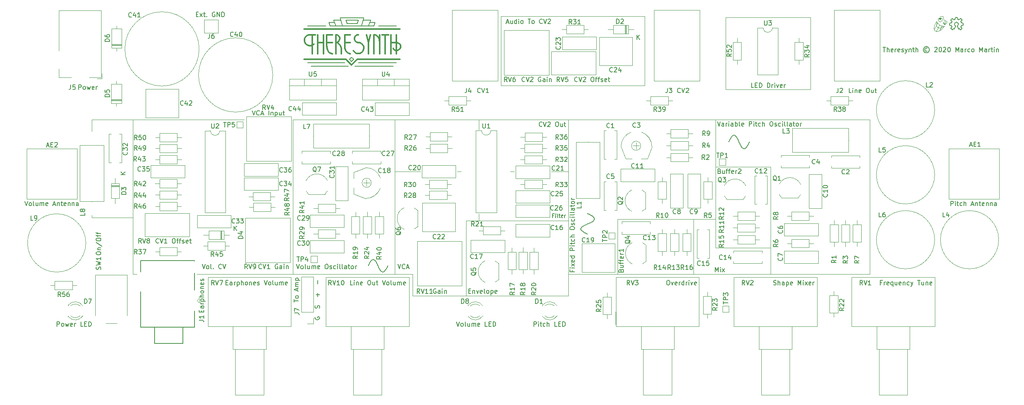
<source format=gbr>
G04 #@! TF.GenerationSoftware,KiCad,Pcbnew,5.1.5-5.1.5*
G04 #@! TF.CreationDate,2020-10-27T19:45:11+01:00*
G04 #@! TF.ProjectId,theresynth,74686572-6573-4796-9e74-682e6b696361,rev?*
G04 #@! TF.SameCoordinates,Original*
G04 #@! TF.FileFunction,Legend,Top*
G04 #@! TF.FilePolarity,Positive*
%FSLAX46Y46*%
G04 Gerber Fmt 4.6, Leading zero omitted, Abs format (unit mm)*
G04 Created by KiCad (PCBNEW 5.1.5-5.1.5) date 2020-10-27 19:45:11*
%MOMM*%
%LPD*%
G04 APERTURE LIST*
%ADD10C,0.300000*%
%ADD11C,0.150000*%
%ADD12C,0.120000*%
%ADD13C,0.180000*%
%ADD14C,0.100000*%
%ADD15C,0.187500*%
G04 APERTURE END LIST*
D10*
X118496265Y-68083733D02*
X118512346Y-68368168D01*
X118512346Y-68368168D02*
X118467639Y-68624802D01*
X118467639Y-68624802D02*
X118381874Y-68840397D01*
X118381874Y-68840397D02*
X118264842Y-69024627D01*
X118264842Y-69024627D02*
X118120707Y-69180909D01*
X118120707Y-69180909D02*
X117949450Y-69310503D01*
X117949450Y-69310503D02*
X117746932Y-69411924D01*
X117746932Y-69411924D02*
X117720505Y-69421853D01*
D11*
X118049610Y-63420000D02*
X119524766Y-63420000D01*
X120999922Y-62685459D02*
X120754063Y-63420000D01*
X125671248Y-71499939D02*
X117312032Y-71499939D01*
D10*
X112394844Y-65378775D02*
X112654853Y-65418817D01*
X112654853Y-65418817D02*
X112859080Y-65514801D01*
X112859080Y-65514801D02*
X113023450Y-65651977D01*
X113023450Y-65651977D02*
X113150334Y-65827656D01*
X113150334Y-65827656D02*
X113233120Y-66046510D01*
X113233120Y-66046510D02*
X113254390Y-66236695D01*
D11*
X111903125Y-62195769D02*
X113517711Y-62195769D01*
X113870000Y-63420000D02*
X115959805Y-63420000D01*
D10*
X106136845Y-67623194D02*
X106345065Y-67718039D01*
X106345065Y-67718039D02*
X106592134Y-67775207D01*
X106592134Y-67775207D02*
X106892161Y-67774659D01*
X106892161Y-67774659D02*
X107137147Y-67717431D01*
X107137147Y-67717431D02*
X107343493Y-67623438D01*
X107343493Y-67623438D02*
X107520652Y-67499185D01*
X107520652Y-67499185D02*
X107593664Y-67432191D01*
X117013750Y-65430496D02*
X116815319Y-65533117D01*
X116815319Y-65533117D02*
X116656903Y-65675641D01*
X116656903Y-65675641D02*
X116537015Y-65855872D01*
X116537015Y-65855872D02*
X116461994Y-66081430D01*
X116461994Y-66081430D02*
X116460716Y-66380526D01*
X116460716Y-66380526D02*
X116461243Y-66383524D01*
X125685974Y-67093539D02*
X125947051Y-67133857D01*
X125947051Y-67133857D02*
X126151681Y-67230037D01*
X126151681Y-67230037D02*
X126316208Y-67367431D01*
X126316208Y-67367431D02*
X126442857Y-67543618D01*
X126442857Y-67543618D02*
X126524711Y-67762286D01*
X126524711Y-67762286D02*
X126532463Y-67800901D01*
D11*
X114607579Y-62195764D02*
X114866525Y-62930305D01*
D10*
X114361719Y-65378775D02*
X115591016Y-65378775D01*
X119106075Y-65378775D02*
X119524766Y-67092701D01*
X117307732Y-67090886D02*
X117307732Y-67090886D01*
X125671251Y-69541163D02*
X125671251Y-65378775D01*
X109690390Y-67092701D02*
X108461093Y-67092701D01*
X112394844Y-67092701D02*
X112661643Y-67126755D01*
X112661643Y-67126755D02*
X112877333Y-67211425D01*
X112877333Y-67211425D02*
X113057140Y-67332214D01*
X113057140Y-67332214D02*
X113208429Y-67481961D01*
X113208429Y-67481961D02*
X113334651Y-67656098D01*
X113334651Y-67656098D02*
X113438138Y-67852659D01*
X113438138Y-67852659D02*
X113519967Y-68071709D01*
X113519967Y-68071709D02*
X113579343Y-68312613D01*
X113579343Y-68312613D02*
X113614973Y-68578365D01*
X113614973Y-68578365D02*
X113624141Y-68806631D01*
X126408827Y-70765403D02*
X126408827Y-70765403D01*
X112394844Y-65378775D02*
X112394844Y-65378775D01*
D11*
X119524766Y-63420000D02*
X120016485Y-62195769D01*
D10*
X115836876Y-71989634D02*
X117066170Y-70765403D01*
X123212657Y-69541163D02*
X123212657Y-65378775D01*
D11*
X116328594Y-70765403D02*
X115836876Y-71255093D01*
X119818062Y-62685459D02*
X120999922Y-62685459D01*
D10*
X107969374Y-65378775D02*
X106740077Y-65378775D01*
X121983361Y-67092701D02*
X121983361Y-69541163D01*
X117720505Y-69421853D02*
X117479819Y-69482186D01*
X117479819Y-69482186D02*
X117185323Y-69488243D01*
X117185323Y-69488243D02*
X116936589Y-69436091D01*
X116936589Y-69436091D02*
X116726504Y-69345821D01*
X116726504Y-69345821D02*
X116545981Y-69224864D01*
X116545981Y-69224864D02*
X116392641Y-69076240D01*
X116392641Y-69076240D02*
X116267080Y-68901132D01*
X116267080Y-68901132D02*
X116262554Y-68893389D01*
X110427968Y-65378775D02*
X111657266Y-65378775D01*
X119524766Y-69541163D02*
X119524766Y-67092701D01*
D11*
X118541329Y-61706069D02*
X113378281Y-61706069D01*
X118049610Y-63420000D02*
X118541329Y-61706069D01*
X117326496Y-62195764D02*
X114607579Y-62195764D01*
X121737501Y-63420000D02*
X125671251Y-63420000D01*
D10*
X121983361Y-67092701D02*
X121983361Y-65378775D01*
X117312032Y-65378775D02*
X117050043Y-65418236D01*
X117050043Y-65418236D02*
X117013750Y-65430496D01*
X106740279Y-65380421D02*
X106469794Y-65410885D01*
X106469794Y-65410885D02*
X106243080Y-65487071D01*
X106243080Y-65487071D02*
X106051218Y-65595566D01*
X106051218Y-65595566D02*
X105887445Y-65731852D01*
X105887445Y-65731852D02*
X105749806Y-65895412D01*
X105749806Y-65895412D02*
X105640548Y-66087055D01*
X105640548Y-66087055D02*
X105574534Y-66271246D01*
D11*
X115967038Y-62930305D02*
X117067549Y-62930305D01*
X120754063Y-63420000D02*
X119524766Y-63420000D01*
X124933673Y-72234479D02*
X116574454Y-72234479D01*
X112101548Y-62685459D02*
X110919687Y-62685459D01*
X117067549Y-62930305D02*
X117326496Y-62195764D01*
D10*
X111657266Y-69510557D02*
X111389477Y-69476236D01*
X111389477Y-69476236D02*
X111173880Y-69391352D01*
X111173880Y-69391352D02*
X110994170Y-69270385D01*
X110994170Y-69270385D02*
X110842980Y-69120478D01*
X110842980Y-69120478D02*
X110715835Y-68944535D01*
X110715835Y-68944535D02*
X110611333Y-68744669D01*
X110611333Y-68744669D02*
X110529232Y-68522035D01*
X110529232Y-68522035D02*
X110470531Y-68278732D01*
X110470531Y-68278732D02*
X110436096Y-68011829D01*
X110436096Y-68011829D02*
X110427968Y-67796636D01*
D11*
X112394844Y-63420000D02*
X111903125Y-62195769D01*
D10*
X123950236Y-65378775D02*
X122475079Y-65378775D01*
X120754063Y-65378775D02*
X121020862Y-65412829D01*
X121020862Y-65412829D02*
X121236552Y-65497499D01*
X121236552Y-65497499D02*
X121416359Y-65618288D01*
X121416359Y-65618288D02*
X121567648Y-65768035D01*
X121567648Y-65768035D02*
X121693870Y-65942172D01*
X121693870Y-65942172D02*
X121797358Y-66138733D01*
X121797358Y-66138733D02*
X121879187Y-66357782D01*
X121879187Y-66357782D02*
X121938563Y-66598685D01*
X121938563Y-66598685D02*
X121974193Y-66864435D01*
X121974193Y-66864435D02*
X121983361Y-67092701D01*
X120754063Y-69541163D02*
X120754063Y-65378775D01*
D11*
X110919687Y-62685459D02*
X111165547Y-63420000D01*
X115345156Y-70765403D02*
X115836876Y-70275708D01*
D10*
X124441954Y-69541163D02*
X124441954Y-65378775D01*
X107231796Y-69541163D02*
X107231796Y-65378775D01*
X121983361Y-65378775D02*
X121983361Y-65378775D01*
D11*
X106248359Y-63420000D02*
X110182109Y-63420000D01*
D10*
X111657266Y-67092701D02*
X110427968Y-67092701D01*
X114607579Y-70765403D02*
X115836876Y-71989634D01*
D11*
X115099297Y-72234479D02*
X106985937Y-72234479D01*
D10*
X126532463Y-67800901D02*
X126532121Y-68100706D01*
X126532121Y-68100706D02*
X126457699Y-68326488D01*
X126457699Y-68326488D02*
X126337547Y-68507902D01*
X126337547Y-68507902D02*
X126179343Y-68650629D01*
X126179343Y-68650629D02*
X125981820Y-68753246D01*
X125981820Y-68753246D02*
X125979957Y-68753928D01*
X109690390Y-69541163D02*
X109690390Y-65378775D01*
X126408827Y-70765403D02*
X126408827Y-70765403D01*
X113624141Y-68806631D02*
X113624141Y-69541172D01*
X110427968Y-67796636D02*
X110427968Y-65378775D01*
X115591016Y-67092701D02*
X114361719Y-67092701D01*
D11*
X115836876Y-70275708D02*
X116328594Y-70765403D01*
X114866525Y-62930305D02*
X115967038Y-62930305D01*
D10*
X105574534Y-66271246D02*
X105534382Y-66531604D01*
X105534382Y-66531604D02*
X105555493Y-66811503D01*
X105555493Y-66811503D02*
X105625568Y-67042962D01*
X105625568Y-67042962D02*
X105729674Y-67239401D01*
X105729674Y-67239401D02*
X105864144Y-67409071D01*
X105864144Y-67409071D02*
X106024441Y-67550026D01*
X106024441Y-67550026D02*
X106136845Y-67623194D01*
X124441954Y-67092701D02*
X125671251Y-67092701D01*
D11*
X115959805Y-63420000D02*
X118049610Y-63420000D01*
D10*
X108461093Y-69541163D02*
X108461093Y-65378775D01*
X117066170Y-70765403D02*
X126408827Y-70765403D01*
X105510781Y-70765403D02*
X114607579Y-70765403D01*
X114361719Y-67796636D02*
X114361719Y-65378775D01*
D11*
X106248359Y-71499939D02*
X114361719Y-71499939D01*
D10*
X117307732Y-67090886D02*
X117578912Y-67121445D01*
X117578912Y-67121445D02*
X117803962Y-67196974D01*
X117803962Y-67196974D02*
X117996889Y-67305949D01*
X117996889Y-67305949D02*
X118161495Y-67443063D01*
X118161495Y-67443063D02*
X118299220Y-67607046D01*
X118299220Y-67607046D02*
X118408838Y-67800075D01*
X118408838Y-67800075D02*
X118484539Y-68025800D01*
X118484539Y-68025800D02*
X118496265Y-68083733D01*
X116461243Y-66383524D02*
X116534951Y-66609934D01*
X116534951Y-66609934D02*
X116654095Y-66790836D01*
X116654095Y-66790836D02*
X116811949Y-66934154D01*
X116811949Y-66934154D02*
X117009127Y-67037687D01*
X117009127Y-67037687D02*
X117258531Y-67089495D01*
X117258531Y-67089495D02*
X117307732Y-67090886D01*
D11*
X115836876Y-71255093D02*
X115345156Y-70765403D01*
D10*
X119941997Y-65378775D02*
X119524766Y-67092701D01*
X113254390Y-66236695D02*
X113213555Y-66498136D01*
X113213555Y-66498136D02*
X113116517Y-66701859D01*
X113116517Y-66701859D02*
X112976940Y-66866529D01*
X112976940Y-66866529D02*
X112801262Y-66991149D01*
X112801262Y-66991149D02*
X112581798Y-67072391D01*
X112581798Y-67072391D02*
X112394844Y-67092701D01*
X126408827Y-70765403D02*
X126408827Y-70765403D01*
D11*
X113378281Y-61706069D02*
X113870000Y-63420000D01*
X120016485Y-62195769D02*
X118401899Y-62195769D01*
X111165547Y-63420000D02*
X112394844Y-63420000D01*
D10*
X125979957Y-68753928D02*
X125727782Y-68804649D01*
X125727782Y-68804649D02*
X125452758Y-68773449D01*
X125452758Y-68773449D02*
X125242995Y-68683178D01*
X125242995Y-68683178D02*
X125074415Y-68551215D01*
X125074415Y-68551215D02*
X124943882Y-68381491D01*
X124943882Y-68381491D02*
X124941584Y-68377548D01*
X112394844Y-69541172D02*
X112394844Y-65378775D01*
X115591016Y-69510557D02*
X115323227Y-69476236D01*
X115323227Y-69476236D02*
X115107630Y-69391352D01*
X115107630Y-69391352D02*
X114927921Y-69270385D01*
X114927921Y-69270385D02*
X114776731Y-69120478D01*
X114776731Y-69120478D02*
X114649586Y-68944535D01*
X114649586Y-68944535D02*
X114545084Y-68744669D01*
X114545084Y-68744669D02*
X114462983Y-68522035D01*
X114462983Y-68522035D02*
X114404282Y-68278732D01*
X114404282Y-68278732D02*
X114369847Y-68011829D01*
X114369847Y-68011829D02*
X114361719Y-67796636D01*
X105510781Y-64154540D02*
X126408827Y-64154540D01*
D11*
X113870000Y-63420000D02*
X112394844Y-63420000D01*
D12*
X59090000Y-83910000D02*
X92400000Y-83910000D01*
D11*
X134279047Y-120970000D02*
X134183809Y-120922380D01*
X134040952Y-120922380D01*
X133898095Y-120970000D01*
X133802857Y-121065238D01*
X133755238Y-121160476D01*
X133707619Y-121350952D01*
X133707619Y-121493809D01*
X133755238Y-121684285D01*
X133802857Y-121779523D01*
X133898095Y-121874761D01*
X134040952Y-121922380D01*
X134136190Y-121922380D01*
X134279047Y-121874761D01*
X134326666Y-121827142D01*
X134326666Y-121493809D01*
X134136190Y-121493809D01*
X135183809Y-121922380D02*
X135183809Y-121398571D01*
X135136190Y-121303333D01*
X135040952Y-121255714D01*
X134850476Y-121255714D01*
X134755238Y-121303333D01*
X135183809Y-121874761D02*
X135088571Y-121922380D01*
X134850476Y-121922380D01*
X134755238Y-121874761D01*
X134707619Y-121779523D01*
X134707619Y-121684285D01*
X134755238Y-121589047D01*
X134850476Y-121541428D01*
X135088571Y-121541428D01*
X135183809Y-121493809D01*
X135660000Y-121922380D02*
X135660000Y-121255714D01*
X135660000Y-120922380D02*
X135612380Y-120970000D01*
X135660000Y-121017619D01*
X135707619Y-120970000D01*
X135660000Y-120922380D01*
X135660000Y-121017619D01*
X136136190Y-121255714D02*
X136136190Y-121922380D01*
X136136190Y-121350952D02*
X136183809Y-121303333D01*
X136279047Y-121255714D01*
X136421904Y-121255714D01*
X136517142Y-121303333D01*
X136564761Y-121398571D01*
X136564761Y-121922380D01*
D12*
X129200000Y-122470000D02*
X129200000Y-117700000D01*
X150500000Y-95310000D02*
X151400000Y-95310000D01*
X138900000Y-95310000D02*
X139800000Y-95310000D01*
X163200000Y-95310000D02*
X159500000Y-95310000D01*
D11*
X51485714Y-129122380D02*
X51485714Y-128122380D01*
X51866666Y-128122380D01*
X51961904Y-128170000D01*
X52009523Y-128217619D01*
X52057142Y-128312857D01*
X52057142Y-128455714D01*
X52009523Y-128550952D01*
X51961904Y-128598571D01*
X51866666Y-128646190D01*
X51485714Y-128646190D01*
X52628571Y-129122380D02*
X52533333Y-129074761D01*
X52485714Y-129027142D01*
X52438095Y-128931904D01*
X52438095Y-128646190D01*
X52485714Y-128550952D01*
X52533333Y-128503333D01*
X52628571Y-128455714D01*
X52771428Y-128455714D01*
X52866666Y-128503333D01*
X52914285Y-128550952D01*
X52961904Y-128646190D01*
X52961904Y-128931904D01*
X52914285Y-129027142D01*
X52866666Y-129074761D01*
X52771428Y-129122380D01*
X52628571Y-129122380D01*
X53295238Y-128455714D02*
X53485714Y-129122380D01*
X53676190Y-128646190D01*
X53866666Y-129122380D01*
X54057142Y-128455714D01*
X54819047Y-129074761D02*
X54723809Y-129122380D01*
X54533333Y-129122380D01*
X54438095Y-129074761D01*
X54390476Y-128979523D01*
X54390476Y-128598571D01*
X54438095Y-128503333D01*
X54533333Y-128455714D01*
X54723809Y-128455714D01*
X54819047Y-128503333D01*
X54866666Y-128598571D01*
X54866666Y-128693809D01*
X54390476Y-128789047D01*
X55295238Y-129122380D02*
X55295238Y-128455714D01*
X55295238Y-128646190D02*
X55342857Y-128550952D01*
X55390476Y-128503333D01*
X55485714Y-128455714D01*
X55580952Y-128455714D01*
X57152380Y-129122380D02*
X56676190Y-129122380D01*
X56676190Y-128122380D01*
X57485714Y-128598571D02*
X57819047Y-128598571D01*
X57961904Y-129122380D02*
X57485714Y-129122380D01*
X57485714Y-128122380D01*
X57961904Y-128122380D01*
X58390476Y-129122380D02*
X58390476Y-128122380D01*
X58628571Y-128122380D01*
X58771428Y-128170000D01*
X58866666Y-128265238D01*
X58914285Y-128360476D01*
X58961904Y-128550952D01*
X58961904Y-128693809D01*
X58914285Y-128884285D01*
X58866666Y-128979523D01*
X58771428Y-129074761D01*
X58628571Y-129122380D01*
X58390476Y-129122380D01*
X157461904Y-85327142D02*
X157414285Y-85374761D01*
X157271428Y-85422380D01*
X157176190Y-85422380D01*
X157033333Y-85374761D01*
X156938095Y-85279523D01*
X156890476Y-85184285D01*
X156842857Y-84993809D01*
X156842857Y-84850952D01*
X156890476Y-84660476D01*
X156938095Y-84565238D01*
X157033333Y-84470000D01*
X157176190Y-84422380D01*
X157271428Y-84422380D01*
X157414285Y-84470000D01*
X157461904Y-84517619D01*
X157747619Y-84422380D02*
X158080952Y-85422380D01*
X158414285Y-84422380D01*
X158700000Y-84517619D02*
X158747619Y-84470000D01*
X158842857Y-84422380D01*
X159080952Y-84422380D01*
X159176190Y-84470000D01*
X159223809Y-84517619D01*
X159271428Y-84612857D01*
X159271428Y-84708095D01*
X159223809Y-84850952D01*
X158652380Y-85422380D01*
X159271428Y-85422380D01*
X160652380Y-84422380D02*
X160842857Y-84422380D01*
X160938095Y-84470000D01*
X161033333Y-84565238D01*
X161080952Y-84755714D01*
X161080952Y-85089047D01*
X161033333Y-85279523D01*
X160938095Y-85374761D01*
X160842857Y-85422380D01*
X160652380Y-85422380D01*
X160557142Y-85374761D01*
X160461904Y-85279523D01*
X160414285Y-85089047D01*
X160414285Y-84755714D01*
X160461904Y-84565238D01*
X160557142Y-84470000D01*
X160652380Y-84422380D01*
X161938095Y-84755714D02*
X161938095Y-85422380D01*
X161509523Y-84755714D02*
X161509523Y-85279523D01*
X161557142Y-85374761D01*
X161652380Y-85422380D01*
X161795238Y-85422380D01*
X161890476Y-85374761D01*
X161938095Y-85327142D01*
X162271428Y-84755714D02*
X162652380Y-84755714D01*
X162414285Y-84422380D02*
X162414285Y-85279523D01*
X162461904Y-85374761D01*
X162557142Y-85422380D01*
X162652380Y-85422380D01*
X56223809Y-77322380D02*
X56223809Y-76322380D01*
X56604761Y-76322380D01*
X56700000Y-76370000D01*
X56747619Y-76417619D01*
X56795238Y-76512857D01*
X56795238Y-76655714D01*
X56747619Y-76750952D01*
X56700000Y-76798571D01*
X56604761Y-76846190D01*
X56223809Y-76846190D01*
X57366666Y-77322380D02*
X57271428Y-77274761D01*
X57223809Y-77227142D01*
X57176190Y-77131904D01*
X57176190Y-76846190D01*
X57223809Y-76750952D01*
X57271428Y-76703333D01*
X57366666Y-76655714D01*
X57509523Y-76655714D01*
X57604761Y-76703333D01*
X57652380Y-76750952D01*
X57700000Y-76846190D01*
X57700000Y-77131904D01*
X57652380Y-77227142D01*
X57604761Y-77274761D01*
X57509523Y-77322380D01*
X57366666Y-77322380D01*
X58033333Y-76655714D02*
X58223809Y-77322380D01*
X58414285Y-76846190D01*
X58604761Y-77322380D01*
X58795238Y-76655714D01*
X59557142Y-77274761D02*
X59461904Y-77322380D01*
X59271428Y-77322380D01*
X59176190Y-77274761D01*
X59128571Y-77179523D01*
X59128571Y-76798571D01*
X59176190Y-76703333D01*
X59271428Y-76655714D01*
X59461904Y-76655714D01*
X59557142Y-76703333D01*
X59604761Y-76798571D01*
X59604761Y-76893809D01*
X59128571Y-76989047D01*
X60033333Y-77322380D02*
X60033333Y-76655714D01*
X60033333Y-76846190D02*
X60080952Y-76750952D01*
X60128571Y-76703333D01*
X60223809Y-76655714D01*
X60319047Y-76655714D01*
X138766666Y-128122380D02*
X139100000Y-129122380D01*
X139433333Y-128122380D01*
X139909523Y-129122380D02*
X139814285Y-129074761D01*
X139766666Y-129027142D01*
X139719047Y-128931904D01*
X139719047Y-128646190D01*
X139766666Y-128550952D01*
X139814285Y-128503333D01*
X139909523Y-128455714D01*
X140052380Y-128455714D01*
X140147619Y-128503333D01*
X140195238Y-128550952D01*
X140242857Y-128646190D01*
X140242857Y-128931904D01*
X140195238Y-129027142D01*
X140147619Y-129074761D01*
X140052380Y-129122380D01*
X139909523Y-129122380D01*
X140814285Y-129122380D02*
X140719047Y-129074761D01*
X140671428Y-128979523D01*
X140671428Y-128122380D01*
X141623809Y-128455714D02*
X141623809Y-129122380D01*
X141195238Y-128455714D02*
X141195238Y-128979523D01*
X141242857Y-129074761D01*
X141338095Y-129122380D01*
X141480952Y-129122380D01*
X141576190Y-129074761D01*
X141623809Y-129027142D01*
X142100000Y-129122380D02*
X142100000Y-128455714D01*
X142100000Y-128550952D02*
X142147619Y-128503333D01*
X142242857Y-128455714D01*
X142385714Y-128455714D01*
X142480952Y-128503333D01*
X142528571Y-128598571D01*
X142528571Y-129122380D01*
X142528571Y-128598571D02*
X142576190Y-128503333D01*
X142671428Y-128455714D01*
X142814285Y-128455714D01*
X142909523Y-128503333D01*
X142957142Y-128598571D01*
X142957142Y-129122380D01*
X143814285Y-129074761D02*
X143719047Y-129122380D01*
X143528571Y-129122380D01*
X143433333Y-129074761D01*
X143385714Y-128979523D01*
X143385714Y-128598571D01*
X143433333Y-128503333D01*
X143528571Y-128455714D01*
X143719047Y-128455714D01*
X143814285Y-128503333D01*
X143861904Y-128598571D01*
X143861904Y-128693809D01*
X143385714Y-128789047D01*
X145528571Y-129122380D02*
X145052380Y-129122380D01*
X145052380Y-128122380D01*
X145861904Y-128598571D02*
X146195238Y-128598571D01*
X146338095Y-129122380D02*
X145861904Y-129122380D01*
X145861904Y-128122380D01*
X146338095Y-128122380D01*
X146766666Y-129122380D02*
X146766666Y-128122380D01*
X147004761Y-128122380D01*
X147147619Y-128170000D01*
X147242857Y-128265238D01*
X147290476Y-128360476D01*
X147338095Y-128550952D01*
X147338095Y-128693809D01*
X147290476Y-128884285D01*
X147242857Y-128979523D01*
X147147619Y-129074761D01*
X147004761Y-129122380D01*
X146766666Y-129122380D01*
X155695238Y-129122380D02*
X155695238Y-128122380D01*
X156076190Y-128122380D01*
X156171428Y-128170000D01*
X156219047Y-128217619D01*
X156266666Y-128312857D01*
X156266666Y-128455714D01*
X156219047Y-128550952D01*
X156171428Y-128598571D01*
X156076190Y-128646190D01*
X155695238Y-128646190D01*
X156695238Y-129122380D02*
X156695238Y-128455714D01*
X156695238Y-128122380D02*
X156647619Y-128170000D01*
X156695238Y-128217619D01*
X156742857Y-128170000D01*
X156695238Y-128122380D01*
X156695238Y-128217619D01*
X157028571Y-128455714D02*
X157409523Y-128455714D01*
X157171428Y-128122380D02*
X157171428Y-128979523D01*
X157219047Y-129074761D01*
X157314285Y-129122380D01*
X157409523Y-129122380D01*
X158171428Y-129074761D02*
X158076190Y-129122380D01*
X157885714Y-129122380D01*
X157790476Y-129074761D01*
X157742857Y-129027142D01*
X157695238Y-128931904D01*
X157695238Y-128646190D01*
X157742857Y-128550952D01*
X157790476Y-128503333D01*
X157885714Y-128455714D01*
X158076190Y-128455714D01*
X158171428Y-128503333D01*
X158600000Y-129122380D02*
X158600000Y-128122380D01*
X159028571Y-129122380D02*
X159028571Y-128598571D01*
X158980952Y-128503333D01*
X158885714Y-128455714D01*
X158742857Y-128455714D01*
X158647619Y-128503333D01*
X158600000Y-128550952D01*
X160742857Y-129122380D02*
X160266666Y-129122380D01*
X160266666Y-128122380D01*
X161076190Y-128598571D02*
X161409523Y-128598571D01*
X161552380Y-129122380D02*
X161076190Y-129122380D01*
X161076190Y-128122380D01*
X161552380Y-128122380D01*
X161980952Y-129122380D02*
X161980952Y-128122380D01*
X162219047Y-128122380D01*
X162361904Y-128170000D01*
X162457142Y-128265238D01*
X162504761Y-128360476D01*
X162552380Y-128550952D01*
X162552380Y-128693809D01*
X162504761Y-128884285D01*
X162457142Y-128979523D01*
X162361904Y-129074761D01*
X162219047Y-129122380D01*
X161980952Y-129122380D01*
X116076190Y-120092380D02*
X115600000Y-120092380D01*
X115600000Y-119092380D01*
X116409523Y-120092380D02*
X116409523Y-119425714D01*
X116409523Y-119092380D02*
X116361904Y-119140000D01*
X116409523Y-119187619D01*
X116457142Y-119140000D01*
X116409523Y-119092380D01*
X116409523Y-119187619D01*
X116885714Y-119425714D02*
X116885714Y-120092380D01*
X116885714Y-119520952D02*
X116933333Y-119473333D01*
X117028571Y-119425714D01*
X117171428Y-119425714D01*
X117266666Y-119473333D01*
X117314285Y-119568571D01*
X117314285Y-120092380D01*
X118171428Y-120044761D02*
X118076190Y-120092380D01*
X117885714Y-120092380D01*
X117790476Y-120044761D01*
X117742857Y-119949523D01*
X117742857Y-119568571D01*
X117790476Y-119473333D01*
X117885714Y-119425714D01*
X118076190Y-119425714D01*
X118171428Y-119473333D01*
X118219047Y-119568571D01*
X118219047Y-119663809D01*
X117742857Y-119759047D01*
X119600000Y-119092380D02*
X119790476Y-119092380D01*
X119885714Y-119140000D01*
X119980952Y-119235238D01*
X120028571Y-119425714D01*
X120028571Y-119759047D01*
X119980952Y-119949523D01*
X119885714Y-120044761D01*
X119790476Y-120092380D01*
X119600000Y-120092380D01*
X119504761Y-120044761D01*
X119409523Y-119949523D01*
X119361904Y-119759047D01*
X119361904Y-119425714D01*
X119409523Y-119235238D01*
X119504761Y-119140000D01*
X119600000Y-119092380D01*
X120885714Y-119425714D02*
X120885714Y-120092380D01*
X120457142Y-119425714D02*
X120457142Y-119949523D01*
X120504761Y-120044761D01*
X120600000Y-120092380D01*
X120742857Y-120092380D01*
X120838095Y-120044761D01*
X120885714Y-119997142D01*
X121219047Y-119425714D02*
X121600000Y-119425714D01*
X121361904Y-119092380D02*
X121361904Y-119949523D01*
X121409523Y-120044761D01*
X121504761Y-120092380D01*
X121600000Y-120092380D01*
X122552380Y-119092380D02*
X122885714Y-120092380D01*
X123219047Y-119092380D01*
X123695238Y-120092380D02*
X123600000Y-120044761D01*
X123552380Y-119997142D01*
X123504761Y-119901904D01*
X123504761Y-119616190D01*
X123552380Y-119520952D01*
X123600000Y-119473333D01*
X123695238Y-119425714D01*
X123838095Y-119425714D01*
X123933333Y-119473333D01*
X123980952Y-119520952D01*
X124028571Y-119616190D01*
X124028571Y-119901904D01*
X123980952Y-119997142D01*
X123933333Y-120044761D01*
X123838095Y-120092380D01*
X123695238Y-120092380D01*
X124600000Y-120092380D02*
X124504761Y-120044761D01*
X124457142Y-119949523D01*
X124457142Y-119092380D01*
X125409523Y-119425714D02*
X125409523Y-120092380D01*
X124980952Y-119425714D02*
X124980952Y-119949523D01*
X125028571Y-120044761D01*
X125123809Y-120092380D01*
X125266666Y-120092380D01*
X125361904Y-120044761D01*
X125409523Y-119997142D01*
X125885714Y-120092380D02*
X125885714Y-119425714D01*
X125885714Y-119520952D02*
X125933333Y-119473333D01*
X126028571Y-119425714D01*
X126171428Y-119425714D01*
X126266666Y-119473333D01*
X126314285Y-119568571D01*
X126314285Y-120092380D01*
X126314285Y-119568571D02*
X126361904Y-119473333D01*
X126457142Y-119425714D01*
X126600000Y-119425714D01*
X126695238Y-119473333D01*
X126742857Y-119568571D01*
X126742857Y-120092380D01*
X127600000Y-120044761D02*
X127504761Y-120092380D01*
X127314285Y-120092380D01*
X127219047Y-120044761D01*
X127171428Y-119949523D01*
X127171428Y-119568571D01*
X127219047Y-119473333D01*
X127314285Y-119425714D01*
X127504761Y-119425714D01*
X127600000Y-119473333D01*
X127647619Y-119568571D01*
X127647619Y-119663809D01*
X127171428Y-119759047D01*
D12*
X68030000Y-117680000D02*
X68900000Y-117680000D01*
D11*
X107900000Y-127108095D02*
X107852380Y-127203333D01*
X107852380Y-127346190D01*
X107900000Y-127489047D01*
X107995238Y-127584285D01*
X108090476Y-127631904D01*
X108280952Y-127679523D01*
X108423809Y-127679523D01*
X108614285Y-127631904D01*
X108709523Y-127584285D01*
X108804761Y-127489047D01*
X108852380Y-127346190D01*
X108852380Y-127250952D01*
X108804761Y-127108095D01*
X108757142Y-127060476D01*
X108423809Y-127060476D01*
X108423809Y-127250952D01*
X108804761Y-125155714D02*
X108852380Y-125012857D01*
X108852380Y-124774761D01*
X108804761Y-124679523D01*
X108757142Y-124631904D01*
X108661904Y-124584285D01*
X108566666Y-124584285D01*
X108471428Y-124631904D01*
X108423809Y-124679523D01*
X108376190Y-124774761D01*
X108328571Y-124965238D01*
X108280952Y-125060476D01*
X108233333Y-125108095D01*
X108138095Y-125155714D01*
X108042857Y-125155714D01*
X107947619Y-125108095D01*
X107900000Y-125060476D01*
X107852380Y-124965238D01*
X107852380Y-124727142D01*
X107900000Y-124584285D01*
X108471428Y-122631904D02*
X108471428Y-121870000D01*
X108852380Y-122250952D02*
X108090476Y-122250952D01*
X108471428Y-119870000D02*
X108471428Y-119108095D01*
D12*
X179900000Y-61300000D02*
X148500000Y-61300000D01*
X179900000Y-76470000D02*
X179900000Y-61300000D01*
X148500000Y-76470000D02*
X179900000Y-76470000D01*
X148500000Y-61300000D02*
X148500000Y-76470000D01*
X197600000Y-77370000D02*
X197600000Y-61570000D01*
X216100000Y-77370000D02*
X197600000Y-77370000D01*
X216100000Y-61570000D02*
X216100000Y-77370000D01*
X197600000Y-61570000D02*
X216100000Y-61570000D01*
D11*
X149666666Y-62636666D02*
X150142857Y-62636666D01*
X149571428Y-62922380D02*
X149904761Y-61922380D01*
X150238095Y-62922380D01*
X151000000Y-62255714D02*
X151000000Y-62922380D01*
X150571428Y-62255714D02*
X150571428Y-62779523D01*
X150619047Y-62874761D01*
X150714285Y-62922380D01*
X150857142Y-62922380D01*
X150952380Y-62874761D01*
X151000000Y-62827142D01*
X151904761Y-62922380D02*
X151904761Y-61922380D01*
X151904761Y-62874761D02*
X151809523Y-62922380D01*
X151619047Y-62922380D01*
X151523809Y-62874761D01*
X151476190Y-62827142D01*
X151428571Y-62731904D01*
X151428571Y-62446190D01*
X151476190Y-62350952D01*
X151523809Y-62303333D01*
X151619047Y-62255714D01*
X151809523Y-62255714D01*
X151904761Y-62303333D01*
X152380952Y-62922380D02*
X152380952Y-62255714D01*
X152380952Y-61922380D02*
X152333333Y-61970000D01*
X152380952Y-62017619D01*
X152428571Y-61970000D01*
X152380952Y-61922380D01*
X152380952Y-62017619D01*
X153000000Y-62922380D02*
X152904761Y-62874761D01*
X152857142Y-62827142D01*
X152809523Y-62731904D01*
X152809523Y-62446190D01*
X152857142Y-62350952D01*
X152904761Y-62303333D01*
X153000000Y-62255714D01*
X153142857Y-62255714D01*
X153238095Y-62303333D01*
X153285714Y-62350952D01*
X153333333Y-62446190D01*
X153333333Y-62731904D01*
X153285714Y-62827142D01*
X153238095Y-62874761D01*
X153142857Y-62922380D01*
X153000000Y-62922380D01*
X154380952Y-61922380D02*
X154952380Y-61922380D01*
X154666666Y-62922380D02*
X154666666Y-61922380D01*
X155428571Y-62922380D02*
X155333333Y-62874761D01*
X155285714Y-62827142D01*
X155238095Y-62731904D01*
X155238095Y-62446190D01*
X155285714Y-62350952D01*
X155333333Y-62303333D01*
X155428571Y-62255714D01*
X155571428Y-62255714D01*
X155666666Y-62303333D01*
X155714285Y-62350952D01*
X155761904Y-62446190D01*
X155761904Y-62731904D01*
X155714285Y-62827142D01*
X155666666Y-62874761D01*
X155571428Y-62922380D01*
X155428571Y-62922380D01*
X157523809Y-62827142D02*
X157476190Y-62874761D01*
X157333333Y-62922380D01*
X157238095Y-62922380D01*
X157095238Y-62874761D01*
X157000000Y-62779523D01*
X156952380Y-62684285D01*
X156904761Y-62493809D01*
X156904761Y-62350952D01*
X156952380Y-62160476D01*
X157000000Y-62065238D01*
X157095238Y-61970000D01*
X157238095Y-61922380D01*
X157333333Y-61922380D01*
X157476190Y-61970000D01*
X157523809Y-62017619D01*
X157809523Y-61922380D02*
X158142857Y-62922380D01*
X158476190Y-61922380D01*
X158761904Y-62017619D02*
X158809523Y-61970000D01*
X158904761Y-61922380D01*
X159142857Y-61922380D01*
X159238095Y-61970000D01*
X159285714Y-62017619D01*
X159333333Y-62112857D01*
X159333333Y-62208095D01*
X159285714Y-62350952D01*
X158714285Y-62922380D01*
X159333333Y-62922380D01*
X203709523Y-76922380D02*
X203233333Y-76922380D01*
X203233333Y-75922380D01*
X204042857Y-76398571D02*
X204376190Y-76398571D01*
X204519047Y-76922380D02*
X204042857Y-76922380D01*
X204042857Y-75922380D01*
X204519047Y-75922380D01*
X204947619Y-76922380D02*
X204947619Y-75922380D01*
X205185714Y-75922380D01*
X205328571Y-75970000D01*
X205423809Y-76065238D01*
X205471428Y-76160476D01*
X205519047Y-76350952D01*
X205519047Y-76493809D01*
X205471428Y-76684285D01*
X205423809Y-76779523D01*
X205328571Y-76874761D01*
X205185714Y-76922380D01*
X204947619Y-76922380D01*
X206709523Y-76922380D02*
X206709523Y-75922380D01*
X206947619Y-75922380D01*
X207090476Y-75970000D01*
X207185714Y-76065238D01*
X207233333Y-76160476D01*
X207280952Y-76350952D01*
X207280952Y-76493809D01*
X207233333Y-76684285D01*
X207185714Y-76779523D01*
X207090476Y-76874761D01*
X206947619Y-76922380D01*
X206709523Y-76922380D01*
X207709523Y-76922380D02*
X207709523Y-76255714D01*
X207709523Y-76446190D02*
X207757142Y-76350952D01*
X207804761Y-76303333D01*
X207900000Y-76255714D01*
X207995238Y-76255714D01*
X208328571Y-76922380D02*
X208328571Y-76255714D01*
X208328571Y-75922380D02*
X208280952Y-75970000D01*
X208328571Y-76017619D01*
X208376190Y-75970000D01*
X208328571Y-75922380D01*
X208328571Y-76017619D01*
X208709523Y-76255714D02*
X208947619Y-76922380D01*
X209185714Y-76255714D01*
X209947619Y-76874761D02*
X209852380Y-76922380D01*
X209661904Y-76922380D01*
X209566666Y-76874761D01*
X209519047Y-76779523D01*
X209519047Y-76398571D01*
X209566666Y-76303333D01*
X209661904Y-76255714D01*
X209852380Y-76255714D01*
X209947619Y-76303333D01*
X209995238Y-76398571D01*
X209995238Y-76493809D01*
X209519047Y-76589047D01*
X210423809Y-76922380D02*
X210423809Y-76255714D01*
X210423809Y-76446190D02*
X210471428Y-76350952D01*
X210519047Y-76303333D01*
X210614285Y-76255714D01*
X210709523Y-76255714D01*
D12*
X173550000Y-125970000D02*
X173550000Y-128730000D01*
D11*
X88409523Y-119568571D02*
X88742857Y-119568571D01*
X88885714Y-120092380D02*
X88409523Y-120092380D01*
X88409523Y-119092380D01*
X88885714Y-119092380D01*
X89742857Y-120092380D02*
X89742857Y-119568571D01*
X89695238Y-119473333D01*
X89600000Y-119425714D01*
X89409523Y-119425714D01*
X89314285Y-119473333D01*
X89742857Y-120044761D02*
X89647619Y-120092380D01*
X89409523Y-120092380D01*
X89314285Y-120044761D01*
X89266666Y-119949523D01*
X89266666Y-119854285D01*
X89314285Y-119759047D01*
X89409523Y-119711428D01*
X89647619Y-119711428D01*
X89742857Y-119663809D01*
X90219047Y-120092380D02*
X90219047Y-119425714D01*
X90219047Y-119616190D02*
X90266666Y-119520952D01*
X90314285Y-119473333D01*
X90409523Y-119425714D01*
X90504761Y-119425714D01*
X90838095Y-119425714D02*
X90838095Y-120425714D01*
X90838095Y-119473333D02*
X90933333Y-119425714D01*
X91123809Y-119425714D01*
X91219047Y-119473333D01*
X91266666Y-119520952D01*
X91314285Y-119616190D01*
X91314285Y-119901904D01*
X91266666Y-119997142D01*
X91219047Y-120044761D01*
X91123809Y-120092380D01*
X90933333Y-120092380D01*
X90838095Y-120044761D01*
X91742857Y-120092380D02*
X91742857Y-119092380D01*
X92171428Y-120092380D02*
X92171428Y-119568571D01*
X92123809Y-119473333D01*
X92028571Y-119425714D01*
X91885714Y-119425714D01*
X91790476Y-119473333D01*
X91742857Y-119520952D01*
X92790476Y-120092380D02*
X92695238Y-120044761D01*
X92647619Y-119997142D01*
X92600000Y-119901904D01*
X92600000Y-119616190D01*
X92647619Y-119520952D01*
X92695238Y-119473333D01*
X92790476Y-119425714D01*
X92933333Y-119425714D01*
X93028571Y-119473333D01*
X93076190Y-119520952D01*
X93123809Y-119616190D01*
X93123809Y-119901904D01*
X93076190Y-119997142D01*
X93028571Y-120044761D01*
X92933333Y-120092380D01*
X92790476Y-120092380D01*
X93552380Y-119425714D02*
X93552380Y-120092380D01*
X93552380Y-119520952D02*
X93600000Y-119473333D01*
X93695238Y-119425714D01*
X93838095Y-119425714D01*
X93933333Y-119473333D01*
X93980952Y-119568571D01*
X93980952Y-120092380D01*
X94838095Y-120044761D02*
X94742857Y-120092380D01*
X94552380Y-120092380D01*
X94457142Y-120044761D01*
X94409523Y-119949523D01*
X94409523Y-119568571D01*
X94457142Y-119473333D01*
X94552380Y-119425714D01*
X94742857Y-119425714D01*
X94838095Y-119473333D01*
X94885714Y-119568571D01*
X94885714Y-119663809D01*
X94409523Y-119759047D01*
X95266666Y-120044761D02*
X95361904Y-120092380D01*
X95552380Y-120092380D01*
X95647619Y-120044761D01*
X95695238Y-119949523D01*
X95695238Y-119901904D01*
X95647619Y-119806666D01*
X95552380Y-119759047D01*
X95409523Y-119759047D01*
X95314285Y-119711428D01*
X95266666Y-119616190D01*
X95266666Y-119568571D01*
X95314285Y-119473333D01*
X95409523Y-119425714D01*
X95552380Y-119425714D01*
X95647619Y-119473333D01*
X96742857Y-119092380D02*
X97076190Y-120092380D01*
X97409523Y-119092380D01*
X97885714Y-120092380D02*
X97790476Y-120044761D01*
X97742857Y-119997142D01*
X97695238Y-119901904D01*
X97695238Y-119616190D01*
X97742857Y-119520952D01*
X97790476Y-119473333D01*
X97885714Y-119425714D01*
X98028571Y-119425714D01*
X98123809Y-119473333D01*
X98171428Y-119520952D01*
X98219047Y-119616190D01*
X98219047Y-119901904D01*
X98171428Y-119997142D01*
X98123809Y-120044761D01*
X98028571Y-120092380D01*
X97885714Y-120092380D01*
X98790476Y-120092380D02*
X98695238Y-120044761D01*
X98647619Y-119949523D01*
X98647619Y-119092380D01*
X99600000Y-119425714D02*
X99600000Y-120092380D01*
X99171428Y-119425714D02*
X99171428Y-119949523D01*
X99219047Y-120044761D01*
X99314285Y-120092380D01*
X99457142Y-120092380D01*
X99552380Y-120044761D01*
X99600000Y-119997142D01*
X100076190Y-120092380D02*
X100076190Y-119425714D01*
X100076190Y-119520952D02*
X100123809Y-119473333D01*
X100219047Y-119425714D01*
X100361904Y-119425714D01*
X100457142Y-119473333D01*
X100504761Y-119568571D01*
X100504761Y-120092380D01*
X100504761Y-119568571D02*
X100552380Y-119473333D01*
X100647619Y-119425714D01*
X100790476Y-119425714D01*
X100885714Y-119473333D01*
X100933333Y-119568571D01*
X100933333Y-120092380D01*
X101790476Y-120044761D02*
X101695238Y-120092380D01*
X101504761Y-120092380D01*
X101409523Y-120044761D01*
X101361904Y-119949523D01*
X101361904Y-119568571D01*
X101409523Y-119473333D01*
X101504761Y-119425714D01*
X101695238Y-119425714D01*
X101790476Y-119473333D01*
X101838095Y-119568571D01*
X101838095Y-119663809D01*
X101361904Y-119759047D01*
X83028571Y-126039047D02*
X83028571Y-125705714D01*
X83552380Y-125562857D02*
X83552380Y-126039047D01*
X82552380Y-126039047D01*
X82552380Y-125562857D01*
X83552380Y-124705714D02*
X83028571Y-124705714D01*
X82933333Y-124753333D01*
X82885714Y-124848571D01*
X82885714Y-125039047D01*
X82933333Y-125134285D01*
X83504761Y-124705714D02*
X83552380Y-124800952D01*
X83552380Y-125039047D01*
X83504761Y-125134285D01*
X83409523Y-125181904D01*
X83314285Y-125181904D01*
X83219047Y-125134285D01*
X83171428Y-125039047D01*
X83171428Y-124800952D01*
X83123809Y-124705714D01*
X83552380Y-124229523D02*
X82885714Y-124229523D01*
X83076190Y-124229523D02*
X82980952Y-124181904D01*
X82933333Y-124134285D01*
X82885714Y-124039047D01*
X82885714Y-123943809D01*
X82885714Y-123610476D02*
X83885714Y-123610476D01*
X82933333Y-123610476D02*
X82885714Y-123515238D01*
X82885714Y-123324761D01*
X82933333Y-123229523D01*
X82980952Y-123181904D01*
X83076190Y-123134285D01*
X83361904Y-123134285D01*
X83457142Y-123181904D01*
X83504761Y-123229523D01*
X83552380Y-123324761D01*
X83552380Y-123515238D01*
X83504761Y-123610476D01*
X83552380Y-122705714D02*
X82552380Y-122705714D01*
X83552380Y-122277142D02*
X83028571Y-122277142D01*
X82933333Y-122324761D01*
X82885714Y-122420000D01*
X82885714Y-122562857D01*
X82933333Y-122658095D01*
X82980952Y-122705714D01*
X83552380Y-121658095D02*
X83504761Y-121753333D01*
X83457142Y-121800952D01*
X83361904Y-121848571D01*
X83076190Y-121848571D01*
X82980952Y-121800952D01*
X82933333Y-121753333D01*
X82885714Y-121658095D01*
X82885714Y-121515238D01*
X82933333Y-121420000D01*
X82980952Y-121372380D01*
X83076190Y-121324761D01*
X83361904Y-121324761D01*
X83457142Y-121372380D01*
X83504761Y-121420000D01*
X83552380Y-121515238D01*
X83552380Y-121658095D01*
X82885714Y-120896190D02*
X83552380Y-120896190D01*
X82980952Y-120896190D02*
X82933333Y-120848571D01*
X82885714Y-120753333D01*
X82885714Y-120610476D01*
X82933333Y-120515238D01*
X83028571Y-120467619D01*
X83552380Y-120467619D01*
X83504761Y-119610476D02*
X83552380Y-119705714D01*
X83552380Y-119896190D01*
X83504761Y-119991428D01*
X83409523Y-120039047D01*
X83028571Y-120039047D01*
X82933333Y-119991428D01*
X82885714Y-119896190D01*
X82885714Y-119705714D01*
X82933333Y-119610476D01*
X83028571Y-119562857D01*
X83123809Y-119562857D01*
X83219047Y-120039047D01*
X83504761Y-119181904D02*
X83552380Y-119086666D01*
X83552380Y-118896190D01*
X83504761Y-118800952D01*
X83409523Y-118753333D01*
X83361904Y-118753333D01*
X83266666Y-118800952D01*
X83219047Y-118896190D01*
X83219047Y-119039047D01*
X83171428Y-119134285D01*
X83076190Y-119181904D01*
X83028571Y-119181904D01*
X82933333Y-119134285D01*
X82885714Y-119039047D01*
X82885714Y-118896190D01*
X82933333Y-118800952D01*
X103252380Y-123836666D02*
X103252380Y-123265238D01*
X104252380Y-123550952D02*
X103252380Y-123550952D01*
X104252380Y-122789047D02*
X104204761Y-122884285D01*
X104157142Y-122931904D01*
X104061904Y-122979523D01*
X103776190Y-122979523D01*
X103680952Y-122931904D01*
X103633333Y-122884285D01*
X103585714Y-122789047D01*
X103585714Y-122646190D01*
X103633333Y-122550952D01*
X103680952Y-122503333D01*
X103776190Y-122455714D01*
X104061904Y-122455714D01*
X104157142Y-122503333D01*
X104204761Y-122550952D01*
X104252380Y-122646190D01*
X104252380Y-122789047D01*
X103966666Y-121312857D02*
X103966666Y-120836666D01*
X104252380Y-121408095D02*
X103252380Y-121074761D01*
X104252380Y-120741428D01*
X104252380Y-120408095D02*
X103585714Y-120408095D01*
X103680952Y-120408095D02*
X103633333Y-120360476D01*
X103585714Y-120265238D01*
X103585714Y-120122380D01*
X103633333Y-120027142D01*
X103728571Y-119979523D01*
X104252380Y-119979523D01*
X103728571Y-119979523D02*
X103633333Y-119931904D01*
X103585714Y-119836666D01*
X103585714Y-119693809D01*
X103633333Y-119598571D01*
X103728571Y-119550952D01*
X104252380Y-119550952D01*
X103585714Y-119074761D02*
X104585714Y-119074761D01*
X103633333Y-119074761D02*
X103585714Y-118979523D01*
X103585714Y-118789047D01*
X103633333Y-118693809D01*
X103680952Y-118646190D01*
X103776190Y-118598571D01*
X104061904Y-118598571D01*
X104157142Y-118646190D01*
X104204761Y-118693809D01*
X104252380Y-118789047D01*
X104252380Y-118979523D01*
X104204761Y-119074761D01*
X94146190Y-81962380D02*
X94479523Y-82962380D01*
X94812857Y-81962380D01*
X95717619Y-82867142D02*
X95670000Y-82914761D01*
X95527142Y-82962380D01*
X95431904Y-82962380D01*
X95289047Y-82914761D01*
X95193809Y-82819523D01*
X95146190Y-82724285D01*
X95098571Y-82533809D01*
X95098571Y-82390952D01*
X95146190Y-82200476D01*
X95193809Y-82105238D01*
X95289047Y-82010000D01*
X95431904Y-81962380D01*
X95527142Y-81962380D01*
X95670000Y-82010000D01*
X95717619Y-82057619D01*
X96098571Y-82676666D02*
X96574761Y-82676666D01*
X96003333Y-82962380D02*
X96336666Y-81962380D01*
X96670000Y-82962380D01*
X97765238Y-82962380D02*
X97765238Y-81962380D01*
X98241428Y-82295714D02*
X98241428Y-82962380D01*
X98241428Y-82390952D02*
X98289047Y-82343333D01*
X98384285Y-82295714D01*
X98527142Y-82295714D01*
X98622380Y-82343333D01*
X98670000Y-82438571D01*
X98670000Y-82962380D01*
X99146190Y-82295714D02*
X99146190Y-83295714D01*
X99146190Y-82343333D02*
X99241428Y-82295714D01*
X99431904Y-82295714D01*
X99527142Y-82343333D01*
X99574761Y-82390952D01*
X99622380Y-82486190D01*
X99622380Y-82771904D01*
X99574761Y-82867142D01*
X99527142Y-82914761D01*
X99431904Y-82962380D01*
X99241428Y-82962380D01*
X99146190Y-82914761D01*
X100479523Y-82295714D02*
X100479523Y-82962380D01*
X100050952Y-82295714D02*
X100050952Y-82819523D01*
X100098571Y-82914761D01*
X100193809Y-82962380D01*
X100336666Y-82962380D01*
X100431904Y-82914761D01*
X100479523Y-82867142D01*
X100812857Y-82295714D02*
X101193809Y-82295714D01*
X100955714Y-81962380D02*
X100955714Y-82819523D01*
X101003333Y-82914761D01*
X101098571Y-82962380D01*
X101193809Y-82962380D01*
X153680952Y-75527142D02*
X153633333Y-75574761D01*
X153490476Y-75622380D01*
X153395238Y-75622380D01*
X153252380Y-75574761D01*
X153157142Y-75479523D01*
X153109523Y-75384285D01*
X153061904Y-75193809D01*
X153061904Y-75050952D01*
X153109523Y-74860476D01*
X153157142Y-74765238D01*
X153252380Y-74670000D01*
X153395238Y-74622380D01*
X153490476Y-74622380D01*
X153633333Y-74670000D01*
X153680952Y-74717619D01*
X153966666Y-74622380D02*
X154300000Y-75622380D01*
X154633333Y-74622380D01*
X154919047Y-74717619D02*
X154966666Y-74670000D01*
X155061904Y-74622380D01*
X155300000Y-74622380D01*
X155395238Y-74670000D01*
X155442857Y-74717619D01*
X155490476Y-74812857D01*
X155490476Y-74908095D01*
X155442857Y-75050952D01*
X154871428Y-75622380D01*
X155490476Y-75622380D01*
X157204761Y-74670000D02*
X157109523Y-74622380D01*
X156966666Y-74622380D01*
X156823809Y-74670000D01*
X156728571Y-74765238D01*
X156680952Y-74860476D01*
X156633333Y-75050952D01*
X156633333Y-75193809D01*
X156680952Y-75384285D01*
X156728571Y-75479523D01*
X156823809Y-75574761D01*
X156966666Y-75622380D01*
X157061904Y-75622380D01*
X157204761Y-75574761D01*
X157252380Y-75527142D01*
X157252380Y-75193809D01*
X157061904Y-75193809D01*
X158109523Y-75622380D02*
X158109523Y-75098571D01*
X158061904Y-75003333D01*
X157966666Y-74955714D01*
X157776190Y-74955714D01*
X157680952Y-75003333D01*
X158109523Y-75574761D02*
X158014285Y-75622380D01*
X157776190Y-75622380D01*
X157680952Y-75574761D01*
X157633333Y-75479523D01*
X157633333Y-75384285D01*
X157680952Y-75289047D01*
X157776190Y-75241428D01*
X158014285Y-75241428D01*
X158109523Y-75193809D01*
X158585714Y-75622380D02*
X158585714Y-74955714D01*
X158585714Y-74622380D02*
X158538095Y-74670000D01*
X158585714Y-74717619D01*
X158633333Y-74670000D01*
X158585714Y-74622380D01*
X158585714Y-74717619D01*
X159061904Y-74955714D02*
X159061904Y-75622380D01*
X159061904Y-75050952D02*
X159109523Y-75003333D01*
X159204761Y-74955714D01*
X159347619Y-74955714D01*
X159442857Y-75003333D01*
X159490476Y-75098571D01*
X159490476Y-75622380D01*
X165209523Y-75527142D02*
X165161904Y-75574761D01*
X165019047Y-75622380D01*
X164923809Y-75622380D01*
X164780952Y-75574761D01*
X164685714Y-75479523D01*
X164638095Y-75384285D01*
X164590476Y-75193809D01*
X164590476Y-75050952D01*
X164638095Y-74860476D01*
X164685714Y-74765238D01*
X164780952Y-74670000D01*
X164923809Y-74622380D01*
X165019047Y-74622380D01*
X165161904Y-74670000D01*
X165209523Y-74717619D01*
X165495238Y-74622380D02*
X165828571Y-75622380D01*
X166161904Y-74622380D01*
X166447619Y-74717619D02*
X166495238Y-74670000D01*
X166590476Y-74622380D01*
X166828571Y-74622380D01*
X166923809Y-74670000D01*
X166971428Y-74717619D01*
X167019047Y-74812857D01*
X167019047Y-74908095D01*
X166971428Y-75050952D01*
X166400000Y-75622380D01*
X167019047Y-75622380D01*
X168400000Y-74622380D02*
X168590476Y-74622380D01*
X168685714Y-74670000D01*
X168780952Y-74765238D01*
X168828571Y-74955714D01*
X168828571Y-75289047D01*
X168780952Y-75479523D01*
X168685714Y-75574761D01*
X168590476Y-75622380D01*
X168400000Y-75622380D01*
X168304761Y-75574761D01*
X168209523Y-75479523D01*
X168161904Y-75289047D01*
X168161904Y-74955714D01*
X168209523Y-74765238D01*
X168304761Y-74670000D01*
X168400000Y-74622380D01*
X169114285Y-74955714D02*
X169495238Y-74955714D01*
X169257142Y-75622380D02*
X169257142Y-74765238D01*
X169304761Y-74670000D01*
X169400000Y-74622380D01*
X169495238Y-74622380D01*
X169685714Y-74955714D02*
X170066666Y-74955714D01*
X169828571Y-75622380D02*
X169828571Y-74765238D01*
X169876190Y-74670000D01*
X169971428Y-74622380D01*
X170066666Y-74622380D01*
X170352380Y-75574761D02*
X170447619Y-75622380D01*
X170638095Y-75622380D01*
X170733333Y-75574761D01*
X170780952Y-75479523D01*
X170780952Y-75431904D01*
X170733333Y-75336666D01*
X170638095Y-75289047D01*
X170495238Y-75289047D01*
X170400000Y-75241428D01*
X170352380Y-75146190D01*
X170352380Y-75098571D01*
X170400000Y-75003333D01*
X170495238Y-74955714D01*
X170638095Y-74955714D01*
X170733333Y-75003333D01*
X171590476Y-75574761D02*
X171495238Y-75622380D01*
X171304761Y-75622380D01*
X171209523Y-75574761D01*
X171161904Y-75479523D01*
X171161904Y-75098571D01*
X171209523Y-75003333D01*
X171304761Y-74955714D01*
X171495238Y-74955714D01*
X171590476Y-75003333D01*
X171638095Y-75098571D01*
X171638095Y-75193809D01*
X171161904Y-75289047D01*
X171923809Y-74955714D02*
X172304761Y-74955714D01*
X172066666Y-74622380D02*
X172066666Y-75479523D01*
X172114285Y-75574761D01*
X172209523Y-75622380D01*
X172304761Y-75622380D01*
D12*
X130900000Y-95310000D02*
X125300000Y-95310000D01*
D11*
X225047619Y-78052380D02*
X224571428Y-78052380D01*
X224571428Y-77052380D01*
X225380952Y-78052380D02*
X225380952Y-77385714D01*
X225380952Y-77052380D02*
X225333333Y-77100000D01*
X225380952Y-77147619D01*
X225428571Y-77100000D01*
X225380952Y-77052380D01*
X225380952Y-77147619D01*
X225857142Y-77385714D02*
X225857142Y-78052380D01*
X225857142Y-77480952D02*
X225904761Y-77433333D01*
X226000000Y-77385714D01*
X226142857Y-77385714D01*
X226238095Y-77433333D01*
X226285714Y-77528571D01*
X226285714Y-78052380D01*
X227142857Y-78004761D02*
X227047619Y-78052380D01*
X226857142Y-78052380D01*
X226761904Y-78004761D01*
X226714285Y-77909523D01*
X226714285Y-77528571D01*
X226761904Y-77433333D01*
X226857142Y-77385714D01*
X227047619Y-77385714D01*
X227142857Y-77433333D01*
X227190476Y-77528571D01*
X227190476Y-77623809D01*
X226714285Y-77719047D01*
X228571428Y-77052380D02*
X228761904Y-77052380D01*
X228857142Y-77100000D01*
X228952380Y-77195238D01*
X229000000Y-77385714D01*
X229000000Y-77719047D01*
X228952380Y-77909523D01*
X228857142Y-78004761D01*
X228761904Y-78052380D01*
X228571428Y-78052380D01*
X228476190Y-78004761D01*
X228380952Y-77909523D01*
X228333333Y-77719047D01*
X228333333Y-77385714D01*
X228380952Y-77195238D01*
X228476190Y-77100000D01*
X228571428Y-77052380D01*
X229857142Y-77385714D02*
X229857142Y-78052380D01*
X229428571Y-77385714D02*
X229428571Y-77909523D01*
X229476190Y-78004761D01*
X229571428Y-78052380D01*
X229714285Y-78052380D01*
X229809523Y-78004761D01*
X229857142Y-77957142D01*
X230190476Y-77385714D02*
X230571428Y-77385714D01*
X230333333Y-77052380D02*
X230333333Y-77909523D01*
X230380952Y-78004761D01*
X230476190Y-78052380D01*
X230571428Y-78052380D01*
X83184761Y-115552380D02*
X83518095Y-116552380D01*
X83851428Y-115552380D01*
X84327619Y-116552380D02*
X84232380Y-116504761D01*
X84184761Y-116457142D01*
X84137142Y-116361904D01*
X84137142Y-116076190D01*
X84184761Y-115980952D01*
X84232380Y-115933333D01*
X84327619Y-115885714D01*
X84470476Y-115885714D01*
X84565714Y-115933333D01*
X84613333Y-115980952D01*
X84660952Y-116076190D01*
X84660952Y-116361904D01*
X84613333Y-116457142D01*
X84565714Y-116504761D01*
X84470476Y-116552380D01*
X84327619Y-116552380D01*
X85232380Y-116552380D02*
X85137142Y-116504761D01*
X85089523Y-116409523D01*
X85089523Y-115552380D01*
X85613333Y-116457142D02*
X85660952Y-116504761D01*
X85613333Y-116552380D01*
X85565714Y-116504761D01*
X85613333Y-116457142D01*
X85613333Y-116552380D01*
X87422857Y-116457142D02*
X87375238Y-116504761D01*
X87232380Y-116552380D01*
X87137142Y-116552380D01*
X86994285Y-116504761D01*
X86899047Y-116409523D01*
X86851428Y-116314285D01*
X86803809Y-116123809D01*
X86803809Y-115980952D01*
X86851428Y-115790476D01*
X86899047Y-115695238D01*
X86994285Y-115600000D01*
X87137142Y-115552380D01*
X87232380Y-115552380D01*
X87375238Y-115600000D01*
X87422857Y-115647619D01*
X87708571Y-115552380D02*
X88041904Y-116552380D01*
X88375238Y-115552380D01*
D12*
X59100000Y-105390000D02*
X68000000Y-105390000D01*
X59100000Y-104870000D02*
X59100000Y-105390000D01*
X68030000Y-117680000D02*
X68030000Y-83930000D01*
X59090000Y-86490000D02*
X59090000Y-83910000D01*
D11*
X81902380Y-60918571D02*
X82235714Y-60918571D01*
X82378571Y-61442380D02*
X81902380Y-61442380D01*
X81902380Y-60442380D01*
X82378571Y-60442380D01*
X82711904Y-61442380D02*
X83235714Y-60775714D01*
X82711904Y-60775714D02*
X83235714Y-61442380D01*
X83473809Y-60775714D02*
X83854761Y-60775714D01*
X83616666Y-60442380D02*
X83616666Y-61299523D01*
X83664285Y-61394761D01*
X83759523Y-61442380D01*
X83854761Y-61442380D01*
X84188095Y-61347142D02*
X84235714Y-61394761D01*
X84188095Y-61442380D01*
X84140476Y-61394761D01*
X84188095Y-61347142D01*
X84188095Y-61442380D01*
X85950000Y-60490000D02*
X85854761Y-60442380D01*
X85711904Y-60442380D01*
X85569047Y-60490000D01*
X85473809Y-60585238D01*
X85426190Y-60680476D01*
X85378571Y-60870952D01*
X85378571Y-61013809D01*
X85426190Y-61204285D01*
X85473809Y-61299523D01*
X85569047Y-61394761D01*
X85711904Y-61442380D01*
X85807142Y-61442380D01*
X85950000Y-61394761D01*
X85997619Y-61347142D01*
X85997619Y-61013809D01*
X85807142Y-61013809D01*
X86426190Y-61442380D02*
X86426190Y-60442380D01*
X86997619Y-61442380D01*
X86997619Y-60442380D01*
X87473809Y-61442380D02*
X87473809Y-60442380D01*
X87711904Y-60442380D01*
X87854761Y-60490000D01*
X87950000Y-60585238D01*
X87997619Y-60680476D01*
X88045238Y-60870952D01*
X88045238Y-61013809D01*
X87997619Y-61204285D01*
X87950000Y-61299523D01*
X87854761Y-61394761D01*
X87711904Y-61442380D01*
X87473809Y-61442380D01*
X246780000Y-102762380D02*
X246780000Y-101762380D01*
X247160952Y-101762380D01*
X247256190Y-101810000D01*
X247303809Y-101857619D01*
X247351428Y-101952857D01*
X247351428Y-102095714D01*
X247303809Y-102190952D01*
X247256190Y-102238571D01*
X247160952Y-102286190D01*
X246780000Y-102286190D01*
X247780000Y-102762380D02*
X247780000Y-102095714D01*
X247780000Y-101762380D02*
X247732380Y-101810000D01*
X247780000Y-101857619D01*
X247827619Y-101810000D01*
X247780000Y-101762380D01*
X247780000Y-101857619D01*
X248113333Y-102095714D02*
X248494285Y-102095714D01*
X248256190Y-101762380D02*
X248256190Y-102619523D01*
X248303809Y-102714761D01*
X248399047Y-102762380D01*
X248494285Y-102762380D01*
X249256190Y-102714761D02*
X249160952Y-102762380D01*
X248970476Y-102762380D01*
X248875238Y-102714761D01*
X248827619Y-102667142D01*
X248780000Y-102571904D01*
X248780000Y-102286190D01*
X248827619Y-102190952D01*
X248875238Y-102143333D01*
X248970476Y-102095714D01*
X249160952Y-102095714D01*
X249256190Y-102143333D01*
X249684761Y-102762380D02*
X249684761Y-101762380D01*
X250113333Y-102762380D02*
X250113333Y-102238571D01*
X250065714Y-102143333D01*
X249970476Y-102095714D01*
X249827619Y-102095714D01*
X249732380Y-102143333D01*
X249684761Y-102190952D01*
X251303809Y-102476666D02*
X251780000Y-102476666D01*
X251208571Y-102762380D02*
X251541904Y-101762380D01*
X251875238Y-102762380D01*
X252208571Y-102095714D02*
X252208571Y-102762380D01*
X252208571Y-102190952D02*
X252256190Y-102143333D01*
X252351428Y-102095714D01*
X252494285Y-102095714D01*
X252589523Y-102143333D01*
X252637142Y-102238571D01*
X252637142Y-102762380D01*
X252970476Y-102095714D02*
X253351428Y-102095714D01*
X253113333Y-101762380D02*
X253113333Y-102619523D01*
X253160952Y-102714761D01*
X253256190Y-102762380D01*
X253351428Y-102762380D01*
X254065714Y-102714761D02*
X253970476Y-102762380D01*
X253780000Y-102762380D01*
X253684761Y-102714761D01*
X253637142Y-102619523D01*
X253637142Y-102238571D01*
X253684761Y-102143333D01*
X253780000Y-102095714D01*
X253970476Y-102095714D01*
X254065714Y-102143333D01*
X254113333Y-102238571D01*
X254113333Y-102333809D01*
X253637142Y-102429047D01*
X254541904Y-102095714D02*
X254541904Y-102762380D01*
X254541904Y-102190952D02*
X254589523Y-102143333D01*
X254684761Y-102095714D01*
X254827619Y-102095714D01*
X254922857Y-102143333D01*
X254970476Y-102238571D01*
X254970476Y-102762380D01*
X255446666Y-102095714D02*
X255446666Y-102762380D01*
X255446666Y-102190952D02*
X255494285Y-102143333D01*
X255589523Y-102095714D01*
X255732380Y-102095714D01*
X255827619Y-102143333D01*
X255875238Y-102238571D01*
X255875238Y-102762380D01*
X256780000Y-102762380D02*
X256780000Y-102238571D01*
X256732380Y-102143333D01*
X256637142Y-102095714D01*
X256446666Y-102095714D01*
X256351428Y-102143333D01*
X256780000Y-102714761D02*
X256684761Y-102762380D01*
X256446666Y-102762380D01*
X256351428Y-102714761D01*
X256303809Y-102619523D01*
X256303809Y-102524285D01*
X256351428Y-102429047D01*
X256446666Y-102381428D01*
X256684761Y-102381428D01*
X256780000Y-102333809D01*
X44421428Y-101762380D02*
X44754761Y-102762380D01*
X45088095Y-101762380D01*
X45564285Y-102762380D02*
X45469047Y-102714761D01*
X45421428Y-102667142D01*
X45373809Y-102571904D01*
X45373809Y-102286190D01*
X45421428Y-102190952D01*
X45469047Y-102143333D01*
X45564285Y-102095714D01*
X45707142Y-102095714D01*
X45802380Y-102143333D01*
X45850000Y-102190952D01*
X45897619Y-102286190D01*
X45897619Y-102571904D01*
X45850000Y-102667142D01*
X45802380Y-102714761D01*
X45707142Y-102762380D01*
X45564285Y-102762380D01*
X46469047Y-102762380D02*
X46373809Y-102714761D01*
X46326190Y-102619523D01*
X46326190Y-101762380D01*
X47278571Y-102095714D02*
X47278571Y-102762380D01*
X46850000Y-102095714D02*
X46850000Y-102619523D01*
X46897619Y-102714761D01*
X46992857Y-102762380D01*
X47135714Y-102762380D01*
X47230952Y-102714761D01*
X47278571Y-102667142D01*
X47754761Y-102762380D02*
X47754761Y-102095714D01*
X47754761Y-102190952D02*
X47802380Y-102143333D01*
X47897619Y-102095714D01*
X48040476Y-102095714D01*
X48135714Y-102143333D01*
X48183333Y-102238571D01*
X48183333Y-102762380D01*
X48183333Y-102238571D02*
X48230952Y-102143333D01*
X48326190Y-102095714D01*
X48469047Y-102095714D01*
X48564285Y-102143333D01*
X48611904Y-102238571D01*
X48611904Y-102762380D01*
X49469047Y-102714761D02*
X49373809Y-102762380D01*
X49183333Y-102762380D01*
X49088095Y-102714761D01*
X49040476Y-102619523D01*
X49040476Y-102238571D01*
X49088095Y-102143333D01*
X49183333Y-102095714D01*
X49373809Y-102095714D01*
X49469047Y-102143333D01*
X49516666Y-102238571D01*
X49516666Y-102333809D01*
X49040476Y-102429047D01*
X50659523Y-102476666D02*
X51135714Y-102476666D01*
X50564285Y-102762380D02*
X50897619Y-101762380D01*
X51230952Y-102762380D01*
X51564285Y-102095714D02*
X51564285Y-102762380D01*
X51564285Y-102190952D02*
X51611904Y-102143333D01*
X51707142Y-102095714D01*
X51850000Y-102095714D01*
X51945238Y-102143333D01*
X51992857Y-102238571D01*
X51992857Y-102762380D01*
X52326190Y-102095714D02*
X52707142Y-102095714D01*
X52469047Y-101762380D02*
X52469047Y-102619523D01*
X52516666Y-102714761D01*
X52611904Y-102762380D01*
X52707142Y-102762380D01*
X53421428Y-102714761D02*
X53326190Y-102762380D01*
X53135714Y-102762380D01*
X53040476Y-102714761D01*
X52992857Y-102619523D01*
X52992857Y-102238571D01*
X53040476Y-102143333D01*
X53135714Y-102095714D01*
X53326190Y-102095714D01*
X53421428Y-102143333D01*
X53469047Y-102238571D01*
X53469047Y-102333809D01*
X52992857Y-102429047D01*
X53897619Y-102095714D02*
X53897619Y-102762380D01*
X53897619Y-102190952D02*
X53945238Y-102143333D01*
X54040476Y-102095714D01*
X54183333Y-102095714D01*
X54278571Y-102143333D01*
X54326190Y-102238571D01*
X54326190Y-102762380D01*
X54802380Y-102095714D02*
X54802380Y-102762380D01*
X54802380Y-102190952D02*
X54850000Y-102143333D01*
X54945238Y-102095714D01*
X55088095Y-102095714D01*
X55183333Y-102143333D01*
X55230952Y-102238571D01*
X55230952Y-102762380D01*
X56135714Y-102762380D02*
X56135714Y-102238571D01*
X56088095Y-102143333D01*
X55992857Y-102095714D01*
X55802380Y-102095714D01*
X55707142Y-102143333D01*
X56135714Y-102714761D02*
X56040476Y-102762380D01*
X55802380Y-102762380D01*
X55707142Y-102714761D01*
X55659523Y-102619523D01*
X55659523Y-102524285D01*
X55707142Y-102429047D01*
X55802380Y-102381428D01*
X56040476Y-102381428D01*
X56135714Y-102333809D01*
D13*
X246819892Y-62152792D02*
X247035421Y-62466892D01*
X247438468Y-64057439D02*
X247567843Y-64126514D01*
X249528083Y-63248069D02*
X249528128Y-62867391D01*
X249511680Y-63267824D02*
X249528083Y-63248069D01*
X249223931Y-62152792D02*
X249221567Y-62127232D01*
X248926816Y-64259781D02*
X248952353Y-64257419D01*
X247600893Y-63059901D02*
X247629099Y-62908070D01*
X247629099Y-62908070D02*
X247695626Y-62793811D01*
X247695626Y-62793811D02*
X247790462Y-62708161D01*
X247790462Y-62708161D02*
X247915104Y-62652562D01*
X247915104Y-62652562D02*
X248021891Y-62638904D01*
X248475939Y-64126536D02*
X248605314Y-64057461D01*
X247116988Y-64259760D02*
X247410343Y-64058407D01*
X249528128Y-62867391D02*
X249511770Y-62847614D01*
X246822216Y-63988230D02*
X247091428Y-64257397D01*
X249223930Y-63962669D02*
X249018977Y-63664026D01*
X246923798Y-62760000D02*
X246901905Y-62778832D01*
X247815656Y-63430206D02*
X247795181Y-63414524D01*
X247037198Y-62495490D02*
X246923798Y-62760000D01*
X248187939Y-63474126D02*
X248454677Y-64118706D01*
X246532050Y-62847615D02*
X246515648Y-62867370D01*
X248454677Y-64118706D02*
X248475939Y-64126536D01*
X247589105Y-64118684D02*
X247855865Y-63474126D01*
X246901905Y-62778832D02*
X246532050Y-62847615D01*
X246515670Y-63248047D02*
X246532072Y-63267802D01*
X247091446Y-61858065D02*
X246822257Y-62127232D01*
X247740661Y-61950495D02*
X247721761Y-61972140D01*
X247811851Y-61567927D02*
X247740661Y-61950495D01*
X248248579Y-63414524D02*
X248228149Y-63430206D01*
X247465329Y-62077102D02*
X247436596Y-62075032D01*
X249129495Y-63353931D02*
X249150893Y-63334964D01*
X248442865Y-63059901D02*
X248414467Y-63212124D01*
X248414467Y-63212124D02*
X248347722Y-63326332D01*
X248347722Y-63326332D02*
X248251817Y-63412425D01*
X248251817Y-63412425D02*
X248248579Y-63414524D01*
X247721761Y-61972140D02*
X247465329Y-62077102D01*
X248021891Y-62638904D02*
X248174451Y-62667399D01*
X248174451Y-62667399D02*
X248288200Y-62733830D01*
X248288200Y-62733830D02*
X248373601Y-62828463D01*
X248373601Y-62828463D02*
X248429363Y-62953738D01*
X248429363Y-62953738D02*
X248442865Y-63059901D01*
X247117006Y-61855702D02*
X247091446Y-61858065D01*
X248195771Y-63450029D02*
X248187939Y-63474126D01*
X247436596Y-62075032D02*
X247117006Y-61855702D01*
X246822257Y-62127232D02*
X246819892Y-62152792D01*
X248212261Y-61551525D02*
X247831561Y-61551525D01*
X247410343Y-64058407D02*
X247438468Y-64057439D01*
X248607249Y-62075032D02*
X248578517Y-62077102D01*
X248926862Y-61855702D02*
X248607249Y-62075032D01*
X249008426Y-62466892D02*
X249223931Y-62152792D01*
X249150893Y-63334964D02*
X249511680Y-63267824D01*
X249016860Y-63635294D02*
X249129495Y-63353931D01*
X248322106Y-61972140D02*
X248303206Y-61950495D01*
X248578517Y-62077102D02*
X248322106Y-61972140D01*
X248231993Y-61567927D02*
X248212261Y-61551525D01*
X249221566Y-63988251D02*
X249223930Y-63962669D01*
X248303206Y-61950495D02*
X248231993Y-61567927D01*
X247831561Y-61551525D02*
X247811851Y-61567927D01*
X247795181Y-63414524D02*
X247699139Y-63330072D01*
X247699139Y-63330072D02*
X247631491Y-63217670D01*
X247631491Y-63217670D02*
X247600970Y-63068173D01*
X247600970Y-63068173D02*
X247600893Y-63059901D01*
X248605314Y-64057461D02*
X248633439Y-64058429D01*
X249221567Y-62127232D02*
X248952399Y-61858065D01*
X246892861Y-63334942D02*
X246914280Y-63353910D01*
X248633439Y-64058429D02*
X248926816Y-64259781D01*
X246532072Y-63267802D02*
X246892861Y-63334942D01*
X249018977Y-63664026D02*
X249016860Y-63635294D01*
X247026916Y-63635272D02*
X247024781Y-63664005D01*
X247848033Y-63450029D02*
X247815656Y-63430206D01*
X246914280Y-63353910D02*
X247026916Y-63635272D01*
X246819852Y-63962647D02*
X246822216Y-63988230D01*
X247024781Y-63664005D02*
X246819852Y-63962647D01*
X248228149Y-63430206D02*
X248195771Y-63450029D01*
X247091428Y-64257397D02*
X247116988Y-64259760D01*
X247855865Y-63474126D02*
X247848033Y-63450029D01*
X246515648Y-62867370D02*
X246515670Y-63248047D01*
X248952353Y-64257419D02*
X249221566Y-63988251D01*
X247035421Y-62466892D02*
X247037198Y-62495490D01*
X249141892Y-62778832D02*
X249120000Y-62760000D01*
X249511770Y-62847615D02*
X249141892Y-62778832D01*
X248952399Y-61858065D02*
X248926862Y-61855702D01*
X249006623Y-62495490D02*
X249008426Y-62466892D01*
X247567843Y-64126514D02*
X247589105Y-64118684D01*
X249120000Y-62760000D02*
X249006623Y-62495490D01*
D14*
G36*
X245480000Y-63000000D02*
G01*
X245370000Y-63020000D01*
X245370000Y-62900000D01*
X245490000Y-62900000D01*
X245480000Y-63000000D01*
G37*
X245480000Y-63000000D02*
X245370000Y-63020000D01*
X245370000Y-62900000D01*
X245490000Y-62900000D01*
X245480000Y-63000000D01*
G36*
X244550000Y-61720000D02*
G01*
X244570000Y-61930000D01*
X244320000Y-61950000D01*
X244270000Y-61700000D01*
X244550000Y-61720000D01*
G37*
X244550000Y-61720000D02*
X244570000Y-61930000D01*
X244320000Y-61950000D01*
X244270000Y-61700000D01*
X244550000Y-61720000D01*
D12*
X244297541Y-63194728D02*
X243575515Y-64615596D01*
X245351985Y-63481772D02*
X245301887Y-63553348D01*
X245301887Y-63553348D02*
X245249394Y-63625242D01*
X245249394Y-63625242D02*
X245196048Y-63695182D01*
X245196048Y-63695182D02*
X245141888Y-63763107D01*
X245141888Y-63763107D02*
X245085916Y-63830175D01*
X245085916Y-63830175D02*
X245028681Y-63895580D01*
X245028681Y-63895580D02*
X244969188Y-63960297D01*
X244969188Y-63960297D02*
X244906958Y-64024541D01*
X244906958Y-64024541D02*
X244844145Y-64085925D01*
X244844145Y-64085925D02*
X244777151Y-64147664D01*
X244777151Y-64147664D02*
X244712347Y-64203822D01*
X244712347Y-64203822D02*
X244645632Y-64258050D01*
X244645632Y-64258050D02*
X244576600Y-64310401D01*
X244576600Y-64310401D02*
X244502814Y-64362185D01*
X244502814Y-64362185D02*
X244429091Y-64409655D01*
X244429091Y-64409655D02*
X244352546Y-64454436D01*
X244352546Y-64454436D02*
X244271944Y-64496605D01*
X244271944Y-64496605D02*
X244189138Y-64534526D01*
X244189138Y-64534526D02*
X244102117Y-64568345D01*
X244102117Y-64568345D02*
X244010100Y-64597118D01*
X244010100Y-64597118D02*
X243909029Y-64619972D01*
X243909029Y-64619972D02*
X243801934Y-64633338D01*
X243801934Y-64633338D02*
X243677981Y-64633020D01*
X243677981Y-64633020D02*
X243568630Y-64616015D01*
X243568630Y-64616015D02*
X243477528Y-64586872D01*
X243477528Y-64586872D02*
X243397372Y-64546589D01*
X243397372Y-64546589D02*
X243325478Y-64494574D01*
X243325478Y-64494574D02*
X243265082Y-64434105D01*
X243265082Y-64434105D02*
X243213963Y-64364263D01*
X243213963Y-64364263D02*
X243171522Y-64283806D01*
X243171522Y-64283806D02*
X243137846Y-64190235D01*
X243137846Y-64190235D02*
X243115996Y-64091659D01*
X243115996Y-64091659D02*
X243104484Y-63981957D01*
X243104484Y-63981957D02*
X243104448Y-63860308D01*
X243104448Y-63860308D02*
X243114099Y-63749878D01*
X243114099Y-63749878D02*
X243130732Y-63644518D01*
X243130732Y-63644518D02*
X243152716Y-63543629D01*
X243152716Y-63543629D02*
X243178362Y-63448542D01*
X243178362Y-63448542D02*
X243207844Y-63355174D01*
X243207844Y-63355174D02*
X243240435Y-63264095D01*
X243240435Y-63264095D02*
X243274547Y-63177929D01*
X243274547Y-63177929D02*
X243310800Y-63093743D01*
X243310800Y-63093743D02*
X243349750Y-63009678D01*
X243349750Y-63009678D02*
X243392336Y-62923659D01*
X243392336Y-62923659D02*
X243434896Y-62842600D01*
X243434896Y-62842600D02*
X243478443Y-62763812D01*
X243478443Y-62763812D02*
X243523531Y-62685942D01*
X243523531Y-62685942D02*
X243569946Y-62609128D01*
X243569946Y-62609128D02*
X243616424Y-62535138D01*
X243616424Y-62535138D02*
X243664797Y-62460850D01*
X243664797Y-62460850D02*
X243689895Y-62423297D01*
X245259051Y-62197250D02*
X245938185Y-62444825D01*
X245489335Y-62855339D02*
X245544167Y-62920945D01*
X245544167Y-62920945D02*
X245551682Y-62963740D01*
X245069609Y-61343294D02*
X245259051Y-62197250D01*
X245489335Y-63072140D02*
X245374070Y-63077078D01*
X245374070Y-63077078D02*
X245364642Y-63072140D01*
X244633533Y-61838445D02*
X244609188Y-61934474D01*
X244609188Y-61934474D02*
X244553475Y-61999181D01*
X244553475Y-61999181D02*
X244533451Y-62012456D01*
X244633533Y-61838445D02*
X244633533Y-61838445D01*
X245551682Y-62963740D02*
X245515887Y-63051511D01*
X245515887Y-63051511D02*
X245489335Y-63072140D01*
X245409176Y-63097850D02*
X245308504Y-63078509D01*
X245308504Y-63078509D02*
X245233562Y-63033213D01*
X245233562Y-63033213D02*
X245177916Y-62968306D01*
X245177916Y-62968306D02*
X245143535Y-62882500D01*
X245143535Y-62882500D02*
X245137522Y-62825159D01*
X244429794Y-61336117D02*
X245069609Y-61343294D01*
X243689895Y-62423297D02*
X243727695Y-62507782D01*
X243727695Y-62507782D02*
X243769095Y-62589175D01*
X243769095Y-62589175D02*
X243813251Y-62665907D01*
X243813251Y-62665907D02*
X243861315Y-62739976D01*
X243861315Y-62739976D02*
X243912972Y-62810675D01*
X243912972Y-62810675D02*
X243967484Y-62877079D01*
X243967484Y-62877079D02*
X244025100Y-62939658D01*
X244025100Y-62939658D02*
X244087893Y-63000415D01*
X244087893Y-63000415D02*
X244153942Y-63057248D01*
X244153942Y-63057248D02*
X244222059Y-63109407D01*
X244222059Y-63109407D02*
X244294469Y-63158697D01*
X244294469Y-63158697D02*
X244370036Y-63204305D01*
X244370036Y-63204305D02*
X244460978Y-63252394D01*
X244460978Y-63252394D02*
X244543692Y-63290550D01*
X244543692Y-63290550D02*
X244630438Y-63325595D01*
X244630438Y-63325595D02*
X244720309Y-63357187D01*
X244720309Y-63357187D02*
X244818327Y-63386827D01*
X244818327Y-63386827D02*
X244915028Y-63411715D01*
X244915028Y-63411715D02*
X245016936Y-63433797D01*
X245016936Y-63433797D02*
X245119771Y-63452244D01*
X245119771Y-63452244D02*
X245227872Y-63467929D01*
X245227872Y-63467929D02*
X245336702Y-63480290D01*
X245336702Y-63480290D02*
X245351985Y-63481772D01*
X245137522Y-62825159D02*
X245137522Y-62825159D01*
X245364642Y-63072140D02*
X245309868Y-63006705D01*
X245309868Y-63006705D02*
X245302296Y-62963740D01*
X244243925Y-62440000D02*
X244173531Y-62389229D01*
X244173531Y-62389229D02*
X244114970Y-62326038D01*
X244114970Y-62326038D02*
X244069390Y-62251497D01*
X244069390Y-62251497D02*
X244037592Y-62161693D01*
X244037592Y-62161693D02*
X244025888Y-62060904D01*
X245302296Y-62963740D02*
X245336671Y-62877427D01*
X245336671Y-62877427D02*
X245364642Y-62855339D01*
X244840848Y-63410011D02*
X244311839Y-64472074D01*
X244233202Y-61838445D02*
X244257444Y-61742588D01*
X244257444Y-61742588D02*
X244313583Y-61677452D01*
X244313583Y-61677452D02*
X244333285Y-61664434D01*
X245302296Y-62963740D02*
X245302296Y-62963740D01*
X245326965Y-63496124D02*
X245250728Y-63543149D01*
X245250728Y-63543149D02*
X245172797Y-63588268D01*
X245172797Y-63588268D02*
X245094741Y-63630469D01*
X245094741Y-63630469D02*
X245013963Y-63670966D01*
X245013963Y-63670966D02*
X244930684Y-63709263D01*
X244930684Y-63709263D02*
X244844491Y-63745096D01*
X244844491Y-63745096D02*
X244755048Y-63778014D01*
X244755048Y-63778014D02*
X244663465Y-63806945D01*
X244663465Y-63806945D02*
X244563700Y-63832529D01*
X244563700Y-63832529D02*
X244462591Y-63851507D01*
X244462591Y-63851507D02*
X244353652Y-63863063D01*
X244353652Y-63863063D02*
X244233745Y-63863198D01*
X244233745Y-63863198D02*
X244126517Y-63849544D01*
X244126517Y-63849544D02*
X244031811Y-63823593D01*
X244031811Y-63823593D02*
X243948331Y-63786424D01*
X243948331Y-63786424D02*
X243874944Y-63738603D01*
X243874944Y-63738603D02*
X243811489Y-63680974D01*
X243811489Y-63680974D02*
X243757701Y-63614418D01*
X243757701Y-63614418D02*
X243712137Y-63537722D01*
X243712137Y-63537722D02*
X243675862Y-63453410D01*
X243675862Y-63453410D02*
X243647712Y-63359753D01*
X243647712Y-63359753D02*
X243628004Y-63258396D01*
X243628004Y-63258396D02*
X243616431Y-63149529D01*
X243616431Y-63149529D02*
X243612785Y-63027847D01*
X243612785Y-63027847D02*
X243616793Y-62910376D01*
X243616793Y-62910376D02*
X243626316Y-62798597D01*
X243626316Y-62798597D02*
X243640038Y-62690652D01*
X243640038Y-62690652D02*
X243657067Y-62585902D01*
X243657067Y-62585902D02*
X243676920Y-62483184D01*
X243676920Y-62483184D02*
X243682747Y-62455589D01*
X245680829Y-62825159D02*
X245661216Y-62927075D01*
X245661216Y-62927075D02*
X245614849Y-63003301D01*
X245614849Y-63003301D02*
X245549686Y-63058581D01*
X245549686Y-63058581D02*
X245463039Y-63092487D01*
X245463039Y-63092487D02*
X245409176Y-63097850D01*
X245409176Y-62552467D02*
X245509936Y-62571839D01*
X245509936Y-62571839D02*
X245584783Y-62617095D01*
X245584783Y-62617095D02*
X245640427Y-62682003D01*
X245640427Y-62682003D02*
X245674896Y-62768224D01*
X245674896Y-62768224D02*
X245680829Y-62825159D01*
X244025888Y-62060904D02*
X244039070Y-61954030D01*
X244039070Y-61954030D02*
X244071577Y-61865826D01*
X244071577Y-61865826D02*
X244118072Y-61791719D01*
X244118072Y-61791719D02*
X244177911Y-61728744D01*
X244177911Y-61728744D02*
X244243925Y-61681808D01*
X245137522Y-62825159D02*
X245157128Y-62723235D01*
X245157128Y-62723235D02*
X245205640Y-62644545D01*
X245205640Y-62644545D02*
X245271474Y-62590039D01*
X245271474Y-62590039D02*
X245359935Y-62556930D01*
X245359935Y-62556930D02*
X245409176Y-62552467D01*
X245364642Y-62855339D02*
X245479783Y-62850339D01*
X245479783Y-62850339D02*
X245489335Y-62855339D01*
X244243925Y-61681808D02*
X244328216Y-61644242D01*
X244328216Y-61644242D02*
X244428899Y-61624416D01*
X244428899Y-61624416D02*
X244544941Y-61631149D01*
X244544941Y-61631149D02*
X244636746Y-61659853D01*
X244636746Y-61659853D02*
X244680000Y-61681808D01*
X245938185Y-62444825D02*
X245891718Y-62846687D01*
X243689895Y-62423297D02*
X243689895Y-62423297D01*
X244680000Y-61681808D02*
X244750387Y-61732573D01*
X244750387Y-61732573D02*
X244808947Y-61795761D01*
X244808947Y-61795761D02*
X244854528Y-61870301D01*
X244854528Y-61870301D02*
X244886328Y-61960110D01*
X244886328Y-61960110D02*
X244898038Y-62060904D01*
X244898038Y-62060904D02*
X244898038Y-62060904D01*
X244533451Y-61664434D02*
X244597358Y-61723232D01*
X244597358Y-61723232D02*
X244631485Y-61809777D01*
X244631485Y-61809777D02*
X244633533Y-61838445D01*
X244533451Y-62012456D02*
X244440247Y-62039254D01*
X244440247Y-62039254D02*
X244341250Y-62016832D01*
X244341250Y-62016832D02*
X244333285Y-62012456D01*
X244333285Y-62012456D02*
X244269775Y-61954231D01*
X244269775Y-61954231D02*
X244235362Y-61867924D01*
X244235362Y-61867924D02*
X244233202Y-61838445D01*
X244333285Y-61664434D02*
X244426482Y-61637631D01*
X244426482Y-61637631D02*
X244524832Y-61659715D01*
X244524832Y-61659715D02*
X244533451Y-61664434D01*
X243890061Y-62800042D02*
X243168035Y-64220910D01*
X244898038Y-62060904D02*
X244884850Y-62167772D01*
X244884850Y-62167772D02*
X244852341Y-62255973D01*
X244852341Y-62255973D02*
X244805846Y-62330081D01*
X244805846Y-62330081D02*
X244747189Y-62392030D01*
X244747189Y-62392030D02*
X244680000Y-62440000D01*
X244680000Y-62440000D02*
X244595701Y-62477555D01*
X244595701Y-62477555D02*
X244494964Y-62497388D01*
X244494964Y-62497388D02*
X244380717Y-62490986D01*
X244380717Y-62490986D02*
X244288821Y-62462668D01*
X244288821Y-62462668D02*
X244243925Y-62440000D01*
D11*
X231969523Y-68122380D02*
X232540952Y-68122380D01*
X232255238Y-69122380D02*
X232255238Y-68122380D01*
X232874285Y-69122380D02*
X232874285Y-68122380D01*
X233302857Y-69122380D02*
X233302857Y-68598571D01*
X233255238Y-68503333D01*
X233160000Y-68455714D01*
X233017142Y-68455714D01*
X232921904Y-68503333D01*
X232874285Y-68550952D01*
X234160000Y-69074761D02*
X234064761Y-69122380D01*
X233874285Y-69122380D01*
X233779047Y-69074761D01*
X233731428Y-68979523D01*
X233731428Y-68598571D01*
X233779047Y-68503333D01*
X233874285Y-68455714D01*
X234064761Y-68455714D01*
X234160000Y-68503333D01*
X234207619Y-68598571D01*
X234207619Y-68693809D01*
X233731428Y-68789047D01*
X234636190Y-69122380D02*
X234636190Y-68455714D01*
X234636190Y-68646190D02*
X234683809Y-68550952D01*
X234731428Y-68503333D01*
X234826666Y-68455714D01*
X234921904Y-68455714D01*
X235636190Y-69074761D02*
X235540952Y-69122380D01*
X235350476Y-69122380D01*
X235255238Y-69074761D01*
X235207619Y-68979523D01*
X235207619Y-68598571D01*
X235255238Y-68503333D01*
X235350476Y-68455714D01*
X235540952Y-68455714D01*
X235636190Y-68503333D01*
X235683809Y-68598571D01*
X235683809Y-68693809D01*
X235207619Y-68789047D01*
X236064761Y-69074761D02*
X236160000Y-69122380D01*
X236350476Y-69122380D01*
X236445714Y-69074761D01*
X236493333Y-68979523D01*
X236493333Y-68931904D01*
X236445714Y-68836666D01*
X236350476Y-68789047D01*
X236207619Y-68789047D01*
X236112380Y-68741428D01*
X236064761Y-68646190D01*
X236064761Y-68598571D01*
X236112380Y-68503333D01*
X236207619Y-68455714D01*
X236350476Y-68455714D01*
X236445714Y-68503333D01*
X236826666Y-68455714D02*
X237064761Y-69122380D01*
X237302857Y-68455714D02*
X237064761Y-69122380D01*
X236969523Y-69360476D01*
X236921904Y-69408095D01*
X236826666Y-69455714D01*
X237683809Y-68455714D02*
X237683809Y-69122380D01*
X237683809Y-68550952D02*
X237731428Y-68503333D01*
X237826666Y-68455714D01*
X237969523Y-68455714D01*
X238064761Y-68503333D01*
X238112380Y-68598571D01*
X238112380Y-69122380D01*
X238445714Y-68455714D02*
X238826666Y-68455714D01*
X238588571Y-68122380D02*
X238588571Y-68979523D01*
X238636190Y-69074761D01*
X238731428Y-69122380D01*
X238826666Y-69122380D01*
X239160000Y-69122380D02*
X239160000Y-68122380D01*
X239588571Y-69122380D02*
X239588571Y-68598571D01*
X239540952Y-68503333D01*
X239445714Y-68455714D01*
X239302857Y-68455714D01*
X239207619Y-68503333D01*
X239160000Y-68550952D01*
X241636190Y-68360476D02*
X241540952Y-68312857D01*
X241350476Y-68312857D01*
X241255238Y-68360476D01*
X241160000Y-68455714D01*
X241112380Y-68550952D01*
X241112380Y-68741428D01*
X241160000Y-68836666D01*
X241255238Y-68931904D01*
X241350476Y-68979523D01*
X241540952Y-68979523D01*
X241636190Y-68931904D01*
X241445714Y-67979523D02*
X241207619Y-68027142D01*
X240969523Y-68170000D01*
X240826666Y-68408095D01*
X240779047Y-68646190D01*
X240826666Y-68884285D01*
X240969523Y-69122380D01*
X241207619Y-69265238D01*
X241445714Y-69312857D01*
X241683809Y-69265238D01*
X241921904Y-69122380D01*
X242064761Y-68884285D01*
X242112380Y-68646190D01*
X242064761Y-68408095D01*
X241921904Y-68170000D01*
X241683809Y-68027142D01*
X241445714Y-67979523D01*
X243255238Y-68217619D02*
X243302857Y-68170000D01*
X243398095Y-68122380D01*
X243636190Y-68122380D01*
X243731428Y-68170000D01*
X243779047Y-68217619D01*
X243826666Y-68312857D01*
X243826666Y-68408095D01*
X243779047Y-68550952D01*
X243207619Y-69122380D01*
X243826666Y-69122380D01*
X244445714Y-68122380D02*
X244540952Y-68122380D01*
X244636190Y-68170000D01*
X244683809Y-68217619D01*
X244731428Y-68312857D01*
X244779047Y-68503333D01*
X244779047Y-68741428D01*
X244731428Y-68931904D01*
X244683809Y-69027142D01*
X244636190Y-69074761D01*
X244540952Y-69122380D01*
X244445714Y-69122380D01*
X244350476Y-69074761D01*
X244302857Y-69027142D01*
X244255238Y-68931904D01*
X244207619Y-68741428D01*
X244207619Y-68503333D01*
X244255238Y-68312857D01*
X244302857Y-68217619D01*
X244350476Y-68170000D01*
X244445714Y-68122380D01*
X245159999Y-68217619D02*
X245207619Y-68170000D01*
X245302857Y-68122380D01*
X245540952Y-68122380D01*
X245636190Y-68170000D01*
X245683809Y-68217619D01*
X245731428Y-68312857D01*
X245731428Y-68408095D01*
X245683809Y-68550952D01*
X245112380Y-69122380D01*
X245731428Y-69122380D01*
X246350476Y-68122380D02*
X246445714Y-68122380D01*
X246540952Y-68170000D01*
X246588571Y-68217619D01*
X246636190Y-68312857D01*
X246683809Y-68503333D01*
X246683809Y-68741428D01*
X246636190Y-68931904D01*
X246588571Y-69027142D01*
X246540952Y-69074761D01*
X246445714Y-69122380D01*
X246350476Y-69122380D01*
X246255238Y-69074761D01*
X246207619Y-69027142D01*
X246159999Y-68931904D01*
X246112380Y-68741428D01*
X246112380Y-68503333D01*
X246159999Y-68312857D01*
X246207619Y-68217619D01*
X246255238Y-68170000D01*
X246350476Y-68122380D01*
X247874285Y-69122380D02*
X247874285Y-68122380D01*
X248207619Y-68836666D01*
X248540952Y-68122380D01*
X248540952Y-69122380D01*
X249445714Y-69122380D02*
X249445714Y-68598571D01*
X249398095Y-68503333D01*
X249302857Y-68455714D01*
X249112380Y-68455714D01*
X249017142Y-68503333D01*
X249445714Y-69074761D02*
X249350476Y-69122380D01*
X249112380Y-69122380D01*
X249017142Y-69074761D01*
X248969523Y-68979523D01*
X248969523Y-68884285D01*
X249017142Y-68789047D01*
X249112380Y-68741428D01*
X249350476Y-68741428D01*
X249445714Y-68693809D01*
X249921904Y-69122380D02*
X249921904Y-68455714D01*
X249921904Y-68646190D02*
X249969523Y-68550952D01*
X250017142Y-68503333D01*
X250112380Y-68455714D01*
X250207619Y-68455714D01*
X250969523Y-69074761D02*
X250874285Y-69122380D01*
X250683809Y-69122380D01*
X250588571Y-69074761D01*
X250540952Y-69027142D01*
X250493333Y-68931904D01*
X250493333Y-68646190D01*
X250540952Y-68550952D01*
X250588571Y-68503333D01*
X250683809Y-68455714D01*
X250874285Y-68455714D01*
X250969523Y-68503333D01*
X251540952Y-69122380D02*
X251445714Y-69074761D01*
X251398095Y-69027142D01*
X251350476Y-68931904D01*
X251350476Y-68646190D01*
X251398095Y-68550952D01*
X251445714Y-68503333D01*
X251540952Y-68455714D01*
X251683809Y-68455714D01*
X251779047Y-68503333D01*
X251826666Y-68550952D01*
X251874285Y-68646190D01*
X251874285Y-68931904D01*
X251826666Y-69027142D01*
X251779047Y-69074761D01*
X251683809Y-69122380D01*
X251540952Y-69122380D01*
X253064761Y-69122380D02*
X253064761Y-68122380D01*
X253398095Y-68836666D01*
X253731428Y-68122380D01*
X253731428Y-69122380D01*
X254636190Y-69122380D02*
X254636190Y-68598571D01*
X254588571Y-68503333D01*
X254493333Y-68455714D01*
X254302857Y-68455714D01*
X254207619Y-68503333D01*
X254636190Y-69074761D02*
X254540952Y-69122380D01*
X254302857Y-69122380D01*
X254207619Y-69074761D01*
X254159999Y-68979523D01*
X254159999Y-68884285D01*
X254207619Y-68789047D01*
X254302857Y-68741428D01*
X254540952Y-68741428D01*
X254636190Y-68693809D01*
X255112380Y-69122380D02*
X255112380Y-68455714D01*
X255112380Y-68646190D02*
X255159999Y-68550952D01*
X255207619Y-68503333D01*
X255302857Y-68455714D01*
X255398095Y-68455714D01*
X255588571Y-68455714D02*
X255969523Y-68455714D01*
X255731428Y-68122380D02*
X255731428Y-68979523D01*
X255779047Y-69074761D01*
X255874285Y-69122380D01*
X255969523Y-69122380D01*
X256302857Y-69122380D02*
X256302857Y-68455714D01*
X256302857Y-68122380D02*
X256255238Y-68170000D01*
X256302857Y-68217619D01*
X256350476Y-68170000D01*
X256302857Y-68122380D01*
X256302857Y-68217619D01*
X256779047Y-68455714D02*
X256779047Y-69122380D01*
X256779047Y-68550952D02*
X256826666Y-68503333D01*
X256921904Y-68455714D01*
X257064761Y-68455714D01*
X257159999Y-68503333D01*
X257207619Y-68598571D01*
X257207619Y-69122380D01*
D12*
X143700000Y-86100000D02*
X143700000Y-83900000D01*
D11*
X160035238Y-104902857D02*
X159768571Y-104902857D01*
X159768571Y-105321904D02*
X159768571Y-104521904D01*
X160149523Y-104521904D01*
X160454285Y-105321904D02*
X160454285Y-104788571D01*
X160454285Y-104521904D02*
X160416190Y-104560000D01*
X160454285Y-104598095D01*
X160492380Y-104560000D01*
X160454285Y-104521904D01*
X160454285Y-104598095D01*
X160949523Y-105321904D02*
X160873333Y-105283809D01*
X160835238Y-105207619D01*
X160835238Y-104521904D01*
X161140000Y-104788571D02*
X161444761Y-104788571D01*
X161254285Y-104521904D02*
X161254285Y-105207619D01*
X161292380Y-105283809D01*
X161368571Y-105321904D01*
X161444761Y-105321904D01*
X162016190Y-105283809D02*
X161940000Y-105321904D01*
X161787619Y-105321904D01*
X161711428Y-105283809D01*
X161673333Y-105207619D01*
X161673333Y-104902857D01*
X161711428Y-104826666D01*
X161787619Y-104788571D01*
X161940000Y-104788571D01*
X162016190Y-104826666D01*
X162054285Y-104902857D01*
X162054285Y-104979047D01*
X161673333Y-105055238D01*
X162397142Y-105321904D02*
X162397142Y-104788571D01*
X162397142Y-104940952D02*
X162435238Y-104864761D01*
X162473333Y-104826666D01*
X162549523Y-104788571D01*
X162625714Y-104788571D01*
X73709523Y-110847142D02*
X73661904Y-110894761D01*
X73519047Y-110942380D01*
X73423809Y-110942380D01*
X73280952Y-110894761D01*
X73185714Y-110799523D01*
X73138095Y-110704285D01*
X73090476Y-110513809D01*
X73090476Y-110370952D01*
X73138095Y-110180476D01*
X73185714Y-110085238D01*
X73280952Y-109990000D01*
X73423809Y-109942380D01*
X73519047Y-109942380D01*
X73661904Y-109990000D01*
X73709523Y-110037619D01*
X73995238Y-109942380D02*
X74328571Y-110942380D01*
X74661904Y-109942380D01*
X75519047Y-110942380D02*
X74947619Y-110942380D01*
X75233333Y-110942380D02*
X75233333Y-109942380D01*
X75138095Y-110085238D01*
X75042857Y-110180476D01*
X74947619Y-110228095D01*
X76900000Y-109942380D02*
X77090476Y-109942380D01*
X77185714Y-109990000D01*
X77280952Y-110085238D01*
X77328571Y-110275714D01*
X77328571Y-110609047D01*
X77280952Y-110799523D01*
X77185714Y-110894761D01*
X77090476Y-110942380D01*
X76900000Y-110942380D01*
X76804761Y-110894761D01*
X76709523Y-110799523D01*
X76661904Y-110609047D01*
X76661904Y-110275714D01*
X76709523Y-110085238D01*
X76804761Y-109990000D01*
X76900000Y-109942380D01*
X77614285Y-110275714D02*
X77995238Y-110275714D01*
X77757142Y-110942380D02*
X77757142Y-110085238D01*
X77804761Y-109990000D01*
X77900000Y-109942380D01*
X77995238Y-109942380D01*
X78185714Y-110275714D02*
X78566666Y-110275714D01*
X78328571Y-110942380D02*
X78328571Y-110085238D01*
X78376190Y-109990000D01*
X78471428Y-109942380D01*
X78566666Y-109942380D01*
X78852380Y-110894761D02*
X78947619Y-110942380D01*
X79138095Y-110942380D01*
X79233333Y-110894761D01*
X79280952Y-110799523D01*
X79280952Y-110751904D01*
X79233333Y-110656666D01*
X79138095Y-110609047D01*
X78995238Y-110609047D01*
X78900000Y-110561428D01*
X78852380Y-110466190D01*
X78852380Y-110418571D01*
X78900000Y-110323333D01*
X78995238Y-110275714D01*
X79138095Y-110275714D01*
X79233333Y-110323333D01*
X80090476Y-110894761D02*
X79995238Y-110942380D01*
X79804761Y-110942380D01*
X79709523Y-110894761D01*
X79661904Y-110799523D01*
X79661904Y-110418571D01*
X79709523Y-110323333D01*
X79804761Y-110275714D01*
X79995238Y-110275714D01*
X80090476Y-110323333D01*
X80138095Y-110418571D01*
X80138095Y-110513809D01*
X79661904Y-110609047D01*
X80423809Y-110275714D02*
X80804761Y-110275714D01*
X80566666Y-109942380D02*
X80566666Y-110799523D01*
X80614285Y-110894761D01*
X80709523Y-110942380D01*
X80804761Y-110942380D01*
D12*
X125300000Y-117700000D02*
X125300000Y-83900000D01*
D15*
X119500000Y-115870000D02*
X119559074Y-115741204D01*
X119559074Y-115741204D02*
X119620780Y-115612167D01*
X119620780Y-115612167D02*
X119684183Y-115485645D01*
X119684183Y-115485645D02*
X119749131Y-115362686D01*
X119749131Y-115362686D02*
X119816860Y-115241930D01*
X119816860Y-115241930D02*
X119889840Y-115120741D01*
X119889840Y-115120741D02*
X119964949Y-115006145D01*
X119964949Y-115006145D02*
X120044505Y-114896543D01*
X120044505Y-114896543D02*
X120129264Y-114793800D01*
X120129264Y-114793800D02*
X120222232Y-114698694D01*
X120222232Y-114698694D02*
X120327012Y-114614869D01*
X120327012Y-114614869D02*
X120450807Y-114549842D01*
X120450807Y-114549842D02*
X120614412Y-114524493D01*
X120614412Y-114524493D02*
X120762121Y-114564715D01*
X120762121Y-114564715D02*
X120879585Y-114641187D01*
X120879585Y-114641187D02*
X120976032Y-114733655D01*
X120976032Y-114733655D02*
X121061488Y-114837486D01*
X121061488Y-114837486D02*
X121141233Y-114952111D01*
X121141233Y-114952111D02*
X121213340Y-115069482D01*
X121213340Y-115069482D02*
X121281661Y-115191589D01*
X121281661Y-115191589D02*
X121346544Y-115316153D01*
X121346544Y-115316153D02*
X121409472Y-115443689D01*
X121409472Y-115443689D02*
X121469869Y-115571028D01*
X121469869Y-115571028D02*
X121530705Y-115702792D01*
X121530705Y-115702792D02*
X121593715Y-115841406D01*
X121593715Y-115841406D02*
X121656713Y-115980509D01*
X121656713Y-115980509D02*
X121715538Y-116109371D01*
X121715538Y-116109371D02*
X121777866Y-116243284D01*
X121777866Y-116243284D02*
X121839111Y-116370813D01*
X121839111Y-116370813D02*
X121901840Y-116495863D01*
X121901840Y-116495863D02*
X121969156Y-116622356D01*
X121969156Y-116622356D02*
X122038067Y-116742220D01*
X122038067Y-116742220D02*
X122111389Y-116857756D01*
X122111389Y-116857756D02*
X122190008Y-116966684D01*
X122190008Y-116966684D02*
X122277213Y-117068311D01*
X122277213Y-117068311D02*
X122375834Y-117158037D01*
X122375834Y-117158037D02*
X122494204Y-117229986D01*
X122494204Y-117229986D02*
X122645726Y-117266041D01*
X122645726Y-117266041D02*
X122805957Y-117238759D01*
X122805957Y-117238759D02*
X122930553Y-117174046D01*
X122930553Y-117174046D02*
X123036753Y-117090887D01*
X123036753Y-117090887D02*
X123130786Y-116997068D01*
X123130786Y-116997068D02*
X123217667Y-116894496D01*
X123217667Y-116894496D02*
X123297872Y-116786975D01*
X123297872Y-116786975D02*
X123373459Y-116674932D01*
X123373459Y-116674932D02*
X123446795Y-116556758D01*
X123446795Y-116556758D02*
X123516155Y-116436804D01*
X123516155Y-116436804D02*
X123582671Y-116314615D01*
X123582671Y-116314615D02*
X123647607Y-116188846D01*
X123647607Y-116188846D02*
X123710806Y-116060542D01*
X123710806Y-116060542D02*
X123772108Y-115930740D01*
X123772108Y-115930740D02*
X123800000Y-115870000D01*
X167400000Y-108970000D02*
X167267078Y-108911310D01*
X167267078Y-108911310D02*
X167136361Y-108851312D01*
X167136361Y-108851312D02*
X167007054Y-108789347D01*
X167007054Y-108789347D02*
X166880241Y-108725570D01*
X166880241Y-108725570D02*
X166757021Y-108660137D01*
X166757021Y-108660137D02*
X166636030Y-108591769D01*
X166636030Y-108591769D02*
X166514630Y-108517911D01*
X166514630Y-108517911D02*
X166400065Y-108441778D01*
X166400065Y-108441778D02*
X166290793Y-108360974D01*
X166290793Y-108360974D02*
X166188850Y-108274702D01*
X166188850Y-108274702D02*
X166095256Y-108179850D01*
X166095256Y-108179850D02*
X166014150Y-108072661D01*
X166014150Y-108072661D02*
X165953681Y-107944514D01*
X165953681Y-107944514D02*
X165939581Y-107770817D01*
X165939581Y-107770817D02*
X165988320Y-107631048D01*
X165988320Y-107631048D02*
X166066227Y-107520400D01*
X166066227Y-107520400D02*
X166160129Y-107426133D01*
X166160129Y-107426133D02*
X166264818Y-107342069D01*
X166264818Y-107342069D02*
X166378039Y-107264625D01*
X166378039Y-107264625D02*
X166495045Y-107193672D01*
X166495045Y-107193672D02*
X166620461Y-107124421D01*
X166620461Y-107124421D02*
X166750187Y-107057922D01*
X166750187Y-107057922D02*
X166877997Y-106996014D01*
X166877997Y-106996014D02*
X167008293Y-106935511D01*
X167008293Y-106935511D02*
X167138965Y-106876653D01*
X167138965Y-106876653D02*
X167273582Y-106817220D01*
X167273582Y-106817220D02*
X167420646Y-106752958D01*
X167420646Y-106752958D02*
X167552684Y-106695238D01*
X167552684Y-106695238D02*
X167689403Y-106634852D01*
X167689403Y-106634852D02*
X167822264Y-106574951D01*
X167822264Y-106574951D02*
X167951247Y-106514982D01*
X167951247Y-106514982D02*
X168078015Y-106453543D01*
X168078015Y-106453543D02*
X168202166Y-106390010D01*
X168202166Y-106390010D02*
X168323793Y-106323298D01*
X168323793Y-106323298D02*
X168445215Y-106250423D01*
X168445215Y-106250423D02*
X168558480Y-106174081D01*
X168558480Y-106174081D02*
X168664441Y-106091078D01*
X168664441Y-106091078D02*
X168761272Y-105997807D01*
X168761272Y-105997807D02*
X168842644Y-105891110D01*
X168842644Y-105891110D02*
X168900148Y-105758636D01*
X168900148Y-105758636D02*
X168901555Y-105570060D01*
X168901555Y-105570060D02*
X168848052Y-105435520D01*
X168848052Y-105435520D02*
X168769797Y-105321748D01*
X168769797Y-105321748D02*
X168679898Y-105224026D01*
X168679898Y-105224026D02*
X168580678Y-105134921D01*
X168580678Y-105134921D02*
X168475252Y-105052677D01*
X168475252Y-105052677D02*
X168364334Y-104975178D01*
X168364334Y-104975178D02*
X168248879Y-104901455D01*
X168248879Y-104901455D02*
X168128805Y-104830384D01*
X168128805Y-104830384D02*
X168005914Y-104762235D01*
X168005914Y-104762235D02*
X167881984Y-104697266D01*
X167881984Y-104697266D02*
X167755482Y-104634142D01*
X167755482Y-104634142D02*
X167627485Y-104573023D01*
X167627485Y-104573023D02*
X167495392Y-104512410D01*
X167495392Y-104512410D02*
X167400000Y-104470000D01*
X198300000Y-88800000D02*
X198358683Y-88667078D01*
X198358683Y-88667078D02*
X198418677Y-88536361D01*
X198418677Y-88536361D02*
X198480644Y-88407054D01*
X198480644Y-88407054D02*
X198544421Y-88280241D01*
X198544421Y-88280241D02*
X198609854Y-88157021D01*
X198609854Y-88157021D02*
X198678223Y-88036030D01*
X198678223Y-88036030D02*
X198750675Y-87916843D01*
X198750675Y-87916843D02*
X198825478Y-87803988D01*
X198825478Y-87803988D02*
X198905030Y-87695876D01*
X198905030Y-87695876D02*
X198992713Y-87591664D01*
X198992713Y-87591664D02*
X199087652Y-87497453D01*
X199087652Y-87497453D02*
X199194943Y-87415662D01*
X199194943Y-87415662D02*
X199322064Y-87354755D01*
X199322064Y-87354755D02*
X199493851Y-87338802D01*
X199493851Y-87338802D02*
X199634907Y-87386139D01*
X199634907Y-87386139D02*
X199745714Y-87462906D01*
X199745714Y-87462906D02*
X199841982Y-87558018D01*
X199841982Y-87558018D02*
X199926098Y-87662344D01*
X199926098Y-87662344D02*
X200003584Y-87775263D01*
X200003584Y-87775263D02*
X200076757Y-87895802D01*
X200076757Y-87895802D02*
X200143854Y-88017225D01*
X200143854Y-88017225D02*
X200208257Y-88142525D01*
X200208257Y-88142525D02*
X200270623Y-88270920D01*
X200270623Y-88270920D02*
X200332820Y-88404651D01*
X200332820Y-88404651D02*
X200393340Y-88538965D01*
X200393340Y-88538965D02*
X200452771Y-88673582D01*
X200452771Y-88673582D02*
X200517039Y-88820646D01*
X200517039Y-88820646D02*
X200574756Y-88952684D01*
X200574756Y-88952684D02*
X200633483Y-89085680D01*
X200633483Y-89085680D02*
X200692119Y-89215865D01*
X200692119Y-89215865D02*
X200753322Y-89347688D01*
X200753322Y-89347688D02*
X200814745Y-89474581D01*
X200814745Y-89474581D02*
X200879547Y-89601347D01*
X200879547Y-89601347D02*
X200948012Y-89726102D01*
X200948012Y-89726102D02*
X201018667Y-89843795D01*
X201018667Y-89843795D02*
X201095906Y-89958480D01*
X201095906Y-89958480D02*
X201178913Y-90064441D01*
X201178913Y-90064441D02*
X201271205Y-90160381D01*
X201271205Y-90160381D02*
X201377865Y-90242016D01*
X201377865Y-90242016D02*
X201508149Y-90299317D01*
X201508149Y-90299317D02*
X201691890Y-90303354D01*
X201691890Y-90303354D02*
X201828421Y-90251383D01*
X201828421Y-90251383D02*
X201941934Y-90174895D01*
X201941934Y-90174895D02*
X202040738Y-90085222D01*
X202040738Y-90085222D02*
X202132369Y-89983919D01*
X202132369Y-89983919D02*
X202217313Y-89875252D01*
X202217313Y-89875252D02*
X202294814Y-89764334D01*
X202294814Y-89764334D02*
X202368537Y-89648879D01*
X202368537Y-89648879D02*
X202439607Y-89528805D01*
X202439607Y-89528805D02*
X202507756Y-89405914D01*
X202507756Y-89405914D02*
X202572725Y-89281984D01*
X202572725Y-89281984D02*
X202635849Y-89155482D01*
X202635849Y-89155482D02*
X202696971Y-89027485D01*
X202696971Y-89027485D02*
X202757582Y-88895392D01*
X202757582Y-88895392D02*
X202800000Y-88800000D01*
D11*
X103804761Y-115552380D02*
X104138095Y-116552380D01*
X104471428Y-115552380D01*
X104947619Y-116552380D02*
X104852380Y-116504761D01*
X104804761Y-116457142D01*
X104757142Y-116361904D01*
X104757142Y-116076190D01*
X104804761Y-115980952D01*
X104852380Y-115933333D01*
X104947619Y-115885714D01*
X105090476Y-115885714D01*
X105185714Y-115933333D01*
X105233333Y-115980952D01*
X105280952Y-116076190D01*
X105280952Y-116361904D01*
X105233333Y-116457142D01*
X105185714Y-116504761D01*
X105090476Y-116552380D01*
X104947619Y-116552380D01*
X105852380Y-116552380D02*
X105757142Y-116504761D01*
X105709523Y-116409523D01*
X105709523Y-115552380D01*
X106661904Y-115885714D02*
X106661904Y-116552380D01*
X106233333Y-115885714D02*
X106233333Y-116409523D01*
X106280952Y-116504761D01*
X106376190Y-116552380D01*
X106519047Y-116552380D01*
X106614285Y-116504761D01*
X106661904Y-116457142D01*
X107138095Y-116552380D02*
X107138095Y-115885714D01*
X107138095Y-115980952D02*
X107185714Y-115933333D01*
X107280952Y-115885714D01*
X107423809Y-115885714D01*
X107519047Y-115933333D01*
X107566666Y-116028571D01*
X107566666Y-116552380D01*
X107566666Y-116028571D02*
X107614285Y-115933333D01*
X107709523Y-115885714D01*
X107852380Y-115885714D01*
X107947619Y-115933333D01*
X107995238Y-116028571D01*
X107995238Y-116552380D01*
X108852380Y-116504761D02*
X108757142Y-116552380D01*
X108566666Y-116552380D01*
X108471428Y-116504761D01*
X108423809Y-116409523D01*
X108423809Y-116028571D01*
X108471428Y-115933333D01*
X108566666Y-115885714D01*
X108757142Y-115885714D01*
X108852380Y-115933333D01*
X108900000Y-116028571D01*
X108900000Y-116123809D01*
X108423809Y-116219047D01*
X110280952Y-115552380D02*
X110471428Y-115552380D01*
X110566666Y-115600000D01*
X110661904Y-115695238D01*
X110709523Y-115885714D01*
X110709523Y-116219047D01*
X110661904Y-116409523D01*
X110566666Y-116504761D01*
X110471428Y-116552380D01*
X110280952Y-116552380D01*
X110185714Y-116504761D01*
X110090476Y-116409523D01*
X110042857Y-116219047D01*
X110042857Y-115885714D01*
X110090476Y-115695238D01*
X110185714Y-115600000D01*
X110280952Y-115552380D01*
X111090476Y-116504761D02*
X111185714Y-116552380D01*
X111376190Y-116552380D01*
X111471428Y-116504761D01*
X111519047Y-116409523D01*
X111519047Y-116361904D01*
X111471428Y-116266666D01*
X111376190Y-116219047D01*
X111233333Y-116219047D01*
X111138095Y-116171428D01*
X111090476Y-116076190D01*
X111090476Y-116028571D01*
X111138095Y-115933333D01*
X111233333Y-115885714D01*
X111376190Y-115885714D01*
X111471428Y-115933333D01*
X112376190Y-116504761D02*
X112280952Y-116552380D01*
X112090476Y-116552380D01*
X111995238Y-116504761D01*
X111947619Y-116457142D01*
X111900000Y-116361904D01*
X111900000Y-116076190D01*
X111947619Y-115980952D01*
X111995238Y-115933333D01*
X112090476Y-115885714D01*
X112280952Y-115885714D01*
X112376190Y-115933333D01*
X112804761Y-116552380D02*
X112804761Y-115885714D01*
X112804761Y-115552380D02*
X112757142Y-115600000D01*
X112804761Y-115647619D01*
X112852380Y-115600000D01*
X112804761Y-115552380D01*
X112804761Y-115647619D01*
X113423809Y-116552380D02*
X113328571Y-116504761D01*
X113280952Y-116409523D01*
X113280952Y-115552380D01*
X113947619Y-116552380D02*
X113852380Y-116504761D01*
X113804761Y-116409523D01*
X113804761Y-115552380D01*
X114757142Y-116552380D02*
X114757142Y-116028571D01*
X114709523Y-115933333D01*
X114614285Y-115885714D01*
X114423809Y-115885714D01*
X114328571Y-115933333D01*
X114757142Y-116504761D02*
X114661904Y-116552380D01*
X114423809Y-116552380D01*
X114328571Y-116504761D01*
X114280952Y-116409523D01*
X114280952Y-116314285D01*
X114328571Y-116219047D01*
X114423809Y-116171428D01*
X114661904Y-116171428D01*
X114757142Y-116123809D01*
X115090476Y-115885714D02*
X115471428Y-115885714D01*
X115233333Y-115552380D02*
X115233333Y-116409523D01*
X115280952Y-116504761D01*
X115376190Y-116552380D01*
X115471428Y-116552380D01*
X115947619Y-116552380D02*
X115852380Y-116504761D01*
X115804761Y-116457142D01*
X115757142Y-116361904D01*
X115757142Y-116076190D01*
X115804761Y-115980952D01*
X115852380Y-115933333D01*
X115947619Y-115885714D01*
X116090476Y-115885714D01*
X116185714Y-115933333D01*
X116233333Y-115980952D01*
X116280952Y-116076190D01*
X116280952Y-116361904D01*
X116233333Y-116457142D01*
X116185714Y-116504761D01*
X116090476Y-116552380D01*
X115947619Y-116552380D01*
X116709523Y-116552380D02*
X116709523Y-115885714D01*
X116709523Y-116076190D02*
X116757142Y-115980952D01*
X116804761Y-115933333D01*
X116900000Y-115885714D01*
X116995238Y-115885714D01*
D12*
X103000000Y-83900000D02*
X103000000Y-117700000D01*
X129200000Y-117700000D02*
X82000000Y-117700000D01*
D11*
X60052380Y-113236666D02*
X60052380Y-113046190D01*
X60100000Y-112950952D01*
X60195238Y-112855714D01*
X60385714Y-112808095D01*
X60719047Y-112808095D01*
X60909523Y-112855714D01*
X61004761Y-112950952D01*
X61052380Y-113046190D01*
X61052380Y-113236666D01*
X61004761Y-113331904D01*
X60909523Y-113427142D01*
X60719047Y-113474761D01*
X60385714Y-113474761D01*
X60195238Y-113427142D01*
X60100000Y-113331904D01*
X60052380Y-113236666D01*
X60385714Y-112379523D02*
X61052380Y-112379523D01*
X60480952Y-112379523D02*
X60433333Y-112331904D01*
X60385714Y-112236666D01*
X60385714Y-112093809D01*
X60433333Y-111998571D01*
X60528571Y-111950952D01*
X61052380Y-111950952D01*
X60004761Y-110760476D02*
X61290476Y-111617619D01*
X60052380Y-110236666D02*
X60052380Y-110046190D01*
X60100000Y-109950952D01*
X60195238Y-109855714D01*
X60385714Y-109808095D01*
X60719047Y-109808095D01*
X60909523Y-109855714D01*
X61004761Y-109950952D01*
X61052380Y-110046190D01*
X61052380Y-110236666D01*
X61004761Y-110331904D01*
X60909523Y-110427142D01*
X60719047Y-110474761D01*
X60385714Y-110474761D01*
X60195238Y-110427142D01*
X60100000Y-110331904D01*
X60052380Y-110236666D01*
X60385714Y-109522380D02*
X60385714Y-109141428D01*
X61052380Y-109379523D02*
X60195238Y-109379523D01*
X60100000Y-109331904D01*
X60052380Y-109236666D01*
X60052380Y-109141428D01*
X60385714Y-108950952D02*
X60385714Y-108570000D01*
X61052380Y-108808095D02*
X60195238Y-108808095D01*
X60100000Y-108760476D01*
X60052380Y-108665238D01*
X60052380Y-108570000D01*
X96180952Y-116457142D02*
X96133333Y-116504761D01*
X95990476Y-116552380D01*
X95895238Y-116552380D01*
X95752380Y-116504761D01*
X95657142Y-116409523D01*
X95609523Y-116314285D01*
X95561904Y-116123809D01*
X95561904Y-115980952D01*
X95609523Y-115790476D01*
X95657142Y-115695238D01*
X95752380Y-115600000D01*
X95895238Y-115552380D01*
X95990476Y-115552380D01*
X96133333Y-115600000D01*
X96180952Y-115647619D01*
X96466666Y-115552380D02*
X96800000Y-116552380D01*
X97133333Y-115552380D01*
X97990476Y-116552380D02*
X97419047Y-116552380D01*
X97704761Y-116552380D02*
X97704761Y-115552380D01*
X97609523Y-115695238D01*
X97514285Y-115790476D01*
X97419047Y-115838095D01*
X99704761Y-115600000D02*
X99609523Y-115552380D01*
X99466666Y-115552380D01*
X99323809Y-115600000D01*
X99228571Y-115695238D01*
X99180952Y-115790476D01*
X99133333Y-115980952D01*
X99133333Y-116123809D01*
X99180952Y-116314285D01*
X99228571Y-116409523D01*
X99323809Y-116504761D01*
X99466666Y-116552380D01*
X99561904Y-116552380D01*
X99704761Y-116504761D01*
X99752380Y-116457142D01*
X99752380Y-116123809D01*
X99561904Y-116123809D01*
X100609523Y-116552380D02*
X100609523Y-116028571D01*
X100561904Y-115933333D01*
X100466666Y-115885714D01*
X100276190Y-115885714D01*
X100180952Y-115933333D01*
X100609523Y-116504761D02*
X100514285Y-116552380D01*
X100276190Y-116552380D01*
X100180952Y-116504761D01*
X100133333Y-116409523D01*
X100133333Y-116314285D01*
X100180952Y-116219047D01*
X100276190Y-116171428D01*
X100514285Y-116171428D01*
X100609523Y-116123809D01*
X101085714Y-116552380D02*
X101085714Y-115885714D01*
X101085714Y-115552380D02*
X101038095Y-115600000D01*
X101085714Y-115647619D01*
X101133333Y-115600000D01*
X101085714Y-115552380D01*
X101085714Y-115647619D01*
X101561904Y-115885714D02*
X101561904Y-116552380D01*
X101561904Y-115980952D02*
X101609523Y-115933333D01*
X101704761Y-115885714D01*
X101847619Y-115885714D01*
X101942857Y-115933333D01*
X101990476Y-116028571D01*
X101990476Y-116552380D01*
D12*
X143700000Y-104500000D02*
X143700000Y-106000000D01*
D11*
X125938095Y-115552380D02*
X126271428Y-116552380D01*
X126604761Y-115552380D01*
X127509523Y-116457142D02*
X127461904Y-116504761D01*
X127319047Y-116552380D01*
X127223809Y-116552380D01*
X127080952Y-116504761D01*
X126985714Y-116409523D01*
X126938095Y-116314285D01*
X126890476Y-116123809D01*
X126890476Y-115980952D01*
X126938095Y-115790476D01*
X126985714Y-115695238D01*
X127080952Y-115600000D01*
X127223809Y-115552380D01*
X127319047Y-115552380D01*
X127461904Y-115600000D01*
X127509523Y-115647619D01*
X127890476Y-116266666D02*
X128366666Y-116266666D01*
X127795238Y-116552380D02*
X128128571Y-115552380D01*
X128461904Y-116552380D01*
X231714285Y-119568571D02*
X231380952Y-119568571D01*
X231380952Y-120092380D02*
X231380952Y-119092380D01*
X231857142Y-119092380D01*
X232238095Y-120092380D02*
X232238095Y-119425714D01*
X232238095Y-119616190D02*
X232285714Y-119520952D01*
X232333333Y-119473333D01*
X232428571Y-119425714D01*
X232523809Y-119425714D01*
X233238095Y-120044761D02*
X233142857Y-120092380D01*
X232952380Y-120092380D01*
X232857142Y-120044761D01*
X232809523Y-119949523D01*
X232809523Y-119568571D01*
X232857142Y-119473333D01*
X232952380Y-119425714D01*
X233142857Y-119425714D01*
X233238095Y-119473333D01*
X233285714Y-119568571D01*
X233285714Y-119663809D01*
X232809523Y-119759047D01*
X234142857Y-119425714D02*
X234142857Y-120425714D01*
X234142857Y-120044761D02*
X234047619Y-120092380D01*
X233857142Y-120092380D01*
X233761904Y-120044761D01*
X233714285Y-119997142D01*
X233666666Y-119901904D01*
X233666666Y-119616190D01*
X233714285Y-119520952D01*
X233761904Y-119473333D01*
X233857142Y-119425714D01*
X234047619Y-119425714D01*
X234142857Y-119473333D01*
X235047619Y-119425714D02*
X235047619Y-120092380D01*
X234619047Y-119425714D02*
X234619047Y-119949523D01*
X234666666Y-120044761D01*
X234761904Y-120092380D01*
X234904761Y-120092380D01*
X235000000Y-120044761D01*
X235047619Y-119997142D01*
X235904761Y-120044761D02*
X235809523Y-120092380D01*
X235619047Y-120092380D01*
X235523809Y-120044761D01*
X235476190Y-119949523D01*
X235476190Y-119568571D01*
X235523809Y-119473333D01*
X235619047Y-119425714D01*
X235809523Y-119425714D01*
X235904761Y-119473333D01*
X235952380Y-119568571D01*
X235952380Y-119663809D01*
X235476190Y-119759047D01*
X236380952Y-119425714D02*
X236380952Y-120092380D01*
X236380952Y-119520952D02*
X236428571Y-119473333D01*
X236523809Y-119425714D01*
X236666666Y-119425714D01*
X236761904Y-119473333D01*
X236809523Y-119568571D01*
X236809523Y-120092380D01*
X237714285Y-120044761D02*
X237619047Y-120092380D01*
X237428571Y-120092380D01*
X237333333Y-120044761D01*
X237285714Y-119997142D01*
X237238095Y-119901904D01*
X237238095Y-119616190D01*
X237285714Y-119520952D01*
X237333333Y-119473333D01*
X237428571Y-119425714D01*
X237619047Y-119425714D01*
X237714285Y-119473333D01*
X238047619Y-119425714D02*
X238285714Y-120092380D01*
X238523809Y-119425714D02*
X238285714Y-120092380D01*
X238190476Y-120330476D01*
X238142857Y-120378095D01*
X238047619Y-120425714D01*
X239523809Y-119092380D02*
X240095238Y-119092380D01*
X239809523Y-120092380D02*
X239809523Y-119092380D01*
X240857142Y-119425714D02*
X240857142Y-120092380D01*
X240428571Y-119425714D02*
X240428571Y-119949523D01*
X240476190Y-120044761D01*
X240571428Y-120092380D01*
X240714285Y-120092380D01*
X240809523Y-120044761D01*
X240857142Y-119997142D01*
X241333333Y-119425714D02*
X241333333Y-120092380D01*
X241333333Y-119520952D02*
X241380952Y-119473333D01*
X241476190Y-119425714D01*
X241619047Y-119425714D01*
X241714285Y-119473333D01*
X241761904Y-119568571D01*
X241761904Y-120092380D01*
X242619047Y-120044761D02*
X242523809Y-120092380D01*
X242333333Y-120092380D01*
X242238095Y-120044761D01*
X242190476Y-119949523D01*
X242190476Y-119568571D01*
X242238095Y-119473333D01*
X242333333Y-119425714D01*
X242523809Y-119425714D01*
X242619047Y-119473333D01*
X242666666Y-119568571D01*
X242666666Y-119663809D01*
X242190476Y-119759047D01*
X184946190Y-119092380D02*
X185136666Y-119092380D01*
X185231904Y-119140000D01*
X185327142Y-119235238D01*
X185374761Y-119425714D01*
X185374761Y-119759047D01*
X185327142Y-119949523D01*
X185231904Y-120044761D01*
X185136666Y-120092380D01*
X184946190Y-120092380D01*
X184850952Y-120044761D01*
X184755714Y-119949523D01*
X184708095Y-119759047D01*
X184708095Y-119425714D01*
X184755714Y-119235238D01*
X184850952Y-119140000D01*
X184946190Y-119092380D01*
X185708095Y-119425714D02*
X185946190Y-120092380D01*
X186184285Y-119425714D01*
X186946190Y-120044761D02*
X186850952Y-120092380D01*
X186660476Y-120092380D01*
X186565238Y-120044761D01*
X186517619Y-119949523D01*
X186517619Y-119568571D01*
X186565238Y-119473333D01*
X186660476Y-119425714D01*
X186850952Y-119425714D01*
X186946190Y-119473333D01*
X186993809Y-119568571D01*
X186993809Y-119663809D01*
X186517619Y-119759047D01*
X187422380Y-120092380D02*
X187422380Y-119425714D01*
X187422380Y-119616190D02*
X187470000Y-119520952D01*
X187517619Y-119473333D01*
X187612857Y-119425714D01*
X187708095Y-119425714D01*
X188470000Y-120092380D02*
X188470000Y-119092380D01*
X188470000Y-120044761D02*
X188374761Y-120092380D01*
X188184285Y-120092380D01*
X188089047Y-120044761D01*
X188041428Y-119997142D01*
X187993809Y-119901904D01*
X187993809Y-119616190D01*
X188041428Y-119520952D01*
X188089047Y-119473333D01*
X188184285Y-119425714D01*
X188374761Y-119425714D01*
X188470000Y-119473333D01*
X188946190Y-120092380D02*
X188946190Y-119425714D01*
X188946190Y-119616190D02*
X188993809Y-119520952D01*
X189041428Y-119473333D01*
X189136666Y-119425714D01*
X189231904Y-119425714D01*
X189565238Y-120092380D02*
X189565238Y-119425714D01*
X189565238Y-119092380D02*
X189517619Y-119140000D01*
X189565238Y-119187619D01*
X189612857Y-119140000D01*
X189565238Y-119092380D01*
X189565238Y-119187619D01*
X189946190Y-119425714D02*
X190184285Y-120092380D01*
X190422380Y-119425714D01*
X191184285Y-120044761D02*
X191089047Y-120092380D01*
X190898571Y-120092380D01*
X190803333Y-120044761D01*
X190755714Y-119949523D01*
X190755714Y-119568571D01*
X190803333Y-119473333D01*
X190898571Y-119425714D01*
X191089047Y-119425714D01*
X191184285Y-119473333D01*
X191231904Y-119568571D01*
X191231904Y-119663809D01*
X190755714Y-119759047D01*
X208065238Y-120044761D02*
X208208095Y-120092380D01*
X208446190Y-120092380D01*
X208541428Y-120044761D01*
X208589047Y-119997142D01*
X208636666Y-119901904D01*
X208636666Y-119806666D01*
X208589047Y-119711428D01*
X208541428Y-119663809D01*
X208446190Y-119616190D01*
X208255714Y-119568571D01*
X208160476Y-119520952D01*
X208112857Y-119473333D01*
X208065238Y-119378095D01*
X208065238Y-119282857D01*
X208112857Y-119187619D01*
X208160476Y-119140000D01*
X208255714Y-119092380D01*
X208493809Y-119092380D01*
X208636666Y-119140000D01*
X209065238Y-120092380D02*
X209065238Y-119092380D01*
X209493809Y-120092380D02*
X209493809Y-119568571D01*
X209446190Y-119473333D01*
X209350952Y-119425714D01*
X209208095Y-119425714D01*
X209112857Y-119473333D01*
X209065238Y-119520952D01*
X210398571Y-120092380D02*
X210398571Y-119568571D01*
X210350952Y-119473333D01*
X210255714Y-119425714D01*
X210065238Y-119425714D01*
X209970000Y-119473333D01*
X210398571Y-120044761D02*
X210303333Y-120092380D01*
X210065238Y-120092380D01*
X209970000Y-120044761D01*
X209922380Y-119949523D01*
X209922380Y-119854285D01*
X209970000Y-119759047D01*
X210065238Y-119711428D01*
X210303333Y-119711428D01*
X210398571Y-119663809D01*
X210874761Y-119425714D02*
X210874761Y-120425714D01*
X210874761Y-119473333D02*
X210970000Y-119425714D01*
X211160476Y-119425714D01*
X211255714Y-119473333D01*
X211303333Y-119520952D01*
X211350952Y-119616190D01*
X211350952Y-119901904D01*
X211303333Y-119997142D01*
X211255714Y-120044761D01*
X211160476Y-120092380D01*
X210970000Y-120092380D01*
X210874761Y-120044761D01*
X212160476Y-120044761D02*
X212065238Y-120092380D01*
X211874761Y-120092380D01*
X211779523Y-120044761D01*
X211731904Y-119949523D01*
X211731904Y-119568571D01*
X211779523Y-119473333D01*
X211874761Y-119425714D01*
X212065238Y-119425714D01*
X212160476Y-119473333D01*
X212208095Y-119568571D01*
X212208095Y-119663809D01*
X211731904Y-119759047D01*
X213398571Y-120092380D02*
X213398571Y-119092380D01*
X213731904Y-119806666D01*
X214065238Y-119092380D01*
X214065238Y-120092380D01*
X214541428Y-120092380D02*
X214541428Y-119425714D01*
X214541428Y-119092380D02*
X214493809Y-119140000D01*
X214541428Y-119187619D01*
X214589047Y-119140000D01*
X214541428Y-119092380D01*
X214541428Y-119187619D01*
X214922380Y-120092380D02*
X215446190Y-119425714D01*
X214922380Y-119425714D02*
X215446190Y-120092380D01*
X216208095Y-120044761D02*
X216112857Y-120092380D01*
X215922380Y-120092380D01*
X215827142Y-120044761D01*
X215779523Y-119949523D01*
X215779523Y-119568571D01*
X215827142Y-119473333D01*
X215922380Y-119425714D01*
X216112857Y-119425714D01*
X216208095Y-119473333D01*
X216255714Y-119568571D01*
X216255714Y-119663809D01*
X215779523Y-119759047D01*
X216684285Y-120092380D02*
X216684285Y-119425714D01*
X216684285Y-119616190D02*
X216731904Y-119520952D01*
X216779523Y-119473333D01*
X216874761Y-119425714D01*
X216970000Y-119425714D01*
X195323809Y-117222380D02*
X195323809Y-116222380D01*
X195657142Y-116936666D01*
X195990476Y-116222380D01*
X195990476Y-117222380D01*
X196466666Y-117222380D02*
X196466666Y-116555714D01*
X196466666Y-116222380D02*
X196419047Y-116270000D01*
X196466666Y-116317619D01*
X196514285Y-116270000D01*
X196466666Y-116222380D01*
X196466666Y-116317619D01*
X196847619Y-117222380D02*
X197371428Y-116555714D01*
X196847619Y-116555714D02*
X197371428Y-117222380D01*
D12*
X207400000Y-112000000D02*
X195400000Y-112000000D01*
X190600000Y-117700000D02*
X190600000Y-105700000D01*
D11*
X141428571Y-121398571D02*
X141761904Y-121398571D01*
X141904761Y-121922380D02*
X141428571Y-121922380D01*
X141428571Y-120922380D01*
X141904761Y-120922380D01*
X142333333Y-121255714D02*
X142333333Y-121922380D01*
X142333333Y-121350952D02*
X142380952Y-121303333D01*
X142476190Y-121255714D01*
X142619047Y-121255714D01*
X142714285Y-121303333D01*
X142761904Y-121398571D01*
X142761904Y-121922380D01*
X143142857Y-121255714D02*
X143380952Y-121922380D01*
X143619047Y-121255714D01*
X144380952Y-121874761D02*
X144285714Y-121922380D01*
X144095238Y-121922380D01*
X144000000Y-121874761D01*
X143952380Y-121779523D01*
X143952380Y-121398571D01*
X144000000Y-121303333D01*
X144095238Y-121255714D01*
X144285714Y-121255714D01*
X144380952Y-121303333D01*
X144428571Y-121398571D01*
X144428571Y-121493809D01*
X143952380Y-121589047D01*
X145000000Y-121922380D02*
X144904761Y-121874761D01*
X144857142Y-121779523D01*
X144857142Y-120922380D01*
X145523809Y-121922380D02*
X145428571Y-121874761D01*
X145380952Y-121827142D01*
X145333333Y-121731904D01*
X145333333Y-121446190D01*
X145380952Y-121350952D01*
X145428571Y-121303333D01*
X145523809Y-121255714D01*
X145666666Y-121255714D01*
X145761904Y-121303333D01*
X145809523Y-121350952D01*
X145857142Y-121446190D01*
X145857142Y-121731904D01*
X145809523Y-121827142D01*
X145761904Y-121874761D01*
X145666666Y-121922380D01*
X145523809Y-121922380D01*
X146285714Y-121255714D02*
X146285714Y-122255714D01*
X146285714Y-121303333D02*
X146380952Y-121255714D01*
X146571428Y-121255714D01*
X146666666Y-121303333D01*
X146714285Y-121350952D01*
X146761904Y-121446190D01*
X146761904Y-121731904D01*
X146714285Y-121827142D01*
X146666666Y-121874761D01*
X146571428Y-121922380D01*
X146380952Y-121922380D01*
X146285714Y-121874761D01*
X147571428Y-121874761D02*
X147476190Y-121922380D01*
X147285714Y-121922380D01*
X147190476Y-121874761D01*
X147142857Y-121779523D01*
X147142857Y-121398571D01*
X147190476Y-121303333D01*
X147285714Y-121255714D01*
X147476190Y-121255714D01*
X147571428Y-121303333D01*
X147619047Y-121398571D01*
X147619047Y-121493809D01*
X147142857Y-121589047D01*
D12*
X163200000Y-122500000D02*
X163200000Y-117700000D01*
X129200000Y-122500000D02*
X163200000Y-122500000D01*
X140900000Y-106000000D02*
X140900000Y-122500000D01*
X163200000Y-106000000D02*
X140900000Y-106000000D01*
D11*
X144004761Y-77957142D02*
X143957142Y-78004761D01*
X143814285Y-78052380D01*
X143719047Y-78052380D01*
X143576190Y-78004761D01*
X143480952Y-77909523D01*
X143433333Y-77814285D01*
X143385714Y-77623809D01*
X143385714Y-77480952D01*
X143433333Y-77290476D01*
X143480952Y-77195238D01*
X143576190Y-77100000D01*
X143719047Y-77052380D01*
X143814285Y-77052380D01*
X143957142Y-77100000D01*
X144004761Y-77147619D01*
X144290476Y-77052380D02*
X144623809Y-78052380D01*
X144957142Y-77052380D01*
X145814285Y-78052380D02*
X145242857Y-78052380D01*
X145528571Y-78052380D02*
X145528571Y-77052380D01*
X145433333Y-77195238D01*
X145338095Y-77290476D01*
X145242857Y-77338095D01*
X187704761Y-77957142D02*
X187657142Y-78004761D01*
X187514285Y-78052380D01*
X187419047Y-78052380D01*
X187276190Y-78004761D01*
X187180952Y-77909523D01*
X187133333Y-77814285D01*
X187085714Y-77623809D01*
X187085714Y-77480952D01*
X187133333Y-77290476D01*
X187180952Y-77195238D01*
X187276190Y-77100000D01*
X187419047Y-77052380D01*
X187514285Y-77052380D01*
X187657142Y-77100000D01*
X187704761Y-77147619D01*
X187990476Y-77052380D02*
X188323809Y-78052380D01*
X188657142Y-77052380D01*
X188942857Y-77147619D02*
X188990476Y-77100000D01*
X189085714Y-77052380D01*
X189323809Y-77052380D01*
X189419047Y-77100000D01*
X189466666Y-77147619D01*
X189514285Y-77242857D01*
X189514285Y-77338095D01*
X189466666Y-77480952D01*
X188895238Y-78052380D01*
X189514285Y-78052380D01*
X174728571Y-116936666D02*
X174776190Y-116793809D01*
X174823809Y-116746190D01*
X174919047Y-116698571D01*
X175061904Y-116698571D01*
X175157142Y-116746190D01*
X175204761Y-116793809D01*
X175252380Y-116889047D01*
X175252380Y-117270000D01*
X174252380Y-117270000D01*
X174252380Y-116936666D01*
X174300000Y-116841428D01*
X174347619Y-116793809D01*
X174442857Y-116746190D01*
X174538095Y-116746190D01*
X174633333Y-116793809D01*
X174680952Y-116841428D01*
X174728571Y-116936666D01*
X174728571Y-117270000D01*
X174585714Y-115841428D02*
X175252380Y-115841428D01*
X174585714Y-116270000D02*
X175109523Y-116270000D01*
X175204761Y-116222380D01*
X175252380Y-116127142D01*
X175252380Y-115984285D01*
X175204761Y-115889047D01*
X175157142Y-115841428D01*
X174585714Y-115508095D02*
X174585714Y-115127142D01*
X175252380Y-115365238D02*
X174395238Y-115365238D01*
X174300000Y-115317619D01*
X174252380Y-115222380D01*
X174252380Y-115127142D01*
X174585714Y-114936666D02*
X174585714Y-114555714D01*
X175252380Y-114793809D02*
X174395238Y-114793809D01*
X174300000Y-114746190D01*
X174252380Y-114650952D01*
X174252380Y-114555714D01*
X175204761Y-113841428D02*
X175252380Y-113936666D01*
X175252380Y-114127142D01*
X175204761Y-114222380D01*
X175109523Y-114270000D01*
X174728571Y-114270000D01*
X174633333Y-114222380D01*
X174585714Y-114127142D01*
X174585714Y-113936666D01*
X174633333Y-113841428D01*
X174728571Y-113793809D01*
X174823809Y-113793809D01*
X174919047Y-114270000D01*
X175252380Y-113365238D02*
X174585714Y-113365238D01*
X174776190Y-113365238D02*
X174680952Y-113317619D01*
X174633333Y-113270000D01*
X174585714Y-113174761D01*
X174585714Y-113079523D01*
X175252380Y-112222380D02*
X175252380Y-112793809D01*
X175252380Y-112508095D02*
X174252380Y-112508095D01*
X174395238Y-112603333D01*
X174490476Y-112698571D01*
X174538095Y-112793809D01*
X196233333Y-95198571D02*
X196376190Y-95246190D01*
X196423809Y-95293809D01*
X196471428Y-95389047D01*
X196471428Y-95531904D01*
X196423809Y-95627142D01*
X196376190Y-95674761D01*
X196280952Y-95722380D01*
X195900000Y-95722380D01*
X195900000Y-94722380D01*
X196233333Y-94722380D01*
X196328571Y-94770000D01*
X196376190Y-94817619D01*
X196423809Y-94912857D01*
X196423809Y-95008095D01*
X196376190Y-95103333D01*
X196328571Y-95150952D01*
X196233333Y-95198571D01*
X195900000Y-95198571D01*
X197328571Y-95055714D02*
X197328571Y-95722380D01*
X196900000Y-95055714D02*
X196900000Y-95579523D01*
X196947619Y-95674761D01*
X197042857Y-95722380D01*
X197185714Y-95722380D01*
X197280952Y-95674761D01*
X197328571Y-95627142D01*
X197661904Y-95055714D02*
X198042857Y-95055714D01*
X197804761Y-95722380D02*
X197804761Y-94865238D01*
X197852380Y-94770000D01*
X197947619Y-94722380D01*
X198042857Y-94722380D01*
X198233333Y-95055714D02*
X198614285Y-95055714D01*
X198376190Y-95722380D02*
X198376190Y-94865238D01*
X198423809Y-94770000D01*
X198519047Y-94722380D01*
X198614285Y-94722380D01*
X199328571Y-95674761D02*
X199233333Y-95722380D01*
X199042857Y-95722380D01*
X198947619Y-95674761D01*
X198900000Y-95579523D01*
X198900000Y-95198571D01*
X198947619Y-95103333D01*
X199042857Y-95055714D01*
X199233333Y-95055714D01*
X199328571Y-95103333D01*
X199376190Y-95198571D01*
X199376190Y-95293809D01*
X198900000Y-95389047D01*
X199804761Y-95722380D02*
X199804761Y-95055714D01*
X199804761Y-95246190D02*
X199852380Y-95150952D01*
X199900000Y-95103333D01*
X199995238Y-95055714D01*
X200090476Y-95055714D01*
X200376190Y-94817619D02*
X200423809Y-94770000D01*
X200519047Y-94722380D01*
X200757142Y-94722380D01*
X200852380Y-94770000D01*
X200900000Y-94817619D01*
X200947619Y-94912857D01*
X200947619Y-95008095D01*
X200900000Y-95150952D01*
X200328571Y-95722380D01*
X200947619Y-95722380D01*
D12*
X207400000Y-94300000D02*
X195400000Y-94300000D01*
X207400000Y-117700000D02*
X207400000Y-94300000D01*
X174000000Y-105700000D02*
X174000000Y-117700000D01*
X195400000Y-105700000D02*
X174000000Y-105700000D01*
D11*
X195785714Y-84352380D02*
X196119047Y-85352380D01*
X196452380Y-84352380D01*
X197214285Y-85352380D02*
X197214285Y-84828571D01*
X197166666Y-84733333D01*
X197071428Y-84685714D01*
X196880952Y-84685714D01*
X196785714Y-84733333D01*
X197214285Y-85304761D02*
X197119047Y-85352380D01*
X196880952Y-85352380D01*
X196785714Y-85304761D01*
X196738095Y-85209523D01*
X196738095Y-85114285D01*
X196785714Y-85019047D01*
X196880952Y-84971428D01*
X197119047Y-84971428D01*
X197214285Y-84923809D01*
X197690476Y-85352380D02*
X197690476Y-84685714D01*
X197690476Y-84876190D02*
X197738095Y-84780952D01*
X197785714Y-84733333D01*
X197880952Y-84685714D01*
X197976190Y-84685714D01*
X198309523Y-85352380D02*
X198309523Y-84685714D01*
X198309523Y-84352380D02*
X198261904Y-84400000D01*
X198309523Y-84447619D01*
X198357142Y-84400000D01*
X198309523Y-84352380D01*
X198309523Y-84447619D01*
X199214285Y-85352380D02*
X199214285Y-84828571D01*
X199166666Y-84733333D01*
X199071428Y-84685714D01*
X198880952Y-84685714D01*
X198785714Y-84733333D01*
X199214285Y-85304761D02*
X199119047Y-85352380D01*
X198880952Y-85352380D01*
X198785714Y-85304761D01*
X198738095Y-85209523D01*
X198738095Y-85114285D01*
X198785714Y-85019047D01*
X198880952Y-84971428D01*
X199119047Y-84971428D01*
X199214285Y-84923809D01*
X199690476Y-85352380D02*
X199690476Y-84352380D01*
X199690476Y-84733333D02*
X199785714Y-84685714D01*
X199976190Y-84685714D01*
X200071428Y-84733333D01*
X200119047Y-84780952D01*
X200166666Y-84876190D01*
X200166666Y-85161904D01*
X200119047Y-85257142D01*
X200071428Y-85304761D01*
X199976190Y-85352380D01*
X199785714Y-85352380D01*
X199690476Y-85304761D01*
X200738095Y-85352380D02*
X200642857Y-85304761D01*
X200595238Y-85209523D01*
X200595238Y-84352380D01*
X201500000Y-85304761D02*
X201404761Y-85352380D01*
X201214285Y-85352380D01*
X201119047Y-85304761D01*
X201071428Y-85209523D01*
X201071428Y-84828571D01*
X201119047Y-84733333D01*
X201214285Y-84685714D01*
X201404761Y-84685714D01*
X201500000Y-84733333D01*
X201547619Y-84828571D01*
X201547619Y-84923809D01*
X201071428Y-85019047D01*
X202738095Y-85352380D02*
X202738095Y-84352380D01*
X203119047Y-84352380D01*
X203214285Y-84400000D01*
X203261904Y-84447619D01*
X203309523Y-84542857D01*
X203309523Y-84685714D01*
X203261904Y-84780952D01*
X203214285Y-84828571D01*
X203119047Y-84876190D01*
X202738095Y-84876190D01*
X203738095Y-85352380D02*
X203738095Y-84685714D01*
X203738095Y-84352380D02*
X203690476Y-84400000D01*
X203738095Y-84447619D01*
X203785714Y-84400000D01*
X203738095Y-84352380D01*
X203738095Y-84447619D01*
X204071428Y-84685714D02*
X204452380Y-84685714D01*
X204214285Y-84352380D02*
X204214285Y-85209523D01*
X204261904Y-85304761D01*
X204357142Y-85352380D01*
X204452380Y-85352380D01*
X205214285Y-85304761D02*
X205119047Y-85352380D01*
X204928571Y-85352380D01*
X204833333Y-85304761D01*
X204785714Y-85257142D01*
X204738095Y-85161904D01*
X204738095Y-84876190D01*
X204785714Y-84780952D01*
X204833333Y-84733333D01*
X204928571Y-84685714D01*
X205119047Y-84685714D01*
X205214285Y-84733333D01*
X205642857Y-85352380D02*
X205642857Y-84352380D01*
X206071428Y-85352380D02*
X206071428Y-84828571D01*
X206023809Y-84733333D01*
X205928571Y-84685714D01*
X205785714Y-84685714D01*
X205690476Y-84733333D01*
X205642857Y-84780952D01*
X207500000Y-84352380D02*
X207690476Y-84352380D01*
X207785714Y-84400000D01*
X207880952Y-84495238D01*
X207928571Y-84685714D01*
X207928571Y-85019047D01*
X207880952Y-85209523D01*
X207785714Y-85304761D01*
X207690476Y-85352380D01*
X207500000Y-85352380D01*
X207404761Y-85304761D01*
X207309523Y-85209523D01*
X207261904Y-85019047D01*
X207261904Y-84685714D01*
X207309523Y-84495238D01*
X207404761Y-84400000D01*
X207500000Y-84352380D01*
X208309523Y-85304761D02*
X208404761Y-85352380D01*
X208595238Y-85352380D01*
X208690476Y-85304761D01*
X208738095Y-85209523D01*
X208738095Y-85161904D01*
X208690476Y-85066666D01*
X208595238Y-85019047D01*
X208452380Y-85019047D01*
X208357142Y-84971428D01*
X208309523Y-84876190D01*
X208309523Y-84828571D01*
X208357142Y-84733333D01*
X208452380Y-84685714D01*
X208595238Y-84685714D01*
X208690476Y-84733333D01*
X209595238Y-85304761D02*
X209500000Y-85352380D01*
X209309523Y-85352380D01*
X209214285Y-85304761D01*
X209166666Y-85257142D01*
X209119047Y-85161904D01*
X209119047Y-84876190D01*
X209166666Y-84780952D01*
X209214285Y-84733333D01*
X209309523Y-84685714D01*
X209500000Y-84685714D01*
X209595238Y-84733333D01*
X210023809Y-85352380D02*
X210023809Y-84685714D01*
X210023809Y-84352380D02*
X209976190Y-84400000D01*
X210023809Y-84447619D01*
X210071428Y-84400000D01*
X210023809Y-84352380D01*
X210023809Y-84447619D01*
X210642857Y-85352380D02*
X210547619Y-85304761D01*
X210500000Y-85209523D01*
X210500000Y-84352380D01*
X211166666Y-85352380D02*
X211071428Y-85304761D01*
X211023809Y-85209523D01*
X211023809Y-84352380D01*
X211976190Y-85352380D02*
X211976190Y-84828571D01*
X211928571Y-84733333D01*
X211833333Y-84685714D01*
X211642857Y-84685714D01*
X211547619Y-84733333D01*
X211976190Y-85304761D02*
X211880952Y-85352380D01*
X211642857Y-85352380D01*
X211547619Y-85304761D01*
X211500000Y-85209523D01*
X211500000Y-85114285D01*
X211547619Y-85019047D01*
X211642857Y-84971428D01*
X211880952Y-84971428D01*
X211976190Y-84923809D01*
X212309523Y-84685714D02*
X212690476Y-84685714D01*
X212452380Y-84352380D02*
X212452380Y-85209523D01*
X212500000Y-85304761D01*
X212595238Y-85352380D01*
X212690476Y-85352380D01*
X213166666Y-85352380D02*
X213071428Y-85304761D01*
X213023809Y-85257142D01*
X212976190Y-85161904D01*
X212976190Y-84876190D01*
X213023809Y-84780952D01*
X213071428Y-84733333D01*
X213166666Y-84685714D01*
X213309523Y-84685714D01*
X213404761Y-84733333D01*
X213452380Y-84780952D01*
X213500000Y-84876190D01*
X213500000Y-85161904D01*
X213452380Y-85257142D01*
X213404761Y-85304761D01*
X213309523Y-85352380D01*
X213166666Y-85352380D01*
X213928571Y-85352380D02*
X213928571Y-84685714D01*
X213928571Y-84876190D02*
X213976190Y-84780952D01*
X214023809Y-84733333D01*
X214119047Y-84685714D01*
X214214285Y-84685714D01*
X164028571Y-116866666D02*
X164028571Y-117200000D01*
X164552380Y-117200000D02*
X163552380Y-117200000D01*
X163552380Y-116723809D01*
X164552380Y-116342857D02*
X163885714Y-116342857D01*
X163552380Y-116342857D02*
X163600000Y-116390476D01*
X163647619Y-116342857D01*
X163600000Y-116295238D01*
X163552380Y-116342857D01*
X163647619Y-116342857D01*
X164552380Y-115961904D02*
X163885714Y-115438095D01*
X163885714Y-115961904D02*
X164552380Y-115438095D01*
X164504761Y-114676190D02*
X164552380Y-114771428D01*
X164552380Y-114961904D01*
X164504761Y-115057142D01*
X164409523Y-115104761D01*
X164028571Y-115104761D01*
X163933333Y-115057142D01*
X163885714Y-114961904D01*
X163885714Y-114771428D01*
X163933333Y-114676190D01*
X164028571Y-114628571D01*
X164123809Y-114628571D01*
X164219047Y-115104761D01*
X164552380Y-113771428D02*
X163552380Y-113771428D01*
X164504761Y-113771428D02*
X164552380Y-113866666D01*
X164552380Y-114057142D01*
X164504761Y-114152380D01*
X164457142Y-114200000D01*
X164361904Y-114247619D01*
X164076190Y-114247619D01*
X163980952Y-114200000D01*
X163933333Y-114152380D01*
X163885714Y-114057142D01*
X163885714Y-113866666D01*
X163933333Y-113771428D01*
X164552380Y-112533333D02*
X163552380Y-112533333D01*
X163552380Y-112152380D01*
X163600000Y-112057142D01*
X163647619Y-112009523D01*
X163742857Y-111961904D01*
X163885714Y-111961904D01*
X163980952Y-112009523D01*
X164028571Y-112057142D01*
X164076190Y-112152380D01*
X164076190Y-112533333D01*
X164552380Y-111533333D02*
X163885714Y-111533333D01*
X163552380Y-111533333D02*
X163600000Y-111580952D01*
X163647619Y-111533333D01*
X163600000Y-111485714D01*
X163552380Y-111533333D01*
X163647619Y-111533333D01*
X163885714Y-111200000D02*
X163885714Y-110819047D01*
X163552380Y-111057142D02*
X164409523Y-111057142D01*
X164504761Y-111009523D01*
X164552380Y-110914285D01*
X164552380Y-110819047D01*
X164504761Y-110057142D02*
X164552380Y-110152380D01*
X164552380Y-110342857D01*
X164504761Y-110438095D01*
X164457142Y-110485714D01*
X164361904Y-110533333D01*
X164076190Y-110533333D01*
X163980952Y-110485714D01*
X163933333Y-110438095D01*
X163885714Y-110342857D01*
X163885714Y-110152380D01*
X163933333Y-110057142D01*
X164552380Y-109628571D02*
X163552380Y-109628571D01*
X164552380Y-109200000D02*
X164028571Y-109200000D01*
X163933333Y-109247619D01*
X163885714Y-109342857D01*
X163885714Y-109485714D01*
X163933333Y-109580952D01*
X163980952Y-109628571D01*
X163552380Y-107771428D02*
X163552380Y-107580952D01*
X163600000Y-107485714D01*
X163695238Y-107390476D01*
X163885714Y-107342857D01*
X164219047Y-107342857D01*
X164409523Y-107390476D01*
X164504761Y-107485714D01*
X164552380Y-107580952D01*
X164552380Y-107771428D01*
X164504761Y-107866666D01*
X164409523Y-107961904D01*
X164219047Y-108009523D01*
X163885714Y-108009523D01*
X163695238Y-107961904D01*
X163600000Y-107866666D01*
X163552380Y-107771428D01*
X164504761Y-106961904D02*
X164552380Y-106866666D01*
X164552380Y-106676190D01*
X164504761Y-106580952D01*
X164409523Y-106533333D01*
X164361904Y-106533333D01*
X164266666Y-106580952D01*
X164219047Y-106676190D01*
X164219047Y-106819047D01*
X164171428Y-106914285D01*
X164076190Y-106961904D01*
X164028571Y-106961904D01*
X163933333Y-106914285D01*
X163885714Y-106819047D01*
X163885714Y-106676190D01*
X163933333Y-106580952D01*
X164504761Y-105676190D02*
X164552380Y-105771428D01*
X164552380Y-105961904D01*
X164504761Y-106057142D01*
X164457142Y-106104761D01*
X164361904Y-106152380D01*
X164076190Y-106152380D01*
X163980952Y-106104761D01*
X163933333Y-106057142D01*
X163885714Y-105961904D01*
X163885714Y-105771428D01*
X163933333Y-105676190D01*
X164552380Y-105247619D02*
X163885714Y-105247619D01*
X163552380Y-105247619D02*
X163600000Y-105295238D01*
X163647619Y-105247619D01*
X163600000Y-105200000D01*
X163552380Y-105247619D01*
X163647619Y-105247619D01*
X164552380Y-104628571D02*
X164504761Y-104723809D01*
X164409523Y-104771428D01*
X163552380Y-104771428D01*
X164552380Y-104104761D02*
X164504761Y-104200000D01*
X164409523Y-104247619D01*
X163552380Y-104247619D01*
X164552380Y-103295238D02*
X164028571Y-103295238D01*
X163933333Y-103342857D01*
X163885714Y-103438095D01*
X163885714Y-103628571D01*
X163933333Y-103723809D01*
X164504761Y-103295238D02*
X164552380Y-103390476D01*
X164552380Y-103628571D01*
X164504761Y-103723809D01*
X164409523Y-103771428D01*
X164314285Y-103771428D01*
X164219047Y-103723809D01*
X164171428Y-103628571D01*
X164171428Y-103390476D01*
X164123809Y-103295238D01*
X163885714Y-102961904D02*
X163885714Y-102580952D01*
X163552380Y-102819047D02*
X164409523Y-102819047D01*
X164504761Y-102771428D01*
X164552380Y-102676190D01*
X164552380Y-102580952D01*
X164552380Y-102104761D02*
X164504761Y-102200000D01*
X164457142Y-102247619D01*
X164361904Y-102295238D01*
X164076190Y-102295238D01*
X163980952Y-102247619D01*
X163933333Y-102200000D01*
X163885714Y-102104761D01*
X163885714Y-101961904D01*
X163933333Y-101866666D01*
X163980952Y-101819047D01*
X164076190Y-101771428D01*
X164361904Y-101771428D01*
X164457142Y-101819047D01*
X164504761Y-101866666D01*
X164552380Y-101961904D01*
X164552380Y-102104761D01*
X164552380Y-101342857D02*
X163885714Y-101342857D01*
X164076190Y-101342857D02*
X163980952Y-101295238D01*
X163933333Y-101247619D01*
X163885714Y-101152380D01*
X163885714Y-101057142D01*
D12*
X195400000Y-112000000D02*
X195400000Y-83900000D01*
X163200000Y-117700000D02*
X163200000Y-83900000D01*
X229100000Y-117700000D02*
X163200000Y-117700000D01*
X229100000Y-83900000D02*
X229100000Y-117700000D01*
X103000000Y-83900000D02*
X229100000Y-83900000D01*
X139955000Y-120290000D02*
X130185000Y-120290000D01*
X139955000Y-110520000D02*
X130185000Y-110520000D01*
X130185000Y-110520000D02*
X130185000Y-120290000D01*
X139955000Y-110520000D02*
X139955000Y-120290000D01*
X102405000Y-115190000D02*
X92635000Y-115190000D01*
X102405000Y-105420000D02*
X92635000Y-105420000D01*
X92635000Y-105420000D02*
X92635000Y-115190000D01*
X102405000Y-105420000D02*
X102405000Y-115190000D01*
X158975000Y-74170000D02*
X149205000Y-74170000D01*
X158975000Y-64400000D02*
X149205000Y-64400000D01*
X149205000Y-64400000D02*
X149205000Y-74170000D01*
X158975000Y-64400000D02*
X158975000Y-74170000D01*
X102675000Y-93010000D02*
X92905000Y-93010000D01*
X102675000Y-83240000D02*
X92905000Y-83240000D01*
X92905000Y-83240000D02*
X92905000Y-93010000D01*
X102675000Y-83240000D02*
X102675000Y-93010000D01*
X89180000Y-111570000D02*
X88230000Y-111570000D01*
X83440000Y-111570000D02*
X84390000Y-111570000D01*
X88230000Y-110650000D02*
X84390000Y-110650000D01*
X88230000Y-112490000D02*
X88230000Y-110650000D01*
X84390000Y-112490000D02*
X88230000Y-112490000D01*
X84390000Y-110650000D02*
X84390000Y-112490000D01*
X87474000Y-110090000D02*
X87474000Y-108250000D01*
X87234000Y-110090000D02*
X87234000Y-108250000D01*
X87354000Y-110090000D02*
X87354000Y-108250000D01*
X83470000Y-109170000D02*
X84650000Y-109170000D01*
X89110000Y-109170000D02*
X87930000Y-109170000D01*
X84650000Y-110090000D02*
X87930000Y-110090000D01*
X84650000Y-108250000D02*
X84650000Y-110090000D01*
X87930000Y-108250000D02*
X84650000Y-108250000D01*
X87930000Y-110090000D02*
X87930000Y-108250000D01*
X65120000Y-98326000D02*
X63280000Y-98326000D01*
X65120000Y-98566000D02*
X63280000Y-98566000D01*
X65120000Y-98446000D02*
X63280000Y-98446000D01*
X64200000Y-102330000D02*
X64200000Y-101150000D01*
X64200000Y-96690000D02*
X64200000Y-97870000D01*
X65120000Y-101150000D02*
X65120000Y-97870000D01*
X63280000Y-101150000D02*
X65120000Y-101150000D01*
X63280000Y-97870000D02*
X63280000Y-101150000D01*
X65120000Y-97870000D02*
X63280000Y-97870000D01*
X175864000Y-65120000D02*
X175864000Y-63280000D01*
X175624000Y-65120000D02*
X175624000Y-63280000D01*
X175744000Y-65120000D02*
X175744000Y-63280000D01*
X171860000Y-64200000D02*
X173040000Y-64200000D01*
X177500000Y-64200000D02*
X176320000Y-64200000D01*
X173040000Y-65120000D02*
X176320000Y-65120000D01*
X173040000Y-63280000D02*
X173040000Y-65120000D01*
X176320000Y-63280000D02*
X173040000Y-63280000D01*
X176320000Y-65120000D02*
X176320000Y-63280000D01*
X107530000Y-128600000D02*
X106200000Y-128600000D01*
X107530000Y-127270000D02*
X107530000Y-128600000D01*
X107530000Y-126000000D02*
X104870000Y-126000000D01*
X104870000Y-126000000D02*
X104870000Y-118320000D01*
X107530000Y-126000000D02*
X107530000Y-118320000D01*
X107530000Y-118320000D02*
X104870000Y-118320000D01*
X221200000Y-127150000D02*
X221200000Y-126200000D01*
X221200000Y-121410000D02*
X221200000Y-122360000D01*
X222120000Y-126200000D02*
X222120000Y-122360000D01*
X220280000Y-126200000D02*
X222120000Y-126200000D01*
X220280000Y-122360000D02*
X220280000Y-126200000D01*
X222120000Y-122360000D02*
X220280000Y-122360000D01*
X90730000Y-85740000D02*
X90730000Y-84340000D01*
X92130000Y-85740000D02*
X90730000Y-85740000D01*
X92130000Y-84340000D02*
X92130000Y-85740000D01*
X90730000Y-84340000D02*
X92130000Y-84340000D01*
X106930000Y-115180000D02*
X106930000Y-113780000D01*
X108330000Y-115180000D02*
X106930000Y-115180000D01*
X108330000Y-113780000D02*
X108330000Y-115180000D01*
X106930000Y-113780000D02*
X108330000Y-113780000D01*
X198300000Y-126050000D02*
X196900000Y-126050000D01*
X198300000Y-124650000D02*
X198300000Y-126050000D01*
X196900000Y-124650000D02*
X198300000Y-124650000D01*
X196900000Y-126050000D02*
X196900000Y-124650000D01*
X173410000Y-110040000D02*
X172010000Y-110040000D01*
X173410000Y-108640000D02*
X173410000Y-110040000D01*
X172010000Y-108640000D02*
X173410000Y-108640000D01*
X172010000Y-110040000D02*
X172010000Y-108640000D01*
X196180000Y-93900000D02*
X196180000Y-92500000D01*
X197580000Y-93900000D02*
X196180000Y-93900000D01*
X197580000Y-92500000D02*
X197580000Y-93900000D01*
X196180000Y-92500000D02*
X197580000Y-92500000D01*
X122440000Y-144170000D02*
X116199000Y-144170000D01*
X122440000Y-134170000D02*
X116199000Y-134170000D01*
X116199000Y-134170000D02*
X116199000Y-144170000D01*
X122440000Y-134170000D02*
X122440000Y-144170000D01*
X122940000Y-134170000D02*
X115700000Y-134170000D01*
X122940000Y-129170000D02*
X115700000Y-129170000D01*
X115700000Y-129170000D02*
X115700000Y-134170000D01*
X122940000Y-129170000D02*
X122940000Y-134170000D01*
X128390000Y-129170000D02*
X110250000Y-129170000D01*
X128390000Y-118430000D02*
X110250000Y-118430000D01*
X110250000Y-118430000D02*
X110250000Y-129170000D01*
X128390000Y-118430000D02*
X128390000Y-129170000D01*
X200100000Y-66090000D02*
X200100000Y-67040000D01*
X200100000Y-71830000D02*
X200100000Y-70880000D01*
X199180000Y-67040000D02*
X199180000Y-70880000D01*
X201020000Y-67040000D02*
X199180000Y-67040000D01*
X201020000Y-70880000D02*
X201020000Y-67040000D01*
X199180000Y-70880000D02*
X201020000Y-70880000D01*
X209060000Y-63840000D02*
X207810000Y-63840000D01*
X209060000Y-74120000D02*
X209060000Y-63840000D01*
X204560000Y-74120000D02*
X209060000Y-74120000D01*
X204560000Y-63840000D02*
X204560000Y-74120000D01*
X205810000Y-63840000D02*
X204560000Y-63840000D01*
X207810000Y-63840000D02*
G75*
G02X205810000Y-63840000I-1000000J0D01*
G01*
X147520000Y-86330000D02*
X146270000Y-86330000D01*
X147520000Y-104230000D02*
X147520000Y-86330000D01*
X143020000Y-104230000D02*
X147520000Y-104230000D01*
X143020000Y-86330000D02*
X143020000Y-104230000D01*
X144270000Y-86330000D02*
X143020000Y-86330000D01*
X146270000Y-86330000D02*
G75*
G02X144270000Y-86330000I-1000000J0D01*
G01*
X78690000Y-92650000D02*
X77740000Y-92650000D01*
X72950000Y-92650000D02*
X73900000Y-92650000D01*
X77740000Y-91730000D02*
X73900000Y-91730000D01*
X77740000Y-93570000D02*
X77740000Y-91730000D01*
X73900000Y-93570000D02*
X77740000Y-93570000D01*
X73900000Y-91730000D02*
X73900000Y-93570000D01*
X166180000Y-117260000D02*
X166180000Y-111020000D01*
X173420000Y-117260000D02*
X173420000Y-111020000D01*
X173420000Y-111020000D02*
X166180000Y-111020000D01*
X173420000Y-117260000D02*
X166180000Y-117260000D01*
X66805000Y-117870000D02*
X66805000Y-126790500D01*
X62133500Y-128505000D02*
X64546500Y-128505000D01*
X59875000Y-117870000D02*
X59875000Y-126790500D01*
X59875000Y-117870000D02*
X66805000Y-117870000D01*
X78700000Y-87860000D02*
X77750000Y-87860000D01*
X72960000Y-87860000D02*
X73910000Y-87860000D01*
X77750000Y-86940000D02*
X73910000Y-86940000D01*
X77750000Y-88780000D02*
X77750000Y-86940000D01*
X73910000Y-88780000D02*
X77750000Y-88780000D01*
X73910000Y-86940000D02*
X73910000Y-88780000D01*
X72960000Y-90244999D02*
X73910000Y-90244999D01*
X78700000Y-90244999D02*
X77750000Y-90244999D01*
X73910000Y-91164999D02*
X77750000Y-91164999D01*
X73910000Y-89324999D02*
X73910000Y-91164999D01*
X77750000Y-89324999D02*
X73910000Y-89324999D01*
X77750000Y-91164999D02*
X77750000Y-89324999D01*
X193680000Y-96520000D02*
X193680000Y-97470000D01*
X193680000Y-102260000D02*
X193680000Y-101310000D01*
X192760000Y-97470000D02*
X192760000Y-101310000D01*
X194600000Y-97470000D02*
X192760000Y-97470000D01*
X194600000Y-101310000D02*
X194600000Y-97470000D01*
X192760000Y-101310000D02*
X194600000Y-101310000D01*
X173325000Y-86320000D02*
X173770000Y-86320000D01*
X171030000Y-86320000D02*
X171475000Y-86320000D01*
X173325000Y-92560000D02*
X173770000Y-92560000D01*
X171030000Y-92560000D02*
X171475000Y-92560000D01*
X173770000Y-92560000D02*
X173770000Y-86320000D01*
X171030000Y-92560000D02*
X171030000Y-86320000D01*
X96650000Y-144170000D02*
X90409000Y-144170000D01*
X96650000Y-134170000D02*
X90409000Y-134170000D01*
X90409000Y-134170000D02*
X90409000Y-144170000D01*
X96650000Y-134170000D02*
X96650000Y-144170000D01*
X97150000Y-134170000D02*
X89910000Y-134170000D01*
X97150000Y-129170000D02*
X89910000Y-129170000D01*
X89910000Y-129170000D02*
X89910000Y-134170000D01*
X97150000Y-129170000D02*
X97150000Y-134170000D01*
X102600000Y-129170000D02*
X84460000Y-129170000D01*
X102600000Y-118430000D02*
X84460000Y-118430000D01*
X84460000Y-118430000D02*
X84460000Y-129170000D01*
X102600000Y-118430000D02*
X102600000Y-129170000D01*
D11*
X79010000Y-132880000D02*
X79010000Y-129280000D01*
X72810000Y-132880000D02*
X79010000Y-132880000D01*
X72810000Y-129280000D02*
X72810000Y-132880000D01*
X81510000Y-129280000D02*
X69710000Y-129280000D01*
X81510000Y-125730000D02*
X81510000Y-129280000D01*
X81510000Y-117480000D02*
X81510000Y-121230000D01*
X81510000Y-114780000D02*
X81510000Y-114880000D01*
X69710000Y-114780000D02*
X81510000Y-114780000D01*
X69710000Y-117180000D02*
X69710000Y-114780000D01*
X69710000Y-129280000D02*
X69710000Y-121530000D01*
D12*
X82010000Y-123480000D02*
X82560000Y-123980000D01*
X82560000Y-123980000D02*
X82560000Y-122980000D01*
X82560000Y-122980000D02*
X82010000Y-123480000D01*
X88270000Y-86370000D02*
X87020000Y-86370000D01*
X88270000Y-104270000D02*
X88270000Y-86370000D01*
X83770000Y-104270000D02*
X88270000Y-104270000D01*
X83770000Y-86370000D02*
X83770000Y-104270000D01*
X85020000Y-86370000D02*
X83770000Y-86370000D01*
X87020000Y-86370000D02*
G75*
G02X85020000Y-86370000I-1000000J0D01*
G01*
X78680000Y-112770000D02*
X77730000Y-112770000D01*
X72940000Y-112770000D02*
X73890000Y-112770000D01*
X77730000Y-111850000D02*
X73890000Y-111850000D01*
X77730000Y-113690000D02*
X77730000Y-111850000D01*
X73890000Y-113690000D02*
X77730000Y-113690000D01*
X73890000Y-111850000D02*
X73890000Y-113690000D01*
X109221000Y-75010000D02*
X109221000Y-76520000D01*
X105520000Y-75010000D02*
X105520000Y-76520000D01*
X102250000Y-76520000D02*
X112490000Y-76520000D01*
X112490000Y-75010000D02*
X112490000Y-79651000D01*
X102250000Y-75010000D02*
X102250000Y-79651000D01*
X102250000Y-79651000D02*
X112490000Y-79651000D01*
X102250000Y-75010000D02*
X112490000Y-75010000D01*
X125161000Y-75010000D02*
X125161000Y-76520000D01*
X121460000Y-75010000D02*
X121460000Y-76520000D01*
X118190000Y-76520000D02*
X128430000Y-76520000D01*
X128430000Y-75010000D02*
X128430000Y-79651000D01*
X118190000Y-75010000D02*
X118190000Y-79651000D01*
X118190000Y-79651000D02*
X128430000Y-79651000D01*
X118190000Y-75010000D02*
X128430000Y-75010000D01*
X83660000Y-64940000D02*
X86660000Y-64940000D01*
X83660000Y-62090000D02*
X83660000Y-64940000D01*
X86660000Y-62090000D02*
X86660000Y-64940000D01*
X83660000Y-62090000D02*
X86660000Y-62090000D01*
X176947392Y-86674236D02*
G75*
G03X174730000Y-89841000I1152608J-3166764D01*
G01*
X179036500Y-89650500D02*
G75*
G03X179036500Y-89650500I-1000000J0D01*
G01*
X178036500Y-90349000D02*
X178036500Y-88952000D01*
X177338000Y-89650500D02*
X178735000Y-89650500D01*
X179251069Y-86678464D02*
G75*
G02X181465500Y-89841000I-1151069J-3162536D01*
G01*
X179100000Y-92500000D02*
X180470000Y-92500000D01*
X175730000Y-92500000D02*
X177100000Y-92500000D01*
X180470000Y-92500000D02*
X181470000Y-89841000D01*
X175730000Y-92500000D02*
X174730000Y-89841000D01*
X122125764Y-96647392D02*
G75*
G03X118959000Y-94430000I-3166764J-1152608D01*
G01*
X120149500Y-97736500D02*
G75*
G03X120149500Y-97736500I-1000000J0D01*
G01*
X118451000Y-97736500D02*
X119848000Y-97736500D01*
X119149500Y-97038000D02*
X119149500Y-98435000D01*
X122121536Y-98951069D02*
G75*
G02X118959000Y-101165500I-3162536J1151069D01*
G01*
X116300000Y-98800000D02*
X116300000Y-100170000D01*
X116300000Y-95430000D02*
X116300000Y-96800000D01*
X116300000Y-100170000D02*
X118959000Y-101170000D01*
X116300000Y-95430000D02*
X118959000Y-94430000D01*
X50020000Y-120200000D02*
X50970000Y-120200000D01*
X55760000Y-120200000D02*
X54810000Y-120200000D01*
X50970000Y-121120000D02*
X54810000Y-121120000D01*
X50970000Y-119280000D02*
X50970000Y-121120000D01*
X54810000Y-119280000D02*
X50970000Y-119280000D01*
X54810000Y-121120000D02*
X54810000Y-119280000D01*
X53910000Y-126830000D02*
X53910000Y-126986000D01*
X53910000Y-124514000D02*
X53910000Y-124670000D01*
X56511130Y-126829837D02*
G75*
G02X54429039Y-126830000I-1041130J1079837D01*
G01*
X56511130Y-124670163D02*
G75*
G03X54429039Y-124670000I-1041130J-1079837D01*
G01*
X57142335Y-126828608D02*
G75*
G02X53910000Y-126985516I-1672335J1078608D01*
G01*
X57142335Y-124671392D02*
G75*
G03X53910000Y-124514484I-1672335J-1078608D01*
G01*
X132040000Y-87640000D02*
X132990000Y-87640000D01*
X137780000Y-87640000D02*
X136830000Y-87640000D01*
X132990000Y-88560000D02*
X136830000Y-88560000D01*
X132990000Y-86720000D02*
X132990000Y-88560000D01*
X136830000Y-86720000D02*
X132990000Y-86720000D01*
X136830000Y-88560000D02*
X136830000Y-86720000D01*
X152750000Y-87720000D02*
X153700000Y-87720000D01*
X158490000Y-87720000D02*
X157540000Y-87720000D01*
X153700000Y-88640000D02*
X157540000Y-88640000D01*
X153700000Y-86800000D02*
X153700000Y-88640000D01*
X157540000Y-86800000D02*
X153700000Y-86800000D01*
X157540000Y-88640000D02*
X157540000Y-86800000D01*
X159495000Y-74130000D02*
X159495000Y-69060000D01*
X169265000Y-74130000D02*
X169265000Y-69060000D01*
X169265000Y-69060000D02*
X159495000Y-69060000D01*
X169265000Y-74130000D02*
X159495000Y-74130000D01*
X213600000Y-66090000D02*
X213600000Y-67040000D01*
X213600000Y-71830000D02*
X213600000Y-70880000D01*
X212680000Y-67040000D02*
X212680000Y-70880000D01*
X214520000Y-67040000D02*
X212680000Y-67040000D01*
X214520000Y-70880000D02*
X214520000Y-67040000D01*
X212680000Y-70880000D02*
X214520000Y-70880000D01*
X157550000Y-126830000D02*
X157550000Y-126986000D01*
X157550000Y-124514000D02*
X157550000Y-124670000D01*
X160151130Y-126829837D02*
G75*
G02X158069039Y-126830000I-1041130J1079837D01*
G01*
X160151130Y-124670163D02*
G75*
G03X158069039Y-124670000I-1041130J-1079837D01*
G01*
X160782335Y-126828608D02*
G75*
G02X157550000Y-126985516I-1672335J1078608D01*
G01*
X160782335Y-124671392D02*
G75*
G03X157550000Y-124514484I-1672335J-1078608D01*
G01*
X80445000Y-104470000D02*
X80445000Y-109540000D01*
X70675000Y-104470000D02*
X70675000Y-109540000D01*
X70675000Y-109540000D02*
X80445000Y-109540000D01*
X70675000Y-104470000D02*
X80445000Y-104470000D01*
X99820000Y-93530000D02*
X99820000Y-96270000D01*
X92380000Y-93530000D02*
X92380000Y-96270000D01*
X92380000Y-96270000D02*
X99820000Y-96270000D01*
X92380000Y-93530000D02*
X99820000Y-93530000D01*
X71980000Y-96670000D02*
X71980000Y-93930000D01*
X79420000Y-96670000D02*
X79420000Y-93930000D01*
X79420000Y-93930000D02*
X71980000Y-93930000D01*
X79420000Y-96670000D02*
X71980000Y-96670000D01*
X159120000Y-94030000D02*
X159120000Y-96770000D01*
X151680000Y-94030000D02*
X151680000Y-96770000D01*
X151680000Y-96770000D02*
X159120000Y-96770000D01*
X151680000Y-94030000D02*
X159120000Y-94030000D01*
X131180000Y-96670000D02*
X131180000Y-93930000D01*
X138620000Y-96670000D02*
X138620000Y-93930000D01*
X138620000Y-93930000D02*
X131180000Y-93930000D01*
X138620000Y-96670000D02*
X131180000Y-96670000D01*
X174680000Y-97470000D02*
X174680000Y-94730000D01*
X182120000Y-97470000D02*
X182120000Y-94730000D01*
X182120000Y-94730000D02*
X174680000Y-94730000D01*
X182120000Y-97470000D02*
X174680000Y-97470000D01*
X215830000Y-95880000D02*
X218570000Y-95880000D01*
X215830000Y-103320000D02*
X218570000Y-103320000D01*
X218570000Y-103320000D02*
X218570000Y-95880000D01*
X215830000Y-103320000D02*
X215830000Y-95880000D01*
X63380000Y-67710000D02*
X65620000Y-67710000D01*
X63380000Y-67470000D02*
X65620000Y-67470000D01*
X63380000Y-67590000D02*
X65620000Y-67590000D01*
X64500000Y-63420000D02*
X64500000Y-64070000D01*
X64500000Y-68960000D02*
X64500000Y-68310000D01*
X63380000Y-64070000D02*
X63380000Y-68310000D01*
X65620000Y-64070000D02*
X63380000Y-64070000D01*
X65620000Y-68310000D02*
X65620000Y-64070000D01*
X63380000Y-68310000D02*
X65620000Y-68310000D01*
X63330000Y-79760000D02*
X65570000Y-79760000D01*
X63330000Y-79520000D02*
X65570000Y-79520000D01*
X63330000Y-79640000D02*
X65570000Y-79640000D01*
X64450000Y-75470000D02*
X64450000Y-76120000D01*
X64450000Y-81010000D02*
X64450000Y-80360000D01*
X63330000Y-76120000D02*
X63330000Y-80360000D01*
X65570000Y-76120000D02*
X63330000Y-76120000D01*
X65570000Y-80360000D02*
X65570000Y-76120000D01*
X63330000Y-80360000D02*
X65570000Y-80360000D01*
X99080000Y-100750000D02*
X98130000Y-100750000D01*
X93340000Y-100750000D02*
X94290000Y-100750000D01*
X98130000Y-99830000D02*
X94290000Y-99830000D01*
X98130000Y-101670000D02*
X98130000Y-99830000D01*
X94290000Y-101670000D02*
X98130000Y-101670000D01*
X94290000Y-99830000D02*
X94290000Y-101670000D01*
X219620000Y-79770000D02*
X220570000Y-79770000D01*
X225360000Y-79770000D02*
X224410000Y-79770000D01*
X220570000Y-80690000D02*
X224410000Y-80690000D01*
X220570000Y-78850000D02*
X220570000Y-80690000D01*
X224410000Y-78850000D02*
X220570000Y-78850000D01*
X224410000Y-80690000D02*
X224410000Y-78850000D01*
X180260000Y-79770000D02*
X181210000Y-79770000D01*
X186000000Y-79770000D02*
X185050000Y-79770000D01*
X181210000Y-80690000D02*
X185050000Y-80690000D01*
X181210000Y-78850000D02*
X181210000Y-80690000D01*
X185050000Y-78850000D02*
X181210000Y-78850000D01*
X185050000Y-80690000D02*
X185050000Y-78850000D01*
X158470000Y-90220000D02*
X157520000Y-90220000D01*
X152730000Y-90220000D02*
X153680000Y-90220000D01*
X157520000Y-89300000D02*
X153680000Y-89300000D01*
X157520000Y-91140000D02*
X157520000Y-89300000D01*
X153680000Y-91140000D02*
X157520000Y-91140000D01*
X153680000Y-89300000D02*
X153680000Y-91140000D01*
X158480000Y-98100000D02*
X157530000Y-98100000D01*
X152740000Y-98100000D02*
X153690000Y-98100000D01*
X157530000Y-97180000D02*
X153690000Y-97180000D01*
X157530000Y-99020000D02*
X157530000Y-97180000D01*
X153690000Y-99020000D02*
X157530000Y-99020000D01*
X153690000Y-97180000D02*
X153690000Y-99020000D01*
X161810000Y-64200000D02*
X162760000Y-64200000D01*
X167550000Y-64200000D02*
X166600000Y-64200000D01*
X162760000Y-65120000D02*
X166600000Y-65120000D01*
X162760000Y-63280000D02*
X162760000Y-65120000D01*
X166600000Y-63280000D02*
X162760000Y-63280000D01*
X166600000Y-65120000D02*
X166600000Y-63280000D01*
X152720000Y-92700000D02*
X153670000Y-92700000D01*
X158460000Y-92700000D02*
X157510000Y-92700000D01*
X153670000Y-93620000D02*
X157510000Y-93620000D01*
X153670000Y-91780000D02*
X153670000Y-93620000D01*
X157510000Y-91780000D02*
X153670000Y-91780000D01*
X157510000Y-93620000D02*
X157510000Y-91780000D01*
X221310000Y-75450000D02*
X231310000Y-75450000D01*
X221310000Y-59950000D02*
X221310000Y-75450000D01*
X231310000Y-59950000D02*
X231310000Y-75450000D01*
X231310000Y-59950000D02*
X221310000Y-59950000D01*
X181930000Y-75450000D02*
X191930000Y-75450000D01*
X181930000Y-59950000D02*
X181930000Y-75450000D01*
X191930000Y-59950000D02*
X191930000Y-75450000D01*
X191930000Y-59950000D02*
X181930000Y-59950000D01*
X159120000Y-102530000D02*
X159120000Y-105270000D01*
X151680000Y-102530000D02*
X151680000Y-105270000D01*
X151680000Y-105270000D02*
X159120000Y-105270000D01*
X151680000Y-102530000D02*
X159120000Y-102530000D01*
X169970000Y-72120000D02*
X169970000Y-65880000D01*
X177210000Y-72120000D02*
X177210000Y-65880000D01*
X177210000Y-65880000D02*
X169970000Y-65880000D01*
X177210000Y-72120000D02*
X169970000Y-72120000D01*
X159120000Y-99430000D02*
X159120000Y-102170000D01*
X151680000Y-99430000D02*
X151680000Y-102170000D01*
X151680000Y-102170000D02*
X159120000Y-102170000D01*
X151680000Y-99430000D02*
X159120000Y-99430000D01*
X161850000Y-68590000D02*
X161850000Y-65850000D01*
X169290000Y-68590000D02*
X169290000Y-65850000D01*
X169290000Y-65850000D02*
X161850000Y-65850000D01*
X169290000Y-68590000D02*
X161850000Y-68590000D01*
X110564184Y-99522795D02*
G75*
G02X110040000Y-100250000I-2324184J1122795D01*
G01*
X110596400Y-97301193D02*
G75*
G03X108240000Y-95800000I-2356400J-1098807D01*
G01*
X105883600Y-97301193D02*
G75*
G02X108240000Y-95800000I2356400J-1098807D01*
G01*
X105915816Y-99522795D02*
G75*
G03X106440000Y-100250000I2324184J1122795D01*
G01*
X106440000Y-100250000D02*
X110040000Y-100250000D01*
X129522795Y-103235816D02*
G75*
G02X130250000Y-103760000I-1122795J-2324184D01*
G01*
X127301193Y-103203600D02*
G75*
G03X125800000Y-105560000I1098807J-2356400D01*
G01*
X127301193Y-107916400D02*
G75*
G02X125800000Y-105560000I1098807J2356400D01*
G01*
X129522795Y-107884184D02*
G75*
G03X130250000Y-107360000I-1122795J2324184D01*
G01*
X130250000Y-107360000D02*
X130250000Y-103760000D01*
X147222795Y-114835816D02*
G75*
G02X147950000Y-115360000I-1122795J-2324184D01*
G01*
X145001193Y-114803600D02*
G75*
G03X143500000Y-117160000I1098807J-2356400D01*
G01*
X145001193Y-119516400D02*
G75*
G02X143500000Y-117160000I1098807J2356400D01*
G01*
X147222795Y-119484184D02*
G75*
G03X147950000Y-118960000I-1122795J2324184D01*
G01*
X147950000Y-118960000D02*
X147950000Y-115360000D01*
X179422795Y-110835816D02*
G75*
G02X180150000Y-111360000I-1122795J-2324184D01*
G01*
X177201193Y-110803600D02*
G75*
G03X175700000Y-113160000I1098807J-2356400D01*
G01*
X177201193Y-115516400D02*
G75*
G02X175700000Y-113160000I1098807J2356400D01*
G01*
X179422795Y-115484184D02*
G75*
G03X180150000Y-114960000I-1122795J2324184D01*
G01*
X180150000Y-114960000D02*
X180150000Y-111360000D01*
X201964184Y-100622795D02*
G75*
G02X201440000Y-101350000I-2324184J1122795D01*
G01*
X201996400Y-98401193D02*
G75*
G03X199640000Y-96900000I-2356400J-1098807D01*
G01*
X197283600Y-98401193D02*
G75*
G02X199640000Y-96900000I2356400J-1098807D01*
G01*
X197315816Y-100622795D02*
G75*
G03X197840000Y-101350000I2324184J1122795D01*
G01*
X197840000Y-101350000D02*
X201440000Y-101350000D01*
X179322795Y-99335816D02*
G75*
G02X180050000Y-99860000I-1122795J-2324184D01*
G01*
X177101193Y-99303600D02*
G75*
G03X175600000Y-101660000I1098807J-2356400D01*
G01*
X177101193Y-104016400D02*
G75*
G02X175600000Y-101660000I1098807J2356400D01*
G01*
X179322795Y-103984184D02*
G75*
G03X180050000Y-103460000I-1122795J2324184D01*
G01*
X180050000Y-103460000D02*
X180050000Y-99860000D01*
X213964184Y-100322795D02*
G75*
G02X213440000Y-101050000I-2324184J1122795D01*
G01*
X213996400Y-98101193D02*
G75*
G03X211640000Y-96600000I-2356400J-1098807D01*
G01*
X209283600Y-98101193D02*
G75*
G02X211640000Y-96600000I2356400J-1098807D01*
G01*
X209315816Y-100322795D02*
G75*
G03X209840000Y-101050000I2324184J1122795D01*
G01*
X209840000Y-101050000D02*
X213440000Y-101050000D01*
X141310000Y-126830000D02*
X141310000Y-126986000D01*
X141310000Y-124514000D02*
X141310000Y-124670000D01*
X143911130Y-126829837D02*
G75*
G02X141829039Y-126830000I-1041130J1079837D01*
G01*
X143911130Y-124670163D02*
G75*
G03X141829039Y-124670000I-1041130J-1079837D01*
G01*
X144542335Y-126828608D02*
G75*
G02X141310000Y-126985516I-1672335J1078608D01*
G01*
X144542335Y-124671392D02*
G75*
G03X141310000Y-124514484I-1672335J-1078608D01*
G01*
X136150000Y-79770000D02*
X137100000Y-79770000D01*
X141890000Y-79770000D02*
X140940000Y-79770000D01*
X137100000Y-80690000D02*
X140940000Y-80690000D01*
X137100000Y-78850000D02*
X137100000Y-80690000D01*
X140940000Y-78850000D02*
X137100000Y-78850000D01*
X140940000Y-80690000D02*
X140940000Y-78850000D01*
X78680000Y-102900000D02*
X77730000Y-102900000D01*
X72940000Y-102900000D02*
X73890000Y-102900000D01*
X77730000Y-101980000D02*
X73890000Y-101980000D01*
X77730000Y-103820000D02*
X77730000Y-101980000D01*
X73890000Y-103820000D02*
X77730000Y-103820000D01*
X73890000Y-101980000D02*
X73890000Y-103820000D01*
X78680000Y-100400000D02*
X77730000Y-100400000D01*
X72940000Y-100400000D02*
X73890000Y-100400000D01*
X77730000Y-99480000D02*
X73890000Y-99480000D01*
X77730000Y-101320000D02*
X77730000Y-99480000D01*
X73890000Y-101320000D02*
X77730000Y-101320000D01*
X73890000Y-99480000D02*
X73890000Y-101320000D01*
X72920000Y-97900000D02*
X73870000Y-97900000D01*
X78660000Y-97900000D02*
X77710000Y-97900000D01*
X73870000Y-98820000D02*
X77710000Y-98820000D01*
X73870000Y-96980000D02*
X73870000Y-98820000D01*
X77710000Y-96980000D02*
X73870000Y-96980000D01*
X77710000Y-98820000D02*
X77710000Y-96980000D01*
X93420000Y-103100000D02*
X94370000Y-103100000D01*
X99160000Y-103100000D02*
X98210000Y-103100000D01*
X94370000Y-104020000D02*
X98210000Y-104020000D01*
X94370000Y-102180000D02*
X94370000Y-104020000D01*
X98210000Y-102180000D02*
X94370000Y-102180000D01*
X98210000Y-104020000D02*
X98210000Y-102180000D01*
X113280000Y-103300000D02*
X112330000Y-103300000D01*
X107540000Y-103300000D02*
X108490000Y-103300000D01*
X112330000Y-102380000D02*
X108490000Y-102380000D01*
X112330000Y-104220000D02*
X112330000Y-102380000D01*
X108490000Y-104220000D02*
X112330000Y-104220000D01*
X108490000Y-102380000D02*
X108490000Y-104220000D01*
X121900000Y-104120000D02*
X121900000Y-105070000D01*
X121900000Y-109860000D02*
X121900000Y-108910000D01*
X120980000Y-105070000D02*
X120980000Y-108910000D01*
X122820000Y-105070000D02*
X120980000Y-105070000D01*
X122820000Y-108910000D02*
X122820000Y-105070000D01*
X120980000Y-108910000D02*
X122820000Y-108910000D01*
X113280000Y-108900000D02*
X112330000Y-108900000D01*
X107540000Y-108900000D02*
X108490000Y-108900000D01*
X112330000Y-107980000D02*
X108490000Y-107980000D01*
X112330000Y-109820000D02*
X112330000Y-107980000D01*
X108490000Y-109820000D02*
X112330000Y-109820000D01*
X108490000Y-107980000D02*
X108490000Y-109820000D01*
X119300000Y-104120000D02*
X119300000Y-105070000D01*
X119300000Y-109860000D02*
X119300000Y-108910000D01*
X118380000Y-105070000D02*
X118380000Y-108910000D01*
X120220000Y-105070000D02*
X118380000Y-105070000D01*
X120220000Y-108910000D02*
X120220000Y-105070000D01*
X118380000Y-108910000D02*
X120220000Y-108910000D01*
X116700000Y-109880000D02*
X116700000Y-108930000D01*
X116700000Y-104140000D02*
X116700000Y-105090000D01*
X117620000Y-108930000D02*
X117620000Y-105090000D01*
X115780000Y-108930000D02*
X117620000Y-108930000D01*
X115780000Y-105090000D02*
X115780000Y-108930000D01*
X117620000Y-105090000D02*
X115780000Y-105090000D01*
X57770000Y-110900000D02*
G75*
G03X57770000Y-110900000I-6370000J0D01*
G01*
X59100000Y-89500000D02*
X59100000Y-89560000D01*
X59100000Y-101860000D02*
X59100000Y-101800000D01*
X56480000Y-89560000D02*
X56480000Y-101800000D01*
X61720000Y-89560000D02*
X56480000Y-89560000D01*
X61720000Y-101800000D02*
X61720000Y-89560000D01*
X56480000Y-101800000D02*
X61720000Y-101800000D01*
X119800000Y-87500000D02*
X119740000Y-87500000D01*
X107440000Y-87500000D02*
X107500000Y-87500000D01*
X119740000Y-84880000D02*
X107500000Y-84880000D01*
X119740000Y-90120000D02*
X119740000Y-84880000D01*
X107500000Y-90120000D02*
X119740000Y-90120000D01*
X107500000Y-84880000D02*
X107500000Y-90120000D01*
X137840000Y-75450000D02*
X147840000Y-75450000D01*
X137840000Y-59950000D02*
X137840000Y-75450000D01*
X147840000Y-59950000D02*
X147840000Y-75450000D01*
X147840000Y-59950000D02*
X137840000Y-59950000D01*
X99820000Y-96630000D02*
X99820000Y-99370000D01*
X92380000Y-96630000D02*
X92380000Y-99370000D01*
X92380000Y-99370000D02*
X99820000Y-99370000D01*
X92380000Y-96630000D02*
X99820000Y-96630000D01*
X89520000Y-104830000D02*
X89520000Y-107570000D01*
X82080000Y-104830000D02*
X82080000Y-107570000D01*
X82080000Y-107570000D02*
X89520000Y-107570000D01*
X82080000Y-104830000D02*
X89520000Y-104830000D01*
X63275000Y-93320000D02*
X62830000Y-93320000D01*
X65570000Y-93320000D02*
X65125000Y-93320000D01*
X63275000Y-87080000D02*
X62830000Y-87080000D01*
X65570000Y-87080000D02*
X65125000Y-87080000D01*
X62830000Y-87080000D02*
X62830000Y-93320000D01*
X65570000Y-87080000D02*
X65570000Y-93320000D01*
X112330000Y-94180000D02*
X115070000Y-94180000D01*
X112330000Y-101620000D02*
X115070000Y-101620000D01*
X115070000Y-101620000D02*
X115070000Y-94180000D01*
X112330000Y-101620000D02*
X112330000Y-94180000D01*
X114220000Y-110330000D02*
X114220000Y-113070000D01*
X106780000Y-110330000D02*
X106780000Y-113070000D01*
X106780000Y-113070000D02*
X114220000Y-113070000D01*
X106780000Y-110330000D02*
X114220000Y-110330000D01*
X114220000Y-104730000D02*
X114220000Y-107470000D01*
X106780000Y-104730000D02*
X106780000Y-107470000D01*
X106780000Y-107470000D02*
X114220000Y-107470000D01*
X106780000Y-104730000D02*
X114220000Y-104730000D01*
X111220000Y-93125000D02*
X111220000Y-93570000D01*
X111220000Y-90830000D02*
X111220000Y-91275000D01*
X104980000Y-93125000D02*
X104980000Y-93570000D01*
X104980000Y-90830000D02*
X104980000Y-91275000D01*
X104980000Y-93570000D02*
X111220000Y-93570000D01*
X104980000Y-90830000D02*
X111220000Y-90830000D01*
X122220000Y-93125000D02*
X122220000Y-93570000D01*
X122220000Y-90830000D02*
X122220000Y-91275000D01*
X115980000Y-93125000D02*
X115980000Y-93570000D01*
X115980000Y-90830000D02*
X115980000Y-91275000D01*
X115980000Y-93570000D02*
X122220000Y-93570000D01*
X115980000Y-90830000D02*
X122220000Y-90830000D01*
X55900000Y-101300000D02*
X44900000Y-101300000D01*
X55900000Y-90300000D02*
X55900000Y-101300000D01*
X44900000Y-90300000D02*
X55900000Y-90300000D01*
X44900000Y-101300000D02*
X44900000Y-90300000D01*
X61100000Y-74750000D02*
X58500000Y-74750000D01*
X61100000Y-60050000D02*
X61100000Y-74750000D01*
X51900000Y-74750000D02*
X51900000Y-72850000D01*
X54600000Y-74750000D02*
X51900000Y-74750000D01*
X51900000Y-60050000D02*
X61100000Y-60050000D01*
X51900000Y-68850000D02*
X51900000Y-60050000D01*
X61300000Y-73900000D02*
X61300000Y-74950000D01*
X60250000Y-74950000D02*
X61300000Y-74950000D01*
X82540000Y-68470000D02*
G75*
G03X82540000Y-68470000I-8120000J0D01*
G01*
X98640000Y-74170000D02*
G75*
G03X98640000Y-74170000I-8120000J0D01*
G01*
X78080000Y-77260000D02*
X78080000Y-83500000D01*
X70840000Y-77260000D02*
X70840000Y-83500000D01*
X70840000Y-83500000D02*
X78080000Y-83500000D01*
X70840000Y-77260000D02*
X78080000Y-77260000D01*
X112470000Y-80220000D02*
X112470000Y-82960000D01*
X105030000Y-80220000D02*
X105030000Y-82960000D01*
X105030000Y-82960000D02*
X112470000Y-82960000D01*
X105030000Y-80220000D02*
X112470000Y-80220000D01*
X120980000Y-82990000D02*
X120980000Y-80250000D01*
X128420000Y-82990000D02*
X128420000Y-80250000D01*
X128420000Y-80250000D02*
X120980000Y-80250000D01*
X128420000Y-82990000D02*
X120980000Y-82990000D01*
X131280000Y-108420000D02*
X131280000Y-102180000D01*
X138520000Y-108420000D02*
X138520000Y-102180000D01*
X138520000Y-102180000D02*
X131280000Y-102180000D01*
X138520000Y-108420000D02*
X131280000Y-108420000D01*
X185840000Y-144170000D02*
X179599000Y-144170000D01*
X185840000Y-134170000D02*
X179599000Y-134170000D01*
X179599000Y-134170000D02*
X179599000Y-144170000D01*
X185840000Y-134170000D02*
X185840000Y-144170000D01*
X186340000Y-134170000D02*
X179100000Y-134170000D01*
X186340000Y-129170000D02*
X179100000Y-129170000D01*
X179100000Y-129170000D02*
X179100000Y-134170000D01*
X186340000Y-129170000D02*
X186340000Y-134170000D01*
X191790000Y-129170000D02*
X173650000Y-129170000D01*
X191790000Y-118430000D02*
X173650000Y-118430000D01*
X173650000Y-118430000D02*
X173650000Y-129170000D01*
X191790000Y-118430000D02*
X191790000Y-129170000D01*
X211590000Y-144170000D02*
X205349000Y-144170000D01*
X211590000Y-134170000D02*
X205349000Y-134170000D01*
X205349000Y-134170000D02*
X205349000Y-144170000D01*
X211590000Y-134170000D02*
X211590000Y-144170000D01*
X212090000Y-134170000D02*
X204850000Y-134170000D01*
X212090000Y-129170000D02*
X204850000Y-129170000D01*
X204850000Y-129170000D02*
X204850000Y-134170000D01*
X212090000Y-129170000D02*
X212090000Y-134170000D01*
X217540000Y-129170000D02*
X199400000Y-129170000D01*
X217540000Y-118430000D02*
X199400000Y-118430000D01*
X199400000Y-118430000D02*
X199400000Y-129170000D01*
X217540000Y-118430000D02*
X217540000Y-129170000D01*
X237340000Y-144170000D02*
X231099000Y-144170000D01*
X237340000Y-134170000D02*
X231099000Y-134170000D01*
X231099000Y-134170000D02*
X231099000Y-144170000D01*
X237340000Y-134170000D02*
X237340000Y-144170000D01*
X237840000Y-134170000D02*
X230600000Y-134170000D01*
X237840000Y-129170000D02*
X230600000Y-129170000D01*
X230600000Y-129170000D02*
X230600000Y-134170000D01*
X237840000Y-129170000D02*
X237840000Y-134170000D01*
X243290000Y-129170000D02*
X225150000Y-129170000D01*
X243290000Y-118430000D02*
X225150000Y-118430000D01*
X225150000Y-118430000D02*
X225150000Y-129170000D01*
X243290000Y-118430000D02*
X243290000Y-129170000D01*
X131920000Y-98100000D02*
X132870000Y-98100000D01*
X137660000Y-98100000D02*
X136710000Y-98100000D01*
X132870000Y-99020000D02*
X136710000Y-99020000D01*
X132870000Y-97180000D02*
X132870000Y-99020000D01*
X136710000Y-97180000D02*
X132870000Y-97180000D01*
X136710000Y-99020000D02*
X136710000Y-97180000D01*
X131920000Y-100470000D02*
X132870000Y-100470000D01*
X137660000Y-100470000D02*
X136710000Y-100470000D01*
X132870000Y-101390000D02*
X136710000Y-101390000D01*
X132870000Y-99550000D02*
X132870000Y-101390000D01*
X136710000Y-99550000D02*
X132870000Y-99550000D01*
X136710000Y-101390000D02*
X136710000Y-99550000D01*
X171710000Y-127500000D02*
X171710000Y-126550000D01*
X171710000Y-121760000D02*
X171710000Y-122710000D01*
X172630000Y-126550000D02*
X172630000Y-122710000D01*
X170790000Y-126550000D02*
X172630000Y-126550000D01*
X170790000Y-122710000D02*
X170790000Y-126550000D01*
X172630000Y-122710000D02*
X170790000Y-122710000D01*
X137790000Y-90190000D02*
X136840000Y-90190000D01*
X132050000Y-90190000D02*
X133000000Y-90190000D01*
X136840000Y-89270000D02*
X133000000Y-89270000D01*
X136840000Y-91110000D02*
X136840000Y-89270000D01*
X133000000Y-91110000D02*
X136840000Y-91110000D01*
X133000000Y-89270000D02*
X133000000Y-91110000D01*
X193580000Y-121640000D02*
X193580000Y-122590000D01*
X193580000Y-127380000D02*
X193580000Y-126430000D01*
X192660000Y-122590000D02*
X192660000Y-126430000D01*
X194500000Y-122590000D02*
X192660000Y-122590000D01*
X194500000Y-126430000D02*
X194500000Y-122590000D01*
X192660000Y-126430000D02*
X194500000Y-126430000D01*
X149380000Y-108200000D02*
X148430000Y-108200000D01*
X143640000Y-108200000D02*
X144590000Y-108200000D01*
X148430000Y-107280000D02*
X144590000Y-107280000D01*
X148430000Y-109120000D02*
X148430000Y-107280000D01*
X144590000Y-109120000D02*
X148430000Y-109120000D01*
X144590000Y-107280000D02*
X144590000Y-109120000D01*
X155700000Y-117680000D02*
X155700000Y-116730000D01*
X155700000Y-111940000D02*
X155700000Y-112890000D01*
X156620000Y-116730000D02*
X156620000Y-112890000D01*
X154780000Y-116730000D02*
X156620000Y-116730000D01*
X154780000Y-112890000D02*
X154780000Y-116730000D01*
X156620000Y-112890000D02*
X154780000Y-112890000D01*
X153300000Y-111920000D02*
X153300000Y-112870000D01*
X153300000Y-117660000D02*
X153300000Y-116710000D01*
X152380000Y-112870000D02*
X152380000Y-116710000D01*
X154220000Y-112870000D02*
X152380000Y-112870000D01*
X154220000Y-116710000D02*
X154220000Y-112870000D01*
X152380000Y-116710000D02*
X154220000Y-116710000D01*
X150900000Y-117680000D02*
X150900000Y-116730000D01*
X150900000Y-111940000D02*
X150900000Y-112890000D01*
X151820000Y-116730000D02*
X151820000Y-112890000D01*
X149980000Y-116730000D02*
X151820000Y-116730000D01*
X149980000Y-112890000D02*
X149980000Y-116730000D01*
X151820000Y-112890000D02*
X149980000Y-112890000D01*
X189100000Y-107920000D02*
X189100000Y-108870000D01*
X189100000Y-113660000D02*
X189100000Y-112710000D01*
X188180000Y-108870000D02*
X188180000Y-112710000D01*
X190020000Y-108870000D02*
X188180000Y-108870000D01*
X190020000Y-112710000D02*
X190020000Y-108870000D01*
X188180000Y-112710000D02*
X190020000Y-112710000D01*
X204980000Y-110200000D02*
X204030000Y-110200000D01*
X199240000Y-110200000D02*
X200190000Y-110200000D01*
X204030000Y-109280000D02*
X200190000Y-109280000D01*
X204030000Y-111120000D02*
X204030000Y-109280000D01*
X200190000Y-111120000D02*
X204030000Y-111120000D01*
X200190000Y-109280000D02*
X200190000Y-111120000D01*
X183700000Y-107920000D02*
X183700000Y-108870000D01*
X183700000Y-113660000D02*
X183700000Y-112710000D01*
X182780000Y-108870000D02*
X182780000Y-112710000D01*
X184620000Y-108870000D02*
X182780000Y-108870000D01*
X184620000Y-112710000D02*
X184620000Y-108870000D01*
X182780000Y-112710000D02*
X184620000Y-112710000D01*
X186400000Y-113660000D02*
X186400000Y-112710000D01*
X186400000Y-107920000D02*
X186400000Y-108870000D01*
X187320000Y-112710000D02*
X187320000Y-108870000D01*
X185480000Y-112710000D02*
X187320000Y-112710000D01*
X185480000Y-108870000D02*
X185480000Y-112710000D01*
X187320000Y-108870000D02*
X185480000Y-108870000D01*
X204980000Y-105000000D02*
X204030000Y-105000000D01*
X199240000Y-105000000D02*
X200190000Y-105000000D01*
X204030000Y-104080000D02*
X200190000Y-104080000D01*
X204030000Y-105920000D02*
X204030000Y-104080000D01*
X200190000Y-105920000D02*
X204030000Y-105920000D01*
X200190000Y-104080000D02*
X200190000Y-105920000D01*
X199220000Y-107600000D02*
X200170000Y-107600000D01*
X204960000Y-107600000D02*
X204010000Y-107600000D01*
X200170000Y-108520000D02*
X204010000Y-108520000D01*
X200170000Y-106680000D02*
X200170000Y-108520000D01*
X204010000Y-106680000D02*
X200170000Y-106680000D01*
X204010000Y-108520000D02*
X204010000Y-106680000D01*
X183700000Y-96520000D02*
X183700000Y-97470000D01*
X183700000Y-102260000D02*
X183700000Y-101310000D01*
X182780000Y-97470000D02*
X182780000Y-101310000D01*
X184620000Y-97470000D02*
X182780000Y-97470000D01*
X184620000Y-101310000D02*
X184620000Y-97470000D01*
X182780000Y-101310000D02*
X184620000Y-101310000D01*
X184620000Y-87000000D02*
X185570000Y-87000000D01*
X190360000Y-87000000D02*
X189410000Y-87000000D01*
X185570000Y-87920000D02*
X189410000Y-87920000D01*
X185570000Y-86080000D02*
X185570000Y-87920000D01*
X189410000Y-86080000D02*
X185570000Y-86080000D01*
X189410000Y-87920000D02*
X189410000Y-86080000D01*
X190380000Y-89600000D02*
X189430000Y-89600000D01*
X184640000Y-89600000D02*
X185590000Y-89600000D01*
X189430000Y-88680000D02*
X185590000Y-88680000D01*
X189430000Y-90520000D02*
X189430000Y-88680000D01*
X185590000Y-90520000D02*
X189430000Y-90520000D01*
X185590000Y-88680000D02*
X185590000Y-90520000D01*
X190380000Y-92200000D02*
X189430000Y-92200000D01*
X184640000Y-92200000D02*
X185590000Y-92200000D01*
X189430000Y-91280000D02*
X185590000Y-91280000D01*
X189430000Y-93120000D02*
X189430000Y-91280000D01*
X185590000Y-93120000D02*
X189430000Y-93120000D01*
X185590000Y-91280000D02*
X185590000Y-93120000D01*
X216780000Y-111000000D02*
X215830000Y-111000000D01*
X211040000Y-111000000D02*
X211990000Y-111000000D01*
X215830000Y-110080000D02*
X211990000Y-110080000D01*
X215830000Y-111920000D02*
X215830000Y-110080000D01*
X211990000Y-111920000D02*
X215830000Y-111920000D01*
X211990000Y-110080000D02*
X211990000Y-111920000D01*
X216780000Y-105000000D02*
X215830000Y-105000000D01*
X211040000Y-105000000D02*
X211990000Y-105000000D01*
X215830000Y-104080000D02*
X211990000Y-104080000D01*
X215830000Y-105920000D02*
X215830000Y-104080000D01*
X211990000Y-105920000D02*
X215830000Y-105920000D01*
X211990000Y-104080000D02*
X211990000Y-105920000D01*
X221300000Y-111680000D02*
X221300000Y-110730000D01*
X221300000Y-105940000D02*
X221300000Y-106890000D01*
X222220000Y-110730000D02*
X222220000Y-106890000D01*
X220380000Y-110730000D02*
X222220000Y-110730000D01*
X220380000Y-106890000D02*
X220380000Y-110730000D01*
X222220000Y-106890000D02*
X220380000Y-106890000D01*
X223800000Y-111680000D02*
X223800000Y-110730000D01*
X223800000Y-105940000D02*
X223800000Y-106890000D01*
X224720000Y-110730000D02*
X224720000Y-106890000D01*
X222880000Y-110730000D02*
X224720000Y-110730000D01*
X222880000Y-106890000D02*
X222880000Y-110730000D01*
X224720000Y-106890000D02*
X222880000Y-106890000D01*
X226300000Y-105920000D02*
X226300000Y-106870000D01*
X226300000Y-111660000D02*
X226300000Y-110710000D01*
X225380000Y-106870000D02*
X225380000Y-110710000D01*
X227220000Y-106870000D02*
X225380000Y-106870000D01*
X227220000Y-110710000D02*
X227220000Y-106870000D01*
X225380000Y-110710000D02*
X227220000Y-110710000D01*
X243270000Y-110200000D02*
G75*
G03X243270000Y-110200000I-6370000J0D01*
G01*
X243270000Y-96000000D02*
G75*
G03X243270000Y-96000000I-6370000J0D01*
G01*
X257270000Y-110200000D02*
G75*
G03X257270000Y-110200000I-6370000J0D01*
G01*
X167500000Y-88800000D02*
X167500000Y-88860000D01*
X167500000Y-101160000D02*
X167500000Y-101100000D01*
X164880000Y-88860000D02*
X164880000Y-101100000D01*
X170120000Y-88860000D02*
X164880000Y-88860000D01*
X170120000Y-101100000D02*
X170120000Y-88860000D01*
X164880000Y-101100000D02*
X170120000Y-101100000D01*
X243270000Y-81800000D02*
G75*
G03X243270000Y-81800000I-6370000J0D01*
G01*
X224500000Y-88400000D02*
X224440000Y-88400000D01*
X212140000Y-88400000D02*
X212200000Y-88400000D01*
X224440000Y-85780000D02*
X212200000Y-85780000D01*
X224440000Y-91020000D02*
X224440000Y-85780000D01*
X212200000Y-91020000D02*
X224440000Y-91020000D01*
X212200000Y-85780000D02*
X212200000Y-91020000D01*
X141880000Y-112970000D02*
X141880000Y-110230000D01*
X149320000Y-112970000D02*
X149320000Y-110230000D01*
X149320000Y-110230000D02*
X141880000Y-110230000D01*
X149320000Y-112970000D02*
X141880000Y-112970000D01*
X159120000Y-106830000D02*
X159120000Y-109570000D01*
X151680000Y-106830000D02*
X151680000Y-109570000D01*
X151680000Y-109570000D02*
X159120000Y-109570000D01*
X151680000Y-106830000D02*
X159120000Y-106830000D01*
X193625000Y-107980000D02*
X194070000Y-107980000D01*
X191330000Y-107980000D02*
X191775000Y-107980000D01*
X193625000Y-114220000D02*
X194070000Y-114220000D01*
X191330000Y-114220000D02*
X191775000Y-114220000D01*
X194070000Y-114220000D02*
X194070000Y-107980000D01*
X191330000Y-114220000D02*
X191330000Y-107980000D01*
X199280000Y-113075000D02*
X199280000Y-112630000D01*
X199280000Y-115370000D02*
X199280000Y-114925000D01*
X205520000Y-113075000D02*
X205520000Y-112630000D01*
X205520000Y-115370000D02*
X205520000Y-114925000D01*
X205520000Y-112630000D02*
X199280000Y-112630000D01*
X205520000Y-115370000D02*
X199280000Y-115370000D01*
X174880000Y-106675000D02*
X174880000Y-106230000D01*
X174880000Y-108970000D02*
X174880000Y-108525000D01*
X181120000Y-106675000D02*
X181120000Y-106230000D01*
X181120000Y-108970000D02*
X181120000Y-108525000D01*
X181120000Y-106230000D02*
X174880000Y-106230000D01*
X181120000Y-108970000D02*
X174880000Y-108970000D01*
X206225000Y-96180000D02*
X206670000Y-96180000D01*
X203930000Y-96180000D02*
X204375000Y-96180000D01*
X206225000Y-102420000D02*
X206670000Y-102420000D01*
X203930000Y-102420000D02*
X204375000Y-102420000D01*
X206670000Y-102420000D02*
X206670000Y-96180000D01*
X203930000Y-102420000D02*
X203930000Y-96180000D01*
X189330000Y-95780000D02*
X192070000Y-95780000D01*
X189330000Y-103220000D02*
X192070000Y-103220000D01*
X192070000Y-103220000D02*
X192070000Y-95780000D01*
X189330000Y-103220000D02*
X189330000Y-95780000D01*
X185530000Y-95780000D02*
X188270000Y-95780000D01*
X185530000Y-103220000D02*
X188270000Y-103220000D01*
X188270000Y-103220000D02*
X188270000Y-95780000D01*
X185530000Y-103220000D02*
X185530000Y-95780000D01*
X173325000Y-97480000D02*
X173770000Y-97480000D01*
X171030000Y-97480000D02*
X171475000Y-97480000D01*
X173325000Y-103720000D02*
X173770000Y-103720000D01*
X171030000Y-103720000D02*
X171475000Y-103720000D01*
X173770000Y-103720000D02*
X173770000Y-97480000D01*
X171030000Y-103720000D02*
X171030000Y-97480000D01*
X217820000Y-112630000D02*
X217820000Y-115370000D01*
X210380000Y-112630000D02*
X210380000Y-115370000D01*
X210380000Y-115370000D02*
X217820000Y-115370000D01*
X210380000Y-112630000D02*
X217820000Y-112630000D01*
X217820000Y-106630000D02*
X217820000Y-109370000D01*
X210380000Y-106630000D02*
X210380000Y-109370000D01*
X210380000Y-109370000D02*
X217820000Y-109370000D01*
X210380000Y-106630000D02*
X217820000Y-106630000D01*
X209680000Y-92175000D02*
X209680000Y-91730000D01*
X209680000Y-94470000D02*
X209680000Y-94025000D01*
X215920000Y-92175000D02*
X215920000Y-91730000D01*
X215920000Y-94470000D02*
X215920000Y-94025000D01*
X215920000Y-91730000D02*
X209680000Y-91730000D01*
X215920000Y-94470000D02*
X209680000Y-94470000D01*
X226920000Y-94075000D02*
X226920000Y-94520000D01*
X226920000Y-91780000D02*
X226920000Y-92225000D01*
X220680000Y-94075000D02*
X220680000Y-94520000D01*
X220680000Y-91780000D02*
X220680000Y-92225000D01*
X220680000Y-94520000D02*
X226920000Y-94520000D01*
X220680000Y-91780000D02*
X226920000Y-91780000D01*
X257400000Y-101300000D02*
X246400000Y-101300000D01*
X257400000Y-90300000D02*
X257400000Y-101300000D01*
X246400000Y-90300000D02*
X257400000Y-90300000D01*
X246400000Y-101300000D02*
X246400000Y-90300000D01*
D11*
X130738571Y-121922380D02*
X130405238Y-121446190D01*
X130167142Y-121922380D02*
X130167142Y-120922380D01*
X130548095Y-120922380D01*
X130643333Y-120970000D01*
X130690952Y-121017619D01*
X130738571Y-121112857D01*
X130738571Y-121255714D01*
X130690952Y-121350952D01*
X130643333Y-121398571D01*
X130548095Y-121446190D01*
X130167142Y-121446190D01*
X131024285Y-120922380D02*
X131357619Y-121922380D01*
X131690952Y-120922380D01*
X132548095Y-121922380D02*
X131976666Y-121922380D01*
X132262380Y-121922380D02*
X132262380Y-120922380D01*
X132167142Y-121065238D01*
X132071904Y-121160476D01*
X131976666Y-121208095D01*
X133500476Y-121922380D02*
X132929047Y-121922380D01*
X133214761Y-121922380D02*
X133214761Y-120922380D01*
X133119523Y-121065238D01*
X133024285Y-121160476D01*
X132929047Y-121208095D01*
X93094761Y-116552380D02*
X92761428Y-116076190D01*
X92523333Y-116552380D02*
X92523333Y-115552380D01*
X92904285Y-115552380D01*
X92999523Y-115600000D01*
X93047142Y-115647619D01*
X93094761Y-115742857D01*
X93094761Y-115885714D01*
X93047142Y-115980952D01*
X92999523Y-116028571D01*
X92904285Y-116076190D01*
X92523333Y-116076190D01*
X93380476Y-115552380D02*
X93713809Y-116552380D01*
X94047142Y-115552380D01*
X94428095Y-116552380D02*
X94618571Y-116552380D01*
X94713809Y-116504761D01*
X94761428Y-116457142D01*
X94856666Y-116314285D01*
X94904285Y-116123809D01*
X94904285Y-115742857D01*
X94856666Y-115647619D01*
X94809047Y-115600000D01*
X94713809Y-115552380D01*
X94523333Y-115552380D01*
X94428095Y-115600000D01*
X94380476Y-115647619D01*
X94332857Y-115742857D01*
X94332857Y-115980952D01*
X94380476Y-116076190D01*
X94428095Y-116123809D01*
X94523333Y-116171428D01*
X94713809Y-116171428D01*
X94809047Y-116123809D01*
X94856666Y-116076190D01*
X94904285Y-115980952D01*
X149844761Y-75622380D02*
X149511428Y-75146190D01*
X149273333Y-75622380D02*
X149273333Y-74622380D01*
X149654285Y-74622380D01*
X149749523Y-74670000D01*
X149797142Y-74717619D01*
X149844761Y-74812857D01*
X149844761Y-74955714D01*
X149797142Y-75050952D01*
X149749523Y-75098571D01*
X149654285Y-75146190D01*
X149273333Y-75146190D01*
X150130476Y-74622380D02*
X150463809Y-75622380D01*
X150797142Y-74622380D01*
X151559047Y-74622380D02*
X151368571Y-74622380D01*
X151273333Y-74670000D01*
X151225714Y-74717619D01*
X151130476Y-74860476D01*
X151082857Y-75050952D01*
X151082857Y-75431904D01*
X151130476Y-75527142D01*
X151178095Y-75574761D01*
X151273333Y-75622380D01*
X151463809Y-75622380D01*
X151559047Y-75574761D01*
X151606666Y-75527142D01*
X151654285Y-75431904D01*
X151654285Y-75193809D01*
X151606666Y-75098571D01*
X151559047Y-75050952D01*
X151463809Y-75003333D01*
X151273333Y-75003333D01*
X151178095Y-75050952D01*
X151130476Y-75098571D01*
X151082857Y-75193809D01*
X97034761Y-81742380D02*
X96701428Y-81266190D01*
X96463333Y-81742380D02*
X96463333Y-80742380D01*
X96844285Y-80742380D01*
X96939523Y-80790000D01*
X96987142Y-80837619D01*
X97034761Y-80932857D01*
X97034761Y-81075714D01*
X96987142Y-81170952D01*
X96939523Y-81218571D01*
X96844285Y-81266190D01*
X96463333Y-81266190D01*
X97320476Y-80742380D02*
X97653809Y-81742380D01*
X97987142Y-80742380D01*
X98749047Y-81075714D02*
X98749047Y-81742380D01*
X98510952Y-80694761D02*
X98272857Y-81409047D01*
X98891904Y-81409047D01*
X85757142Y-113822380D02*
X85423809Y-113346190D01*
X85185714Y-113822380D02*
X85185714Y-112822380D01*
X85566666Y-112822380D01*
X85661904Y-112870000D01*
X85709523Y-112917619D01*
X85757142Y-113012857D01*
X85757142Y-113155714D01*
X85709523Y-113250952D01*
X85661904Y-113298571D01*
X85566666Y-113346190D01*
X85185714Y-113346190D01*
X86614285Y-113155714D02*
X86614285Y-113822380D01*
X86376190Y-112774761D02*
X86138095Y-113489047D01*
X86757142Y-113489047D01*
X87614285Y-112822380D02*
X87138095Y-112822380D01*
X87090476Y-113298571D01*
X87138095Y-113250952D01*
X87233333Y-113203333D01*
X87471428Y-113203333D01*
X87566666Y-113250952D01*
X87614285Y-113298571D01*
X87661904Y-113393809D01*
X87661904Y-113631904D01*
X87614285Y-113727142D01*
X87566666Y-113774761D01*
X87471428Y-113822380D01*
X87233333Y-113822380D01*
X87138095Y-113774761D01*
X87090476Y-113727142D01*
X92092380Y-109918095D02*
X91092380Y-109918095D01*
X91092380Y-109680000D01*
X91140000Y-109537142D01*
X91235238Y-109441904D01*
X91330476Y-109394285D01*
X91520952Y-109346666D01*
X91663809Y-109346666D01*
X91854285Y-109394285D01*
X91949523Y-109441904D01*
X92044761Y-109537142D01*
X92092380Y-109680000D01*
X92092380Y-109918095D01*
X91425714Y-108489523D02*
X92092380Y-108489523D01*
X91044761Y-108727619D02*
X91759047Y-108965714D01*
X91759047Y-108346666D01*
X90158095Y-108192380D02*
X90158095Y-107192380D01*
X90729523Y-108192380D02*
X90300952Y-107620952D01*
X90729523Y-107192380D02*
X90158095Y-107763809D01*
X66572380Y-100248095D02*
X65572380Y-100248095D01*
X65572380Y-100010000D01*
X65620000Y-99867142D01*
X65715238Y-99771904D01*
X65810476Y-99724285D01*
X66000952Y-99676666D01*
X66143809Y-99676666D01*
X66334285Y-99724285D01*
X66429523Y-99771904D01*
X66524761Y-99867142D01*
X66572380Y-100010000D01*
X66572380Y-100248095D01*
X65572380Y-99343333D02*
X65572380Y-98724285D01*
X65953333Y-99057619D01*
X65953333Y-98914761D01*
X66000952Y-98819523D01*
X66048571Y-98771904D01*
X66143809Y-98724285D01*
X66381904Y-98724285D01*
X66477142Y-98771904D01*
X66524761Y-98819523D01*
X66572380Y-98914761D01*
X66572380Y-99200476D01*
X66524761Y-99295714D01*
X66477142Y-99343333D01*
X66402380Y-95961904D02*
X65402380Y-95961904D01*
X66402380Y-95390476D02*
X65830952Y-95819047D01*
X65402380Y-95390476D02*
X65973809Y-95961904D01*
X173761904Y-62922380D02*
X173761904Y-61922380D01*
X174000000Y-61922380D01*
X174142857Y-61970000D01*
X174238095Y-62065238D01*
X174285714Y-62160476D01*
X174333333Y-62350952D01*
X174333333Y-62493809D01*
X174285714Y-62684285D01*
X174238095Y-62779523D01*
X174142857Y-62874761D01*
X174000000Y-62922380D01*
X173761904Y-62922380D01*
X174714285Y-62017619D02*
X174761904Y-61970000D01*
X174857142Y-61922380D01*
X175095238Y-61922380D01*
X175190476Y-61970000D01*
X175238095Y-62017619D01*
X175285714Y-62112857D01*
X175285714Y-62208095D01*
X175238095Y-62350952D01*
X174666666Y-62922380D01*
X175285714Y-62922380D01*
X178228095Y-66402380D02*
X178228095Y-65402380D01*
X178799523Y-66402380D02*
X178370952Y-65830952D01*
X178799523Y-65402380D02*
X178228095Y-65973809D01*
X103352380Y-126203333D02*
X104066666Y-126203333D01*
X104209523Y-126250952D01*
X104304761Y-126346190D01*
X104352380Y-126489047D01*
X104352380Y-126584285D01*
X103352380Y-125822380D02*
X103352380Y-125155714D01*
X104352380Y-125584285D01*
X223452380Y-125112857D02*
X222976190Y-125446190D01*
X223452380Y-125684285D02*
X222452380Y-125684285D01*
X222452380Y-125303333D01*
X222500000Y-125208095D01*
X222547619Y-125160476D01*
X222642857Y-125112857D01*
X222785714Y-125112857D01*
X222880952Y-125160476D01*
X222928571Y-125208095D01*
X222976190Y-125303333D01*
X222976190Y-125684285D01*
X222547619Y-124731904D02*
X222500000Y-124684285D01*
X222452380Y-124589047D01*
X222452380Y-124350952D01*
X222500000Y-124255714D01*
X222547619Y-124208095D01*
X222642857Y-124160476D01*
X222738095Y-124160476D01*
X222880952Y-124208095D01*
X223452380Y-124779523D01*
X223452380Y-124160476D01*
X222547619Y-123779523D02*
X222500000Y-123731904D01*
X222452380Y-123636666D01*
X222452380Y-123398571D01*
X222500000Y-123303333D01*
X222547619Y-123255714D01*
X222642857Y-123208095D01*
X222738095Y-123208095D01*
X222880952Y-123255714D01*
X223452380Y-123827142D01*
X223452380Y-123208095D01*
X87858095Y-84522380D02*
X88429523Y-84522380D01*
X88143809Y-85522380D02*
X88143809Y-84522380D01*
X88762857Y-85522380D02*
X88762857Y-84522380D01*
X89143809Y-84522380D01*
X89239047Y-84570000D01*
X89286666Y-84617619D01*
X89334285Y-84712857D01*
X89334285Y-84855714D01*
X89286666Y-84950952D01*
X89239047Y-84998571D01*
X89143809Y-85046190D01*
X88762857Y-85046190D01*
X90239047Y-84522380D02*
X89762857Y-84522380D01*
X89715238Y-84998571D01*
X89762857Y-84950952D01*
X89858095Y-84903333D01*
X90096190Y-84903333D01*
X90191428Y-84950952D01*
X90239047Y-84998571D01*
X90286666Y-85093809D01*
X90286666Y-85331904D01*
X90239047Y-85427142D01*
X90191428Y-85474761D01*
X90096190Y-85522380D01*
X89858095Y-85522380D01*
X89762857Y-85474761D01*
X89715238Y-85427142D01*
X103888095Y-113932380D02*
X104459523Y-113932380D01*
X104173809Y-114932380D02*
X104173809Y-113932380D01*
X104792857Y-114932380D02*
X104792857Y-113932380D01*
X105173809Y-113932380D01*
X105269047Y-113980000D01*
X105316666Y-114027619D01*
X105364285Y-114122857D01*
X105364285Y-114265714D01*
X105316666Y-114360952D01*
X105269047Y-114408571D01*
X105173809Y-114456190D01*
X104792857Y-114456190D01*
X106221428Y-114265714D02*
X106221428Y-114932380D01*
X105983333Y-113884761D02*
X105745238Y-114599047D01*
X106364285Y-114599047D01*
X197102380Y-124231904D02*
X197102380Y-123660476D01*
X198102380Y-123946190D02*
X197102380Y-123946190D01*
X198102380Y-123327142D02*
X197102380Y-123327142D01*
X197102380Y-122946190D01*
X197150000Y-122850952D01*
X197197619Y-122803333D01*
X197292857Y-122755714D01*
X197435714Y-122755714D01*
X197530952Y-122803333D01*
X197578571Y-122850952D01*
X197626190Y-122946190D01*
X197626190Y-123327142D01*
X197102380Y-122422380D02*
X197102380Y-121803333D01*
X197483333Y-122136666D01*
X197483333Y-121993809D01*
X197530952Y-121898571D01*
X197578571Y-121850952D01*
X197673809Y-121803333D01*
X197911904Y-121803333D01*
X198007142Y-121850952D01*
X198054761Y-121898571D01*
X198102380Y-121993809D01*
X198102380Y-122279523D01*
X198054761Y-122374761D01*
X198007142Y-122422380D01*
X170714380Y-110601904D02*
X170714380Y-110030476D01*
X171714380Y-110316190D02*
X170714380Y-110316190D01*
X171714380Y-109697142D02*
X170714380Y-109697142D01*
X170714380Y-109316190D01*
X170762000Y-109220952D01*
X170809619Y-109173333D01*
X170904857Y-109125714D01*
X171047714Y-109125714D01*
X171142952Y-109173333D01*
X171190571Y-109220952D01*
X171238190Y-109316190D01*
X171238190Y-109697142D01*
X170809619Y-108744761D02*
X170762000Y-108697142D01*
X170714380Y-108601904D01*
X170714380Y-108363809D01*
X170762000Y-108268571D01*
X170809619Y-108220952D01*
X170904857Y-108173333D01*
X171000095Y-108173333D01*
X171142952Y-108220952D01*
X171714380Y-108792380D01*
X171714380Y-108173333D01*
X195618095Y-91204380D02*
X196189523Y-91204380D01*
X195903809Y-92204380D02*
X195903809Y-91204380D01*
X196522857Y-92204380D02*
X196522857Y-91204380D01*
X196903809Y-91204380D01*
X196999047Y-91252000D01*
X197046666Y-91299619D01*
X197094285Y-91394857D01*
X197094285Y-91537714D01*
X197046666Y-91632952D01*
X196999047Y-91680571D01*
X196903809Y-91728190D01*
X196522857Y-91728190D01*
X198046666Y-92204380D02*
X197475238Y-92204380D01*
X197760952Y-92204380D02*
X197760952Y-91204380D01*
X197665714Y-91347238D01*
X197570476Y-91442476D01*
X197475238Y-91490095D01*
X111428571Y-120092380D02*
X111095238Y-119616190D01*
X110857142Y-120092380D02*
X110857142Y-119092380D01*
X111238095Y-119092380D01*
X111333333Y-119140000D01*
X111380952Y-119187619D01*
X111428571Y-119282857D01*
X111428571Y-119425714D01*
X111380952Y-119520952D01*
X111333333Y-119568571D01*
X111238095Y-119616190D01*
X110857142Y-119616190D01*
X111714285Y-119092380D02*
X112047619Y-120092380D01*
X112380952Y-119092380D01*
X113238095Y-120092380D02*
X112666666Y-120092380D01*
X112952380Y-120092380D02*
X112952380Y-119092380D01*
X112857142Y-119235238D01*
X112761904Y-119330476D01*
X112666666Y-119378095D01*
X113857142Y-119092380D02*
X113952380Y-119092380D01*
X114047619Y-119140000D01*
X114095238Y-119187619D01*
X114142857Y-119282857D01*
X114190476Y-119473333D01*
X114190476Y-119711428D01*
X114142857Y-119901904D01*
X114095238Y-119997142D01*
X114047619Y-120044761D01*
X113952380Y-120092380D01*
X113857142Y-120092380D01*
X113761904Y-120044761D01*
X113714285Y-119997142D01*
X113666666Y-119901904D01*
X113619047Y-119711428D01*
X113619047Y-119473333D01*
X113666666Y-119282857D01*
X113714285Y-119187619D01*
X113761904Y-119140000D01*
X113857142Y-119092380D01*
X198852380Y-69512857D02*
X198376190Y-69846190D01*
X198852380Y-70084285D02*
X197852380Y-70084285D01*
X197852380Y-69703333D01*
X197900000Y-69608095D01*
X197947619Y-69560476D01*
X198042857Y-69512857D01*
X198185714Y-69512857D01*
X198280952Y-69560476D01*
X198328571Y-69608095D01*
X198376190Y-69703333D01*
X198376190Y-70084285D01*
X197852380Y-68608095D02*
X197852380Y-69084285D01*
X198328571Y-69131904D01*
X198280952Y-69084285D01*
X198233333Y-68989047D01*
X198233333Y-68750952D01*
X198280952Y-68655714D01*
X198328571Y-68608095D01*
X198423809Y-68560476D01*
X198661904Y-68560476D01*
X198757142Y-68608095D01*
X198804761Y-68655714D01*
X198852380Y-68750952D01*
X198852380Y-68989047D01*
X198804761Y-69084285D01*
X198757142Y-69131904D01*
X197947619Y-68179523D02*
X197900000Y-68131904D01*
X197852380Y-68036666D01*
X197852380Y-67798571D01*
X197900000Y-67703333D01*
X197947619Y-67655714D01*
X198042857Y-67608095D01*
X198138095Y-67608095D01*
X198280952Y-67655714D01*
X198852380Y-68227142D01*
X198852380Y-67608095D01*
X206048095Y-62292380D02*
X206048095Y-63101904D01*
X206095714Y-63197142D01*
X206143333Y-63244761D01*
X206238571Y-63292380D01*
X206429047Y-63292380D01*
X206524285Y-63244761D01*
X206571904Y-63197142D01*
X206619523Y-63101904D01*
X206619523Y-62292380D01*
X207000476Y-62292380D02*
X207619523Y-62292380D01*
X207286190Y-62673333D01*
X207429047Y-62673333D01*
X207524285Y-62720952D01*
X207571904Y-62768571D01*
X207619523Y-62863809D01*
X207619523Y-63101904D01*
X207571904Y-63197142D01*
X207524285Y-63244761D01*
X207429047Y-63292380D01*
X207143333Y-63292380D01*
X207048095Y-63244761D01*
X207000476Y-63197142D01*
X144508095Y-84782380D02*
X144508095Y-85591904D01*
X144555714Y-85687142D01*
X144603333Y-85734761D01*
X144698571Y-85782380D01*
X144889047Y-85782380D01*
X144984285Y-85734761D01*
X145031904Y-85687142D01*
X145079523Y-85591904D01*
X145079523Y-84782380D01*
X146079523Y-85782380D02*
X145508095Y-85782380D01*
X145793809Y-85782380D02*
X145793809Y-84782380D01*
X145698571Y-84925238D01*
X145603333Y-85020476D01*
X145508095Y-85068095D01*
X68857142Y-93022380D02*
X68523809Y-92546190D01*
X68285714Y-93022380D02*
X68285714Y-92022380D01*
X68666666Y-92022380D01*
X68761904Y-92070000D01*
X68809523Y-92117619D01*
X68857142Y-92212857D01*
X68857142Y-92355714D01*
X68809523Y-92450952D01*
X68761904Y-92498571D01*
X68666666Y-92546190D01*
X68285714Y-92546190D01*
X69714285Y-92355714D02*
X69714285Y-93022380D01*
X69476190Y-91974761D02*
X69238095Y-92689047D01*
X69857142Y-92689047D01*
X70142857Y-92022380D02*
X70761904Y-92022380D01*
X70428571Y-92403333D01*
X70571428Y-92403333D01*
X70666666Y-92450952D01*
X70714285Y-92498571D01*
X70761904Y-92593809D01*
X70761904Y-92831904D01*
X70714285Y-92927142D01*
X70666666Y-92974761D01*
X70571428Y-93022380D01*
X70285714Y-93022380D01*
X70190476Y-92974761D01*
X70142857Y-92927142D01*
X166857142Y-110627142D02*
X166809523Y-110674761D01*
X166666666Y-110722380D01*
X166571428Y-110722380D01*
X166428571Y-110674761D01*
X166333333Y-110579523D01*
X166285714Y-110484285D01*
X166238095Y-110293809D01*
X166238095Y-110150952D01*
X166285714Y-109960476D01*
X166333333Y-109865238D01*
X166428571Y-109770000D01*
X166571428Y-109722380D01*
X166666666Y-109722380D01*
X166809523Y-109770000D01*
X166857142Y-109817619D01*
X167809523Y-110722380D02*
X167238095Y-110722380D01*
X167523809Y-110722380D02*
X167523809Y-109722380D01*
X167428571Y-109865238D01*
X167333333Y-109960476D01*
X167238095Y-110008095D01*
X168285714Y-110722380D02*
X168476190Y-110722380D01*
X168571428Y-110674761D01*
X168619047Y-110627142D01*
X168714285Y-110484285D01*
X168761904Y-110293809D01*
X168761904Y-109912857D01*
X168714285Y-109817619D01*
X168666666Y-109770000D01*
X168571428Y-109722380D01*
X168380952Y-109722380D01*
X168285714Y-109770000D01*
X168238095Y-109817619D01*
X168190476Y-109912857D01*
X168190476Y-110150952D01*
X168238095Y-110246190D01*
X168285714Y-110293809D01*
X168380952Y-110341428D01*
X168571428Y-110341428D01*
X168666666Y-110293809D01*
X168714285Y-110246190D01*
X168761904Y-110150952D01*
X61004761Y-116703333D02*
X61052380Y-116560476D01*
X61052380Y-116322380D01*
X61004761Y-116227142D01*
X60957142Y-116179523D01*
X60861904Y-116131904D01*
X60766666Y-116131904D01*
X60671428Y-116179523D01*
X60623809Y-116227142D01*
X60576190Y-116322380D01*
X60528571Y-116512857D01*
X60480952Y-116608095D01*
X60433333Y-116655714D01*
X60338095Y-116703333D01*
X60242857Y-116703333D01*
X60147619Y-116655714D01*
X60100000Y-116608095D01*
X60052380Y-116512857D01*
X60052380Y-116274761D01*
X60100000Y-116131904D01*
X60052380Y-115798571D02*
X61052380Y-115560476D01*
X60338095Y-115370000D01*
X61052380Y-115179523D01*
X60052380Y-114941428D01*
X61052380Y-114036666D02*
X61052380Y-114608095D01*
X61052380Y-114322380D02*
X60052380Y-114322380D01*
X60195238Y-114417619D01*
X60290476Y-114512857D01*
X60338095Y-114608095D01*
X68957142Y-88322380D02*
X68623809Y-87846190D01*
X68385714Y-88322380D02*
X68385714Y-87322380D01*
X68766666Y-87322380D01*
X68861904Y-87370000D01*
X68909523Y-87417619D01*
X68957142Y-87512857D01*
X68957142Y-87655714D01*
X68909523Y-87750952D01*
X68861904Y-87798571D01*
X68766666Y-87846190D01*
X68385714Y-87846190D01*
X69861904Y-87322380D02*
X69385714Y-87322380D01*
X69338095Y-87798571D01*
X69385714Y-87750952D01*
X69480952Y-87703333D01*
X69719047Y-87703333D01*
X69814285Y-87750952D01*
X69861904Y-87798571D01*
X69909523Y-87893809D01*
X69909523Y-88131904D01*
X69861904Y-88227142D01*
X69814285Y-88274761D01*
X69719047Y-88322380D01*
X69480952Y-88322380D01*
X69385714Y-88274761D01*
X69338095Y-88227142D01*
X70528571Y-87322380D02*
X70623809Y-87322380D01*
X70719047Y-87370000D01*
X70766666Y-87417619D01*
X70814285Y-87512857D01*
X70861904Y-87703333D01*
X70861904Y-87941428D01*
X70814285Y-88131904D01*
X70766666Y-88227142D01*
X70719047Y-88274761D01*
X70623809Y-88322380D01*
X70528571Y-88322380D01*
X70433333Y-88274761D01*
X70385714Y-88227142D01*
X70338095Y-88131904D01*
X70290476Y-87941428D01*
X70290476Y-87703333D01*
X70338095Y-87512857D01*
X70385714Y-87417619D01*
X70433333Y-87370000D01*
X70528571Y-87322380D01*
X68957142Y-90622380D02*
X68623809Y-90146190D01*
X68385714Y-90622380D02*
X68385714Y-89622380D01*
X68766666Y-89622380D01*
X68861904Y-89670000D01*
X68909523Y-89717619D01*
X68957142Y-89812857D01*
X68957142Y-89955714D01*
X68909523Y-90050952D01*
X68861904Y-90098571D01*
X68766666Y-90146190D01*
X68385714Y-90146190D01*
X69814285Y-89955714D02*
X69814285Y-90622380D01*
X69576190Y-89574761D02*
X69338095Y-90289047D01*
X69957142Y-90289047D01*
X70385714Y-90622380D02*
X70576190Y-90622380D01*
X70671428Y-90574761D01*
X70719047Y-90527142D01*
X70814285Y-90384285D01*
X70861904Y-90193809D01*
X70861904Y-89812857D01*
X70814285Y-89717619D01*
X70766666Y-89670000D01*
X70671428Y-89622380D01*
X70480952Y-89622380D01*
X70385714Y-89670000D01*
X70338095Y-89717619D01*
X70290476Y-89812857D01*
X70290476Y-90050952D01*
X70338095Y-90146190D01*
X70385714Y-90193809D01*
X70480952Y-90241428D01*
X70671428Y-90241428D01*
X70766666Y-90193809D01*
X70814285Y-90146190D01*
X70861904Y-90050952D01*
X193533333Y-105322380D02*
X193200000Y-104846190D01*
X192961904Y-105322380D02*
X192961904Y-104322380D01*
X193342857Y-104322380D01*
X193438095Y-104370000D01*
X193485714Y-104417619D01*
X193533333Y-104512857D01*
X193533333Y-104655714D01*
X193485714Y-104750952D01*
X193438095Y-104798571D01*
X193342857Y-104846190D01*
X192961904Y-104846190D01*
X194438095Y-104322380D02*
X193961904Y-104322380D01*
X193914285Y-104798571D01*
X193961904Y-104750952D01*
X194057142Y-104703333D01*
X194295238Y-104703333D01*
X194390476Y-104750952D01*
X194438095Y-104798571D01*
X194485714Y-104893809D01*
X194485714Y-105131904D01*
X194438095Y-105227142D01*
X194390476Y-105274761D01*
X194295238Y-105322380D01*
X194057142Y-105322380D01*
X193961904Y-105274761D01*
X193914285Y-105227142D01*
X172233333Y-85627142D02*
X172185714Y-85674761D01*
X172042857Y-85722380D01*
X171947619Y-85722380D01*
X171804761Y-85674761D01*
X171709523Y-85579523D01*
X171661904Y-85484285D01*
X171614285Y-85293809D01*
X171614285Y-85150952D01*
X171661904Y-84960476D01*
X171709523Y-84865238D01*
X171804761Y-84770000D01*
X171947619Y-84722380D01*
X172042857Y-84722380D01*
X172185714Y-84770000D01*
X172233333Y-84817619D01*
X173185714Y-85722380D02*
X172614285Y-85722380D01*
X172900000Y-85722380D02*
X172900000Y-84722380D01*
X172804761Y-84865238D01*
X172709523Y-84960476D01*
X172614285Y-85008095D01*
X85814761Y-120092380D02*
X85481428Y-119616190D01*
X85243333Y-120092380D02*
X85243333Y-119092380D01*
X85624285Y-119092380D01*
X85719523Y-119140000D01*
X85767142Y-119187619D01*
X85814761Y-119282857D01*
X85814761Y-119425714D01*
X85767142Y-119520952D01*
X85719523Y-119568571D01*
X85624285Y-119616190D01*
X85243333Y-119616190D01*
X86100476Y-119092380D02*
X86433809Y-120092380D01*
X86767142Y-119092380D01*
X87005238Y-119092380D02*
X87671904Y-119092380D01*
X87243333Y-120092380D01*
X82552380Y-127783333D02*
X83266666Y-127783333D01*
X83409523Y-127830952D01*
X83504761Y-127926190D01*
X83552380Y-128069047D01*
X83552380Y-128164285D01*
X83552380Y-126783333D02*
X83552380Y-127354761D01*
X83552380Y-127069047D02*
X82552380Y-127069047D01*
X82695238Y-127164285D01*
X82790476Y-127259523D01*
X82838095Y-127354761D01*
X85258095Y-84822380D02*
X85258095Y-85631904D01*
X85305714Y-85727142D01*
X85353333Y-85774761D01*
X85448571Y-85822380D01*
X85639047Y-85822380D01*
X85734285Y-85774761D01*
X85781904Y-85727142D01*
X85829523Y-85631904D01*
X85829523Y-84822380D01*
X86258095Y-84917619D02*
X86305714Y-84870000D01*
X86400952Y-84822380D01*
X86639047Y-84822380D01*
X86734285Y-84870000D01*
X86781904Y-84917619D01*
X86829523Y-85012857D01*
X86829523Y-85108095D01*
X86781904Y-85250952D01*
X86210476Y-85822380D01*
X86829523Y-85822380D01*
X68957142Y-113322380D02*
X68623809Y-112846190D01*
X68385714Y-113322380D02*
X68385714Y-112322380D01*
X68766666Y-112322380D01*
X68861904Y-112370000D01*
X68909523Y-112417619D01*
X68957142Y-112512857D01*
X68957142Y-112655714D01*
X68909523Y-112750952D01*
X68861904Y-112798571D01*
X68766666Y-112846190D01*
X68385714Y-112846190D01*
X69290476Y-112322380D02*
X69909523Y-112322380D01*
X69576190Y-112703333D01*
X69719047Y-112703333D01*
X69814285Y-112750952D01*
X69861904Y-112798571D01*
X69909523Y-112893809D01*
X69909523Y-113131904D01*
X69861904Y-113227142D01*
X69814285Y-113274761D01*
X69719047Y-113322380D01*
X69433333Y-113322380D01*
X69338095Y-113274761D01*
X69290476Y-113227142D01*
X70242857Y-112322380D02*
X70909523Y-112322380D01*
X70480952Y-113322380D01*
X106608095Y-73462380D02*
X106608095Y-74271904D01*
X106655714Y-74367142D01*
X106703333Y-74414761D01*
X106798571Y-74462380D01*
X106989047Y-74462380D01*
X107084285Y-74414761D01*
X107131904Y-74367142D01*
X107179523Y-74271904D01*
X107179523Y-73462380D01*
X108131904Y-73462380D02*
X107655714Y-73462380D01*
X107608095Y-73938571D01*
X107655714Y-73890952D01*
X107750952Y-73843333D01*
X107989047Y-73843333D01*
X108084285Y-73890952D01*
X108131904Y-73938571D01*
X108179523Y-74033809D01*
X108179523Y-74271904D01*
X108131904Y-74367142D01*
X108084285Y-74414761D01*
X107989047Y-74462380D01*
X107750952Y-74462380D01*
X107655714Y-74414761D01*
X107608095Y-74367142D01*
X122548095Y-73462380D02*
X122548095Y-74271904D01*
X122595714Y-74367142D01*
X122643333Y-74414761D01*
X122738571Y-74462380D01*
X122929047Y-74462380D01*
X123024285Y-74414761D01*
X123071904Y-74367142D01*
X123119523Y-74271904D01*
X123119523Y-73462380D01*
X124024285Y-73795714D02*
X124024285Y-74462380D01*
X123786190Y-73414761D02*
X123548095Y-74129047D01*
X124167142Y-74129047D01*
X84826666Y-65192380D02*
X84826666Y-65906666D01*
X84779047Y-66049523D01*
X84683809Y-66144761D01*
X84540952Y-66192380D01*
X84445714Y-66192380D01*
X85731428Y-65192380D02*
X85540952Y-65192380D01*
X85445714Y-65240000D01*
X85398095Y-65287619D01*
X85302857Y-65430476D01*
X85255238Y-65620952D01*
X85255238Y-66001904D01*
X85302857Y-66097142D01*
X85350476Y-66144761D01*
X85445714Y-66192380D01*
X85636190Y-66192380D01*
X85731428Y-66144761D01*
X85779047Y-66097142D01*
X85826666Y-66001904D01*
X85826666Y-65763809D01*
X85779047Y-65668571D01*
X85731428Y-65620952D01*
X85636190Y-65573333D01*
X85445714Y-65573333D01*
X85350476Y-65620952D01*
X85302857Y-65668571D01*
X85255238Y-65763809D01*
X177933333Y-85527142D02*
X177885714Y-85574761D01*
X177742857Y-85622380D01*
X177647619Y-85622380D01*
X177504761Y-85574761D01*
X177409523Y-85479523D01*
X177361904Y-85384285D01*
X177314285Y-85193809D01*
X177314285Y-85050952D01*
X177361904Y-84860476D01*
X177409523Y-84765238D01*
X177504761Y-84670000D01*
X177647619Y-84622380D01*
X177742857Y-84622380D01*
X177885714Y-84670000D01*
X177933333Y-84717619D01*
X178266666Y-84622380D02*
X178885714Y-84622380D01*
X178552380Y-85003333D01*
X178695238Y-85003333D01*
X178790476Y-85050952D01*
X178838095Y-85098571D01*
X178885714Y-85193809D01*
X178885714Y-85431904D01*
X178838095Y-85527142D01*
X178790476Y-85574761D01*
X178695238Y-85622380D01*
X178409523Y-85622380D01*
X178314285Y-85574761D01*
X178266666Y-85527142D01*
X122357142Y-95427142D02*
X122309523Y-95474761D01*
X122166666Y-95522380D01*
X122071428Y-95522380D01*
X121928571Y-95474761D01*
X121833333Y-95379523D01*
X121785714Y-95284285D01*
X121738095Y-95093809D01*
X121738095Y-94950952D01*
X121785714Y-94760476D01*
X121833333Y-94665238D01*
X121928571Y-94570000D01*
X122071428Y-94522380D01*
X122166666Y-94522380D01*
X122309523Y-94570000D01*
X122357142Y-94617619D01*
X123309523Y-95522380D02*
X122738095Y-95522380D01*
X123023809Y-95522380D02*
X123023809Y-94522380D01*
X122928571Y-94665238D01*
X122833333Y-94760476D01*
X122738095Y-94808095D01*
X123880952Y-94950952D02*
X123785714Y-94903333D01*
X123738095Y-94855714D01*
X123690476Y-94760476D01*
X123690476Y-94712857D01*
X123738095Y-94617619D01*
X123785714Y-94570000D01*
X123880952Y-94522380D01*
X124071428Y-94522380D01*
X124166666Y-94570000D01*
X124214285Y-94617619D01*
X124261904Y-94712857D01*
X124261904Y-94760476D01*
X124214285Y-94855714D01*
X124166666Y-94903333D01*
X124071428Y-94950952D01*
X123880952Y-94950952D01*
X123785714Y-94998571D01*
X123738095Y-95046190D01*
X123690476Y-95141428D01*
X123690476Y-95331904D01*
X123738095Y-95427142D01*
X123785714Y-95474761D01*
X123880952Y-95522380D01*
X124071428Y-95522380D01*
X124166666Y-95474761D01*
X124214285Y-95427142D01*
X124261904Y-95331904D01*
X124261904Y-95141428D01*
X124214285Y-95046190D01*
X124166666Y-94998571D01*
X124071428Y-94950952D01*
X52282141Y-122622380D02*
X51948808Y-122146190D01*
X51710713Y-122622380D02*
X51710713Y-121622380D01*
X52091665Y-121622380D01*
X52186903Y-121670000D01*
X52234522Y-121717619D01*
X52282141Y-121812857D01*
X52282141Y-121955714D01*
X52234522Y-122050952D01*
X52186903Y-122098571D01*
X52091665Y-122146190D01*
X51710713Y-122146190D01*
X53186903Y-121622380D02*
X52710713Y-121622380D01*
X52663094Y-122098571D01*
X52710713Y-122050952D01*
X52805951Y-122003333D01*
X53044046Y-122003333D01*
X53139284Y-122050952D01*
X53186903Y-122098571D01*
X53234522Y-122193809D01*
X53234522Y-122431904D01*
X53186903Y-122527142D01*
X53139284Y-122574761D01*
X53044046Y-122622380D01*
X52805951Y-122622380D01*
X52710713Y-122574761D01*
X52663094Y-122527142D01*
X54091665Y-121622380D02*
X53901189Y-121622380D01*
X53805951Y-121670000D01*
X53758332Y-121717619D01*
X53663094Y-121860476D01*
X53615475Y-122050952D01*
X53615475Y-122431904D01*
X53663094Y-122527142D01*
X53710713Y-122574761D01*
X53805951Y-122622380D01*
X53996427Y-122622380D01*
X54091665Y-122574761D01*
X54139284Y-122527142D01*
X54186903Y-122431904D01*
X54186903Y-122193809D01*
X54139284Y-122098571D01*
X54091665Y-122050952D01*
X53996427Y-122003333D01*
X53805951Y-122003333D01*
X53710713Y-122050952D01*
X53663094Y-122098571D01*
X53615475Y-122193809D01*
X57461904Y-124122380D02*
X57461904Y-123122380D01*
X57700000Y-123122380D01*
X57842857Y-123170000D01*
X57938095Y-123265238D01*
X57985714Y-123360476D01*
X58033333Y-123550952D01*
X58033333Y-123693809D01*
X57985714Y-123884285D01*
X57938095Y-123979523D01*
X57842857Y-124074761D01*
X57700000Y-124122380D01*
X57461904Y-124122380D01*
X58366666Y-123122380D02*
X59033333Y-123122380D01*
X58604761Y-124122380D01*
X128057142Y-88222380D02*
X127723809Y-87746190D01*
X127485714Y-88222380D02*
X127485714Y-87222380D01*
X127866666Y-87222380D01*
X127961904Y-87270000D01*
X128009523Y-87317619D01*
X128057142Y-87412857D01*
X128057142Y-87555714D01*
X128009523Y-87650952D01*
X127961904Y-87698571D01*
X127866666Y-87746190D01*
X127485714Y-87746190D01*
X128438095Y-87317619D02*
X128485714Y-87270000D01*
X128580952Y-87222380D01*
X128819047Y-87222380D01*
X128914285Y-87270000D01*
X128961904Y-87317619D01*
X129009523Y-87412857D01*
X129009523Y-87508095D01*
X128961904Y-87650952D01*
X128390476Y-88222380D01*
X129009523Y-88222380D01*
X129342857Y-87222380D02*
X130009523Y-87222380D01*
X129580952Y-88222380D01*
X161057142Y-88222380D02*
X160723809Y-87746190D01*
X160485714Y-88222380D02*
X160485714Y-87222380D01*
X160866666Y-87222380D01*
X160961904Y-87270000D01*
X161009523Y-87317619D01*
X161057142Y-87412857D01*
X161057142Y-87555714D01*
X161009523Y-87650952D01*
X160961904Y-87698571D01*
X160866666Y-87746190D01*
X160485714Y-87746190D01*
X161390476Y-87222380D02*
X162009523Y-87222380D01*
X161676190Y-87603333D01*
X161819047Y-87603333D01*
X161914285Y-87650952D01*
X161961904Y-87698571D01*
X162009523Y-87793809D01*
X162009523Y-88031904D01*
X161961904Y-88127142D01*
X161914285Y-88174761D01*
X161819047Y-88222380D01*
X161533333Y-88222380D01*
X161438095Y-88174761D01*
X161390476Y-88127142D01*
X162866666Y-87222380D02*
X162676190Y-87222380D01*
X162580952Y-87270000D01*
X162533333Y-87317619D01*
X162438095Y-87460476D01*
X162390476Y-87650952D01*
X162390476Y-88031904D01*
X162438095Y-88127142D01*
X162485714Y-88174761D01*
X162580952Y-88222380D01*
X162771428Y-88222380D01*
X162866666Y-88174761D01*
X162914285Y-88127142D01*
X162961904Y-88031904D01*
X162961904Y-87793809D01*
X162914285Y-87698571D01*
X162866666Y-87650952D01*
X162771428Y-87603333D01*
X162580952Y-87603333D01*
X162485714Y-87650952D01*
X162438095Y-87698571D01*
X162390476Y-87793809D01*
X161304761Y-75622380D02*
X160971428Y-75146190D01*
X160733333Y-75622380D02*
X160733333Y-74622380D01*
X161114285Y-74622380D01*
X161209523Y-74670000D01*
X161257142Y-74717619D01*
X161304761Y-74812857D01*
X161304761Y-74955714D01*
X161257142Y-75050952D01*
X161209523Y-75098571D01*
X161114285Y-75146190D01*
X160733333Y-75146190D01*
X161590476Y-74622380D02*
X161923809Y-75622380D01*
X162257142Y-74622380D01*
X163066666Y-74622380D02*
X162590476Y-74622380D01*
X162542857Y-75098571D01*
X162590476Y-75050952D01*
X162685714Y-75003333D01*
X162923809Y-75003333D01*
X163019047Y-75050952D01*
X163066666Y-75098571D01*
X163114285Y-75193809D01*
X163114285Y-75431904D01*
X163066666Y-75527142D01*
X163019047Y-75574761D01*
X162923809Y-75622380D01*
X162685714Y-75622380D01*
X162590476Y-75574761D01*
X162542857Y-75527142D01*
X215852380Y-69612857D02*
X215376190Y-69946190D01*
X215852380Y-70184285D02*
X214852380Y-70184285D01*
X214852380Y-69803333D01*
X214900000Y-69708095D01*
X214947619Y-69660476D01*
X215042857Y-69612857D01*
X215185714Y-69612857D01*
X215280952Y-69660476D01*
X215328571Y-69708095D01*
X215376190Y-69803333D01*
X215376190Y-70184285D01*
X214852380Y-69279523D02*
X214852380Y-68660476D01*
X215233333Y-68993809D01*
X215233333Y-68850952D01*
X215280952Y-68755714D01*
X215328571Y-68708095D01*
X215423809Y-68660476D01*
X215661904Y-68660476D01*
X215757142Y-68708095D01*
X215804761Y-68755714D01*
X215852380Y-68850952D01*
X215852380Y-69136666D01*
X215804761Y-69231904D01*
X215757142Y-69279523D01*
X215185714Y-67803333D02*
X215852380Y-67803333D01*
X214804761Y-68041428D02*
X215519047Y-68279523D01*
X215519047Y-676604
... [92519 chars truncated]
</source>
